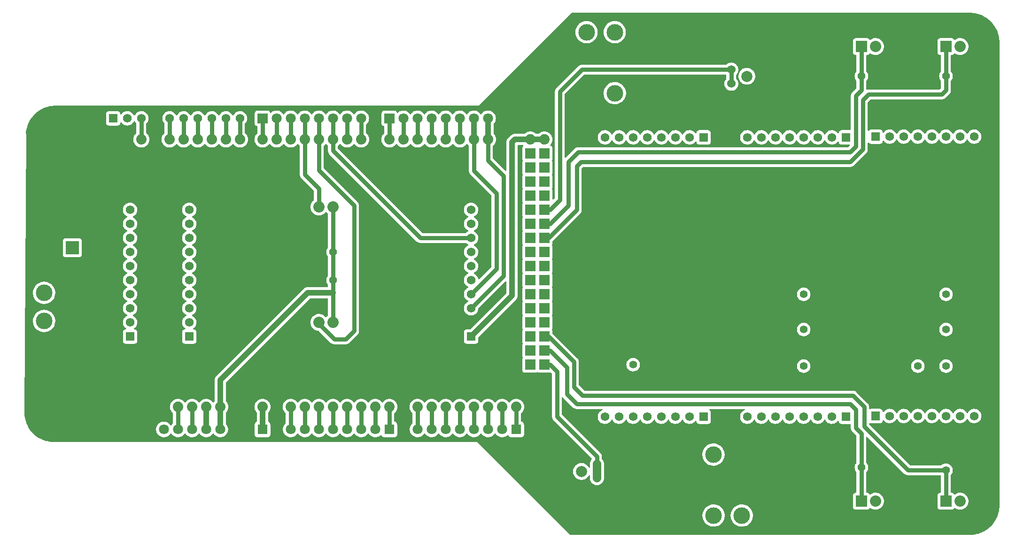
<source format=gtl>
G04 Layer: TopLayer*
G04 EasyEDA v6.4.17, 2021-03-17T11:39:49--3:00*
G04 0ec266cd3479489882c0241a24e145c1,59636247558045d2802cba280e4ac9d9,10*
G04 Gerber Generator version 0.2*
G04 Scale: 100 percent, Rotated: No, Reflected: No *
G04 Dimensions in inches *
G04 leading zeros omitted , absolute positions ,3 integer and 6 decimal *
%FSLAX36Y36*%
%MOIN*%

%ADD10C,0.0300*%
%ADD11C,0.0400*%
%ADD12C,0.0600*%
%ADD13C,0.0787*%
%ADD14C,0.1181*%
%ADD15C,0.0740*%
%ADD16R,0.0740X0.0740*%
%ADD17C,0.0620*%
%ADD18R,0.0620X0.0620*%
%ADD19R,0.0709X0.0709*%
%ADD20C,0.0709*%
%ADD21C,0.0557*%
%ADD23C,0.0800*%
%ADD24R,0.0945X0.0945*%
%ADD25C,0.0945*%

%LPD*%
G36*
X6649800Y-2859920D02*
G01*
X3815840Y-2859800D01*
X3814300Y-2859500D01*
X3813020Y-2858639D01*
X3157240Y-2202880D01*
X3156120Y-2201900D01*
X3153600Y-2200520D01*
X3151500Y-2199940D01*
X3149840Y-2199800D01*
X150200Y-2199900D01*
X137680Y-2199540D01*
X125520Y-2198460D01*
X113440Y-2196680D01*
X101480Y-2194200D01*
X89700Y-2191040D01*
X78100Y-2187200D01*
X66760Y-2182680D01*
X55700Y-2177520D01*
X44960Y-2171720D01*
X34560Y-2165300D01*
X24560Y-2158300D01*
X15000Y-2150720D01*
X5880Y-2142600D01*
X-2760Y-2133960D01*
X-10860Y-2124820D01*
X-18420Y-2115240D01*
X-25419Y-2105240D01*
X-31840Y-2094840D01*
X-37620Y-2084100D01*
X-42779Y-2073020D01*
X-47280Y-2061680D01*
X-51100Y-2050080D01*
X-54260Y-2038300D01*
X-56720Y-2026339D01*
X-58480Y-2014259D01*
X-59540Y-2002080D01*
X-59900Y-1989820D01*
X-44900Y-15320D01*
X-45199Y-12780D01*
X-46000Y-10620D01*
X-47380Y-8580D01*
X-48160Y-7760D01*
X-49040Y-6320D01*
X-49260Y-4640D01*
X-48460Y4400D01*
X-46680Y16460D01*
X-44200Y28420D01*
X-41040Y40220D01*
X-37200Y51800D01*
X-32679Y63140D01*
X-27519Y74220D01*
X-21720Y84960D01*
X-15300Y95340D01*
X-8300Y105340D01*
X-720Y114920D01*
X7400Y124019D01*
X16040Y132660D01*
X25179Y140760D01*
X34760Y148340D01*
X44760Y155340D01*
X55160Y161740D01*
X65900Y167520D01*
X76980Y172680D01*
X88320Y177180D01*
X99920Y181020D01*
X111700Y184160D01*
X123660Y186640D01*
X135740Y188400D01*
X147920Y189460D01*
X160200Y189800D01*
X3159840Y189899D01*
X3161320Y190020D01*
X3164080Y190820D01*
X3166000Y191880D01*
X3167240Y192960D01*
X3823020Y848720D01*
X3824300Y849599D01*
X3825840Y849900D01*
X6649800Y849900D01*
X6662320Y849539D01*
X6674480Y848460D01*
X6686559Y846680D01*
X6698520Y844200D01*
X6710300Y841040D01*
X6721900Y837200D01*
X6733240Y832680D01*
X6744299Y827520D01*
X6755040Y821720D01*
X6765440Y815300D01*
X6775440Y808300D01*
X6785000Y800720D01*
X6794120Y792600D01*
X6802760Y783960D01*
X6810860Y774820D01*
X6818420Y765240D01*
X6825420Y755240D01*
X6831840Y744840D01*
X6837619Y734100D01*
X6842780Y723020D01*
X6847279Y711680D01*
X6851100Y700080D01*
X6854260Y688300D01*
X6856720Y676340D01*
X6858480Y664260D01*
X6859539Y652080D01*
X6859900Y639800D01*
X6859900Y-2649820D01*
X6859539Y-2662340D01*
X6858460Y-2674500D01*
X6856680Y-2686580D01*
X6854200Y-2698540D01*
X6851040Y-2710340D01*
X6847200Y-2721920D01*
X6842680Y-2733260D01*
X6837519Y-2744320D01*
X6831720Y-2755080D01*
X6825300Y-2765460D01*
X6818300Y-2775460D01*
X6810720Y-2785020D01*
X6802600Y-2794140D01*
X6793960Y-2802780D01*
X6784820Y-2810880D01*
X6775240Y-2818460D01*
X6765240Y-2825440D01*
X6754840Y-2831860D01*
X6744100Y-2837640D01*
X6733020Y-2842799D01*
X6721680Y-2847300D01*
X6710080Y-2851139D01*
X6698300Y-2854280D01*
X6686340Y-2856740D01*
X6674260Y-2858500D01*
X6662080Y-2859560D01*
G37*

%LPC*%
G36*
X4832700Y-2801019D02*
G01*
X4840320Y-2800460D01*
X4847860Y-2799180D01*
X4855240Y-2797160D01*
X4862400Y-2794460D01*
X4869260Y-2791060D01*
X4875760Y-2787020D01*
X4881820Y-2782380D01*
X4887420Y-2777180D01*
X4892500Y-2771460D01*
X4897000Y-2765260D01*
X4900880Y-2758680D01*
X4904100Y-2751740D01*
X4906640Y-2744520D01*
X4908460Y-2737100D01*
X4909560Y-2729520D01*
X4909940Y-2721900D01*
X4909560Y-2714260D01*
X4908460Y-2706680D01*
X4906640Y-2699260D01*
X4904100Y-2692040D01*
X4900880Y-2685100D01*
X4897000Y-2678519D01*
X4892500Y-2672320D01*
X4887420Y-2666600D01*
X4881820Y-2661400D01*
X4875760Y-2656760D01*
X4869260Y-2652720D01*
X4862400Y-2649320D01*
X4855240Y-2646620D01*
X4847860Y-2644600D01*
X4840320Y-2643320D01*
X4832700Y-2642760D01*
X4825060Y-2642940D01*
X4817460Y-2643860D01*
X4810000Y-2645520D01*
X4802720Y-2647880D01*
X4795700Y-2650940D01*
X4789020Y-2654660D01*
X4782740Y-2659000D01*
X4776880Y-2663940D01*
X4771540Y-2669400D01*
X4766760Y-2675360D01*
X4762560Y-2681760D01*
X4759000Y-2688540D01*
X4756120Y-2695620D01*
X4753940Y-2702940D01*
X4752460Y-2710460D01*
X4751740Y-2718060D01*
X4751740Y-2725720D01*
X4752460Y-2733320D01*
X4753940Y-2740840D01*
X4756120Y-2748159D01*
X4759000Y-2755240D01*
X4762560Y-2762020D01*
X4766760Y-2768420D01*
X4771540Y-2774380D01*
X4776880Y-2779840D01*
X4782740Y-2784780D01*
X4789020Y-2789120D01*
X4795700Y-2792840D01*
X4802720Y-2795899D01*
X4810000Y-2798260D01*
X4817460Y-2799920D01*
X4825060Y-2800840D01*
G37*
G36*
X5032700Y-2801019D02*
G01*
X5040320Y-2800460D01*
X5047860Y-2799180D01*
X5055240Y-2797160D01*
X5062400Y-2794460D01*
X5069260Y-2791060D01*
X5075760Y-2787020D01*
X5081820Y-2782380D01*
X5087420Y-2777180D01*
X5092500Y-2771460D01*
X5097000Y-2765260D01*
X5100880Y-2758680D01*
X5104100Y-2751740D01*
X5106640Y-2744520D01*
X5108460Y-2737100D01*
X5109560Y-2729520D01*
X5109940Y-2721900D01*
X5109560Y-2714260D01*
X5108460Y-2706680D01*
X5106640Y-2699260D01*
X5104100Y-2692040D01*
X5100880Y-2685100D01*
X5097000Y-2678519D01*
X5092500Y-2672320D01*
X5087420Y-2666600D01*
X5081820Y-2661400D01*
X5075760Y-2656760D01*
X5069260Y-2652720D01*
X5062400Y-2649320D01*
X5055240Y-2646620D01*
X5047860Y-2644600D01*
X5040320Y-2643320D01*
X5032700Y-2642760D01*
X5025060Y-2642940D01*
X5017460Y-2643860D01*
X5010000Y-2645520D01*
X5002720Y-2647880D01*
X4995700Y-2650940D01*
X4989020Y-2654660D01*
X4982740Y-2659000D01*
X4976880Y-2663940D01*
X4971540Y-2669400D01*
X4966760Y-2675360D01*
X4962560Y-2681760D01*
X4959000Y-2688540D01*
X4956120Y-2695620D01*
X4953940Y-2702940D01*
X4952460Y-2710460D01*
X4951740Y-2718060D01*
X4951740Y-2725720D01*
X4952460Y-2733320D01*
X4953940Y-2740840D01*
X4956120Y-2748159D01*
X4959000Y-2755240D01*
X4962560Y-2762020D01*
X4966760Y-2768420D01*
X4971540Y-2774380D01*
X4976880Y-2779840D01*
X4982740Y-2784780D01*
X4989020Y-2789120D01*
X4995700Y-2792840D01*
X5002720Y-2795899D01*
X5010000Y-2798260D01*
X5017460Y-2799920D01*
X5025060Y-2800840D01*
G37*
G36*
X5840180Y-2680100D02*
G01*
X5919820Y-2680100D01*
X5923480Y-2679780D01*
X5926860Y-2678880D01*
X5930040Y-2677400D01*
X5932920Y-2675380D01*
X5935380Y-2672919D01*
X5937400Y-2670040D01*
X5938540Y-2668200D01*
X5939760Y-2667400D01*
X5941160Y-2667060D01*
X5942600Y-2667280D01*
X5949960Y-2672040D01*
X5955860Y-2675040D01*
X5962060Y-2677360D01*
X5968480Y-2678980D01*
X5975040Y-2679880D01*
X5981660Y-2680080D01*
X5988260Y-2679520D01*
X5994760Y-2678260D01*
X6001079Y-2676280D01*
X6007140Y-2673620D01*
X6012859Y-2670299D01*
X6018200Y-2666380D01*
X6023080Y-2661900D01*
X6027420Y-2656920D01*
X6031200Y-2651460D01*
X6034340Y-2645640D01*
X6036840Y-2639520D01*
X6038640Y-2633140D01*
X6039720Y-2626620D01*
X6040100Y-2620000D01*
X6039720Y-2613380D01*
X6038640Y-2606860D01*
X6036840Y-2600480D01*
X6034340Y-2594360D01*
X6031200Y-2588540D01*
X6027420Y-2583080D01*
X6023080Y-2578100D01*
X6018200Y-2573620D01*
X6012859Y-2569700D01*
X6007140Y-2566380D01*
X6001079Y-2563720D01*
X5994760Y-2561740D01*
X5988260Y-2560480D01*
X5981660Y-2559920D01*
X5975040Y-2560120D01*
X5968480Y-2561019D01*
X5962060Y-2562640D01*
X5955860Y-2564960D01*
X5949960Y-2567960D01*
X5942600Y-2572720D01*
X5941160Y-2572940D01*
X5939760Y-2572600D01*
X5938540Y-2571800D01*
X5937400Y-2569960D01*
X5935380Y-2567080D01*
X5932920Y-2564620D01*
X5930040Y-2562600D01*
X5926860Y-2561120D01*
X5923480Y-2560220D01*
X5919820Y-2559900D01*
X5919100Y-2559900D01*
X5917560Y-2559600D01*
X5916280Y-2558720D01*
X5915400Y-2557440D01*
X5915100Y-2555900D01*
X5915100Y-2414080D01*
X5915380Y-2412640D01*
X5916140Y-2411380D01*
X5917360Y-2410060D01*
X5920760Y-2405240D01*
X5923560Y-2400040D01*
X5925680Y-2394540D01*
X5927120Y-2388800D01*
X5927859Y-2382960D01*
X5927859Y-2377040D01*
X5927120Y-2371200D01*
X5925680Y-2365460D01*
X5923560Y-2359960D01*
X5920760Y-2354760D01*
X5917360Y-2349940D01*
X5916140Y-2348620D01*
X5915380Y-2347360D01*
X5915100Y-2345920D01*
X5915100Y-2164400D01*
X5915400Y-2162860D01*
X5916280Y-2161560D01*
X5917560Y-2160700D01*
X5919100Y-2160400D01*
X5920640Y-2160700D01*
X5921920Y-2161560D01*
X6185140Y-2424760D01*
X6187020Y-2426520D01*
X6188960Y-2428100D01*
X6191020Y-2429520D01*
X6193180Y-2430800D01*
X6195420Y-2431920D01*
X6197740Y-2432880D01*
X6200119Y-2433680D01*
X6202540Y-2434300D01*
X6205000Y-2434740D01*
X6207500Y-2435000D01*
X6210080Y-2435100D01*
X6440900Y-2435100D01*
X6442440Y-2435400D01*
X6443720Y-2436280D01*
X6444600Y-2437560D01*
X6444900Y-2439100D01*
X6444900Y-2555900D01*
X6444600Y-2557440D01*
X6443720Y-2558720D01*
X6442440Y-2559600D01*
X6440900Y-2559900D01*
X6440180Y-2559900D01*
X6436520Y-2560220D01*
X6433140Y-2561120D01*
X6429960Y-2562600D01*
X6427080Y-2564620D01*
X6424620Y-2567080D01*
X6422600Y-2569960D01*
X6421120Y-2573140D01*
X6420220Y-2576520D01*
X6419900Y-2580179D01*
X6419900Y-2659820D01*
X6420220Y-2663480D01*
X6421120Y-2666860D01*
X6422600Y-2670040D01*
X6424620Y-2672919D01*
X6427080Y-2675380D01*
X6429960Y-2677400D01*
X6433140Y-2678880D01*
X6436520Y-2679780D01*
X6440180Y-2680100D01*
X6519820Y-2680100D01*
X6523480Y-2679780D01*
X6526860Y-2678880D01*
X6530040Y-2677400D01*
X6532920Y-2675380D01*
X6535380Y-2672919D01*
X6537400Y-2670040D01*
X6538540Y-2668200D01*
X6539760Y-2667400D01*
X6541160Y-2667060D01*
X6542600Y-2667280D01*
X6549960Y-2672040D01*
X6555860Y-2675040D01*
X6562060Y-2677360D01*
X6568480Y-2678980D01*
X6575040Y-2679880D01*
X6581660Y-2680080D01*
X6588260Y-2679520D01*
X6594760Y-2678260D01*
X6601079Y-2676280D01*
X6607140Y-2673620D01*
X6612859Y-2670299D01*
X6618200Y-2666380D01*
X6623080Y-2661900D01*
X6627420Y-2656920D01*
X6631200Y-2651460D01*
X6634340Y-2645640D01*
X6636840Y-2639520D01*
X6638640Y-2633140D01*
X6639720Y-2626620D01*
X6640100Y-2620000D01*
X6639720Y-2613380D01*
X6638640Y-2606860D01*
X6636840Y-2600480D01*
X6634340Y-2594360D01*
X6631200Y-2588540D01*
X6627420Y-2583080D01*
X6623080Y-2578100D01*
X6618200Y-2573620D01*
X6612859Y-2569700D01*
X6607140Y-2566380D01*
X6601079Y-2563720D01*
X6594760Y-2561740D01*
X6588260Y-2560480D01*
X6581660Y-2559920D01*
X6575040Y-2560120D01*
X6568480Y-2561019D01*
X6562060Y-2562640D01*
X6555860Y-2564960D01*
X6549960Y-2567960D01*
X6542600Y-2572720D01*
X6541160Y-2572940D01*
X6539760Y-2572600D01*
X6538540Y-2571800D01*
X6537400Y-2569960D01*
X6535380Y-2567080D01*
X6532920Y-2564620D01*
X6530040Y-2562600D01*
X6526860Y-2561120D01*
X6523480Y-2560220D01*
X6519820Y-2559900D01*
X6519100Y-2559900D01*
X6517560Y-2559600D01*
X6516280Y-2558720D01*
X6515400Y-2557440D01*
X6515100Y-2555900D01*
X6515100Y-2434080D01*
X6515380Y-2432640D01*
X6516140Y-2431380D01*
X6517360Y-2430060D01*
X6520760Y-2425240D01*
X6523560Y-2420040D01*
X6525680Y-2414540D01*
X6527120Y-2408800D01*
X6527859Y-2402960D01*
X6527859Y-2397040D01*
X6527120Y-2391200D01*
X6525680Y-2385460D01*
X6523560Y-2379960D01*
X6520760Y-2374760D01*
X6517360Y-2369940D01*
X6513380Y-2365580D01*
X6508900Y-2361740D01*
X6503980Y-2358480D01*
X6498680Y-2355840D01*
X6493120Y-2353880D01*
X6487360Y-2352620D01*
X6481480Y-2352080D01*
X6475580Y-2352260D01*
X6469740Y-2353160D01*
X6464059Y-2354780D01*
X6458640Y-2357080D01*
X6453520Y-2360040D01*
X6448620Y-2363780D01*
X6447340Y-2364600D01*
X6445839Y-2364900D01*
X6226200Y-2364900D01*
X6224660Y-2364600D01*
X6223360Y-2363720D01*
X5936280Y-2076639D01*
X5935400Y-2075340D01*
X5935100Y-2073800D01*
X5935100Y-2067900D01*
X5935420Y-2066339D01*
X5936319Y-2065020D01*
X5937660Y-2064180D01*
X5939240Y-2063899D01*
X5940800Y-2064280D01*
X5942100Y-2064880D01*
X5945480Y-2065800D01*
X5949140Y-2066120D01*
X6010800Y-2066120D01*
X6014460Y-2065800D01*
X6017840Y-2064880D01*
X6021000Y-2063400D01*
X6023880Y-2061399D01*
X6026360Y-2058920D01*
X6028360Y-2056060D01*
X6029840Y-2052880D01*
X6030740Y-2049500D01*
X6031020Y-2046380D01*
X6031480Y-2044820D01*
X6032540Y-2043560D01*
X6034000Y-2042840D01*
X6035640Y-2042760D01*
X6037160Y-2043340D01*
X6038320Y-2044480D01*
X6039360Y-2046020D01*
X6043300Y-2050600D01*
X6047780Y-2054680D01*
X6052700Y-2058220D01*
X6058000Y-2061140D01*
X6063600Y-2063420D01*
X6069440Y-2065020D01*
X6075420Y-2065900D01*
X6081480Y-2066080D01*
X6087500Y-2065540D01*
X6093440Y-2064300D01*
X6099160Y-2062360D01*
X6104640Y-2059760D01*
X6109760Y-2056519D01*
X6114460Y-2052720D01*
X6118660Y-2048360D01*
X6122340Y-2043560D01*
X6125420Y-2038340D01*
X6126280Y-2036399D01*
X6127120Y-2035160D01*
X6128360Y-2034340D01*
X6129820Y-2034000D01*
X6131300Y-2034240D01*
X6132580Y-2035000D01*
X6133500Y-2036180D01*
X6135980Y-2041000D01*
X6139360Y-2046020D01*
X6143300Y-2050600D01*
X6147780Y-2054680D01*
X6152700Y-2058220D01*
X6158000Y-2061140D01*
X6163600Y-2063420D01*
X6169440Y-2065020D01*
X6175420Y-2065900D01*
X6181480Y-2066080D01*
X6187500Y-2065540D01*
X6193440Y-2064300D01*
X6199160Y-2062360D01*
X6204640Y-2059760D01*
X6209760Y-2056519D01*
X6214460Y-2052720D01*
X6218660Y-2048360D01*
X6222340Y-2043560D01*
X6225420Y-2038340D01*
X6226280Y-2036399D01*
X6227120Y-2035160D01*
X6228360Y-2034340D01*
X6229820Y-2034000D01*
X6231300Y-2034240D01*
X6232580Y-2035000D01*
X6233500Y-2036180D01*
X6235980Y-2041000D01*
X6239360Y-2046020D01*
X6243300Y-2050600D01*
X6247780Y-2054680D01*
X6252700Y-2058220D01*
X6258000Y-2061140D01*
X6263600Y-2063420D01*
X6269440Y-2065020D01*
X6275420Y-2065900D01*
X6281480Y-2066080D01*
X6287500Y-2065540D01*
X6293440Y-2064300D01*
X6299160Y-2062360D01*
X6304640Y-2059760D01*
X6309760Y-2056519D01*
X6314460Y-2052720D01*
X6318660Y-2048360D01*
X6322340Y-2043560D01*
X6325420Y-2038340D01*
X6326280Y-2036399D01*
X6327120Y-2035160D01*
X6328360Y-2034340D01*
X6329820Y-2034000D01*
X6331300Y-2034240D01*
X6332580Y-2035000D01*
X6333500Y-2036180D01*
X6335980Y-2041000D01*
X6339360Y-2046020D01*
X6343300Y-2050600D01*
X6347780Y-2054680D01*
X6352700Y-2058220D01*
X6358000Y-2061140D01*
X6363600Y-2063420D01*
X6369440Y-2065020D01*
X6375420Y-2065900D01*
X6381480Y-2066080D01*
X6387500Y-2065540D01*
X6393440Y-2064300D01*
X6399160Y-2062360D01*
X6404640Y-2059760D01*
X6409760Y-2056519D01*
X6414460Y-2052720D01*
X6418660Y-2048360D01*
X6422340Y-2043560D01*
X6425420Y-2038340D01*
X6426280Y-2036399D01*
X6427120Y-2035160D01*
X6428360Y-2034340D01*
X6429820Y-2034000D01*
X6431300Y-2034240D01*
X6432580Y-2035000D01*
X6433500Y-2036180D01*
X6435980Y-2041000D01*
X6439360Y-2046020D01*
X6443300Y-2050600D01*
X6447780Y-2054680D01*
X6452700Y-2058220D01*
X6458000Y-2061140D01*
X6463600Y-2063420D01*
X6469440Y-2065020D01*
X6475420Y-2065900D01*
X6481480Y-2066080D01*
X6487500Y-2065540D01*
X6493440Y-2064300D01*
X6499160Y-2062360D01*
X6504640Y-2059760D01*
X6509760Y-2056519D01*
X6514460Y-2052720D01*
X6518660Y-2048360D01*
X6522340Y-2043560D01*
X6525420Y-2038340D01*
X6526280Y-2036399D01*
X6527120Y-2035160D01*
X6528360Y-2034340D01*
X6529820Y-2034000D01*
X6531300Y-2034240D01*
X6532580Y-2035000D01*
X6533500Y-2036180D01*
X6535980Y-2041000D01*
X6539360Y-2046020D01*
X6543300Y-2050600D01*
X6547780Y-2054680D01*
X6552700Y-2058220D01*
X6558000Y-2061140D01*
X6563600Y-2063420D01*
X6569440Y-2065020D01*
X6575420Y-2065900D01*
X6581480Y-2066080D01*
X6587500Y-2065540D01*
X6593440Y-2064300D01*
X6599160Y-2062360D01*
X6604640Y-2059760D01*
X6609760Y-2056519D01*
X6614460Y-2052720D01*
X6618660Y-2048360D01*
X6622340Y-2043560D01*
X6625420Y-2038340D01*
X6626280Y-2036399D01*
X6627120Y-2035160D01*
X6628360Y-2034340D01*
X6629820Y-2034000D01*
X6631300Y-2034240D01*
X6632580Y-2035000D01*
X6633500Y-2036180D01*
X6635980Y-2041000D01*
X6639360Y-2046020D01*
X6643300Y-2050600D01*
X6647780Y-2054680D01*
X6652700Y-2058220D01*
X6658000Y-2061140D01*
X6663600Y-2063420D01*
X6669440Y-2065020D01*
X6675420Y-2065900D01*
X6681480Y-2066080D01*
X6687500Y-2065540D01*
X6693440Y-2064300D01*
X6699160Y-2062360D01*
X6704640Y-2059760D01*
X6709760Y-2056519D01*
X6714460Y-2052720D01*
X6718660Y-2048360D01*
X6722340Y-2043560D01*
X6725420Y-2038340D01*
X6727859Y-2032800D01*
X6729620Y-2027020D01*
X6730700Y-2021060D01*
X6731060Y-2015020D01*
X6730700Y-2008980D01*
X6729620Y-2003020D01*
X6727859Y-1997220D01*
X6725420Y-1991680D01*
X6722340Y-1986480D01*
X6718660Y-1981660D01*
X6714460Y-1977320D01*
X6709760Y-1973500D01*
X6704640Y-1970280D01*
X6699160Y-1967660D01*
X6693440Y-1965720D01*
X6687500Y-1964480D01*
X6681480Y-1963940D01*
X6675420Y-1964120D01*
X6669440Y-1965020D01*
X6663600Y-1966620D01*
X6658000Y-1968880D01*
X6652700Y-1971819D01*
X6647780Y-1975340D01*
X6643300Y-1979420D01*
X6639360Y-1984019D01*
X6635980Y-1989040D01*
X6633500Y-1993860D01*
X6632580Y-1995020D01*
X6631300Y-1995780D01*
X6629820Y-1996020D01*
X6628360Y-1995700D01*
X6627120Y-1994860D01*
X6626280Y-1993640D01*
X6625420Y-1991680D01*
X6622340Y-1986480D01*
X6618660Y-1981660D01*
X6614460Y-1977320D01*
X6609760Y-1973500D01*
X6604640Y-1970280D01*
X6599160Y-1967660D01*
X6593440Y-1965720D01*
X6587500Y-1964480D01*
X6581480Y-1963940D01*
X6575420Y-1964120D01*
X6569440Y-1965020D01*
X6563600Y-1966620D01*
X6558000Y-1968880D01*
X6552700Y-1971819D01*
X6547780Y-1975340D01*
X6543300Y-1979420D01*
X6539360Y-1984019D01*
X6535980Y-1989040D01*
X6533500Y-1993860D01*
X6532580Y-1995020D01*
X6531300Y-1995780D01*
X6529820Y-1996020D01*
X6528360Y-1995700D01*
X6527120Y-1994860D01*
X6526280Y-1993640D01*
X6525420Y-1991680D01*
X6522340Y-1986480D01*
X6518660Y-1981660D01*
X6514460Y-1977320D01*
X6509760Y-1973500D01*
X6504640Y-1970280D01*
X6499160Y-1967660D01*
X6493440Y-1965720D01*
X6487500Y-1964480D01*
X6481480Y-1963940D01*
X6475420Y-1964120D01*
X6469440Y-1965020D01*
X6463600Y-1966620D01*
X6458000Y-1968880D01*
X6452700Y-1971819D01*
X6447780Y-1975340D01*
X6443300Y-1979420D01*
X6439360Y-1984019D01*
X6435980Y-1989040D01*
X6433500Y-1993860D01*
X6432580Y-1995020D01*
X6431300Y-1995780D01*
X6429820Y-1996020D01*
X6428360Y-1995700D01*
X6427120Y-1994860D01*
X6426280Y-1993640D01*
X6425420Y-1991680D01*
X6422340Y-1986480D01*
X6418660Y-1981660D01*
X6414460Y-1977320D01*
X6409760Y-1973500D01*
X6404640Y-1970280D01*
X6399160Y-1967660D01*
X6393440Y-1965720D01*
X6387500Y-1964480D01*
X6381480Y-1963940D01*
X6375420Y-1964120D01*
X6369440Y-1965020D01*
X6363600Y-1966620D01*
X6358000Y-1968880D01*
X6352700Y-1971819D01*
X6347780Y-1975340D01*
X6343300Y-1979420D01*
X6339360Y-1984019D01*
X6335980Y-1989040D01*
X6333500Y-1993860D01*
X6332580Y-1995020D01*
X6331300Y-1995780D01*
X6329820Y-1996020D01*
X6328360Y-1995700D01*
X6327120Y-1994860D01*
X6326280Y-1993640D01*
X6325420Y-1991680D01*
X6322340Y-1986480D01*
X6318660Y-1981660D01*
X6314460Y-1977320D01*
X6309760Y-1973500D01*
X6304640Y-1970280D01*
X6299160Y-1967660D01*
X6293440Y-1965720D01*
X6287500Y-1964480D01*
X6281480Y-1963940D01*
X6275420Y-1964120D01*
X6269440Y-1965020D01*
X6263600Y-1966620D01*
X6258000Y-1968880D01*
X6252700Y-1971819D01*
X6247780Y-1975340D01*
X6243300Y-1979420D01*
X6239360Y-1984019D01*
X6235980Y-1989040D01*
X6233500Y-1993860D01*
X6232580Y-1995020D01*
X6231300Y-1995780D01*
X6229820Y-1996020D01*
X6228360Y-1995700D01*
X6227120Y-1994860D01*
X6226280Y-1993640D01*
X6225420Y-1991680D01*
X6222340Y-1986480D01*
X6218660Y-1981660D01*
X6214460Y-1977320D01*
X6209760Y-1973500D01*
X6204640Y-1970280D01*
X6199160Y-1967660D01*
X6193440Y-1965720D01*
X6187500Y-1964480D01*
X6181480Y-1963940D01*
X6175420Y-1964120D01*
X6169440Y-1965020D01*
X6163600Y-1966620D01*
X6158000Y-1968880D01*
X6152700Y-1971819D01*
X6147780Y-1975340D01*
X6143300Y-1979420D01*
X6139360Y-1984019D01*
X6135980Y-1989040D01*
X6133500Y-1993860D01*
X6132580Y-1995020D01*
X6131300Y-1995780D01*
X6129820Y-1996020D01*
X6128360Y-1995700D01*
X6127120Y-1994860D01*
X6126280Y-1993640D01*
X6125420Y-1991680D01*
X6122340Y-1986480D01*
X6118660Y-1981660D01*
X6114460Y-1977320D01*
X6109760Y-1973500D01*
X6104640Y-1970280D01*
X6099160Y-1967660D01*
X6093440Y-1965720D01*
X6087500Y-1964480D01*
X6081480Y-1963940D01*
X6075420Y-1964120D01*
X6069440Y-1965020D01*
X6063600Y-1966620D01*
X6058000Y-1968880D01*
X6052700Y-1971819D01*
X6047780Y-1975340D01*
X6043300Y-1979420D01*
X6039360Y-1984019D01*
X6038320Y-1985540D01*
X6037160Y-1986680D01*
X6035640Y-1987260D01*
X6034000Y-1987180D01*
X6032540Y-1986459D01*
X6031480Y-1985220D01*
X6031020Y-1983660D01*
X6030740Y-1980520D01*
X6029840Y-1977140D01*
X6028360Y-1973980D01*
X6026360Y-1971100D01*
X6023880Y-1968620D01*
X6021000Y-1966620D01*
X6017840Y-1965140D01*
X6014460Y-1964240D01*
X6010800Y-1963920D01*
X5949140Y-1963920D01*
X5945480Y-1964240D01*
X5942100Y-1965140D01*
X5940800Y-1965760D01*
X5939240Y-1966120D01*
X5937660Y-1965860D01*
X5936319Y-1965000D01*
X5935420Y-1963680D01*
X5935100Y-1962120D01*
X5935100Y-1950080D01*
X5935000Y-1947500D01*
X5934740Y-1945000D01*
X5934299Y-1942540D01*
X5933680Y-1940120D01*
X5932880Y-1937740D01*
X5931920Y-1935420D01*
X5930800Y-1933180D01*
X5929520Y-1931020D01*
X5928099Y-1928959D01*
X5926520Y-1927020D01*
X5924760Y-1925140D01*
X5844860Y-1845240D01*
X5842980Y-1843480D01*
X5841040Y-1841900D01*
X5838980Y-1840480D01*
X5836820Y-1839199D01*
X5834580Y-1838080D01*
X5832260Y-1837120D01*
X5829880Y-1836320D01*
X5827460Y-1835700D01*
X5825000Y-1835260D01*
X5822500Y-1835000D01*
X5819920Y-1834900D01*
X3916200Y-1834900D01*
X3914660Y-1834600D01*
X3913360Y-1833720D01*
X3876280Y-1796639D01*
X3875400Y-1795340D01*
X3875100Y-1793800D01*
X3875100Y-1630080D01*
X3875000Y-1627500D01*
X3874740Y-1625000D01*
X3874300Y-1622540D01*
X3873680Y-1620120D01*
X3872880Y-1617740D01*
X3871920Y-1615420D01*
X3870800Y-1613180D01*
X3869520Y-1611020D01*
X3868100Y-1608959D01*
X3866520Y-1607020D01*
X3864760Y-1605140D01*
X3688320Y-1428680D01*
X3687440Y-1427380D01*
X3687140Y-1425840D01*
X3687140Y-1413180D01*
X3686820Y-1409520D01*
X3685920Y-1406140D01*
X3684440Y-1402960D01*
X3683960Y-1402300D01*
X3683320Y-1400800D01*
X3683320Y-1399199D01*
X3683960Y-1397700D01*
X3684440Y-1397040D01*
X3685920Y-1393860D01*
X3686820Y-1390480D01*
X3687140Y-1386819D01*
X3687140Y-1313180D01*
X3686820Y-1309520D01*
X3685920Y-1306140D01*
X3684440Y-1302960D01*
X3683960Y-1302300D01*
X3683320Y-1300800D01*
X3683320Y-1299199D01*
X3683960Y-1297700D01*
X3684440Y-1297040D01*
X3685920Y-1293860D01*
X3686820Y-1290480D01*
X3687140Y-1286819D01*
X3687140Y-1213180D01*
X3686820Y-1209520D01*
X3685920Y-1206140D01*
X3684440Y-1202960D01*
X3683960Y-1202300D01*
X3683320Y-1200800D01*
X3683320Y-1199200D01*
X3683960Y-1197700D01*
X3684440Y-1197040D01*
X3685920Y-1193860D01*
X3686820Y-1190480D01*
X3687140Y-1186820D01*
X3687140Y-1113180D01*
X3686820Y-1109520D01*
X3685920Y-1106140D01*
X3684440Y-1102960D01*
X3683960Y-1102300D01*
X3683320Y-1100800D01*
X3683320Y-1099200D01*
X3683960Y-1097700D01*
X3684440Y-1097040D01*
X3685920Y-1093860D01*
X3686820Y-1090480D01*
X3687140Y-1086820D01*
X3687140Y-1013180D01*
X3686820Y-1009520D01*
X3685920Y-1006140D01*
X3684440Y-1002960D01*
X3683960Y-1002300D01*
X3683320Y-1000800D01*
X3683320Y-999200D01*
X3683960Y-997700D01*
X3684440Y-997039D01*
X3685920Y-993860D01*
X3686820Y-990480D01*
X3687140Y-986820D01*
X3687140Y-913180D01*
X3686820Y-909520D01*
X3685920Y-906140D01*
X3684440Y-902960D01*
X3683960Y-902300D01*
X3683320Y-900800D01*
X3683320Y-899200D01*
X3683960Y-897700D01*
X3684440Y-897039D01*
X3685920Y-893860D01*
X3686820Y-890480D01*
X3687140Y-886820D01*
X3687140Y-813180D01*
X3686820Y-809520D01*
X3685920Y-806140D01*
X3684440Y-802960D01*
X3683960Y-802300D01*
X3683320Y-800800D01*
X3683320Y-799200D01*
X3683960Y-797700D01*
X3684440Y-797039D01*
X3685920Y-793860D01*
X3686820Y-790480D01*
X3687140Y-786820D01*
X3687140Y-774160D01*
X3687440Y-772620D01*
X3688320Y-771320D01*
X3884760Y-574860D01*
X3886520Y-572980D01*
X3888100Y-571040D01*
X3889520Y-568980D01*
X3890800Y-566820D01*
X3891920Y-564580D01*
X3892880Y-562260D01*
X3893680Y-559880D01*
X3894300Y-557460D01*
X3894740Y-555000D01*
X3895000Y-552500D01*
X3895100Y-549920D01*
X3895100Y-256200D01*
X3895400Y-254660D01*
X3896280Y-253359D01*
X3903360Y-246280D01*
X3904660Y-245400D01*
X3906200Y-245100D01*
X5799920Y-245100D01*
X5802500Y-245000D01*
X5805000Y-244740D01*
X5807460Y-244300D01*
X5809880Y-243680D01*
X5812260Y-242880D01*
X5814580Y-241920D01*
X5816820Y-240799D01*
X5818980Y-239520D01*
X5821040Y-238100D01*
X5822980Y-236520D01*
X5824860Y-234760D01*
X5914760Y-144860D01*
X5916520Y-142980D01*
X5918099Y-141040D01*
X5919520Y-138980D01*
X5920800Y-136820D01*
X5921920Y-134580D01*
X5922880Y-132260D01*
X5923680Y-129880D01*
X5924299Y-127460D01*
X5924740Y-125000D01*
X5925000Y-122500D01*
X5925100Y-119920D01*
X5925100Y-74500D01*
X5925460Y-72860D01*
X5926440Y-71520D01*
X5927900Y-70680D01*
X5929560Y-70520D01*
X5931160Y-71060D01*
X5932380Y-72200D01*
X5933579Y-73920D01*
X5936060Y-76400D01*
X5938920Y-78400D01*
X5942100Y-79880D01*
X5945480Y-80800D01*
X5949140Y-81120D01*
X6010800Y-81120D01*
X6014460Y-80800D01*
X6017840Y-79880D01*
X6021000Y-78400D01*
X6023880Y-76400D01*
X6026360Y-73920D01*
X6028360Y-71060D01*
X6029840Y-67880D01*
X6030740Y-64500D01*
X6031020Y-61380D01*
X6031480Y-59820D01*
X6032540Y-58560D01*
X6034000Y-57840D01*
X6035640Y-57760D01*
X6037160Y-58339D01*
X6038320Y-59480D01*
X6039360Y-61020D01*
X6043300Y-65600D01*
X6047780Y-69680D01*
X6052700Y-73220D01*
X6058000Y-76140D01*
X6063600Y-78420D01*
X6069440Y-80020D01*
X6075420Y-80900D01*
X6081480Y-81080D01*
X6087500Y-80540D01*
X6093440Y-79300D01*
X6099160Y-77360D01*
X6104640Y-74760D01*
X6109760Y-71520D01*
X6114460Y-67720D01*
X6118660Y-63360D01*
X6122340Y-58560D01*
X6125420Y-53339D01*
X6126280Y-51400D01*
X6127120Y-50160D01*
X6128360Y-49340D01*
X6129820Y-49000D01*
X6131300Y-49240D01*
X6132580Y-50000D01*
X6133500Y-51180D01*
X6135980Y-56000D01*
X6139360Y-61020D01*
X6143300Y-65600D01*
X6147780Y-69680D01*
X6152700Y-73220D01*
X6158000Y-76140D01*
X6163600Y-78420D01*
X6169440Y-80020D01*
X6175420Y-80900D01*
X6181480Y-81080D01*
X6187500Y-80540D01*
X6193440Y-79300D01*
X6199160Y-77360D01*
X6204640Y-74760D01*
X6209760Y-71520D01*
X6214460Y-67720D01*
X6218660Y-63360D01*
X6222340Y-58560D01*
X6225420Y-53339D01*
X6226280Y-51400D01*
X6227120Y-50160D01*
X6228360Y-49340D01*
X6229820Y-49000D01*
X6231300Y-49240D01*
X6232580Y-50000D01*
X6233500Y-51180D01*
X6235980Y-56000D01*
X6239360Y-61020D01*
X6243300Y-65600D01*
X6247780Y-69680D01*
X6252700Y-73220D01*
X6258000Y-76140D01*
X6263600Y-78420D01*
X6269440Y-80020D01*
X6275420Y-80900D01*
X6281480Y-81080D01*
X6287500Y-80540D01*
X6293440Y-79300D01*
X6299160Y-77360D01*
X6304640Y-74760D01*
X6309760Y-71520D01*
X6314460Y-67720D01*
X6318660Y-63360D01*
X6322340Y-58560D01*
X6325420Y-53339D01*
X6326280Y-51400D01*
X6327120Y-50160D01*
X6328360Y-49340D01*
X6329820Y-49000D01*
X6331300Y-49240D01*
X6332580Y-50000D01*
X6333500Y-51180D01*
X6335980Y-56000D01*
X6339360Y-61020D01*
X6343300Y-65600D01*
X6347780Y-69680D01*
X6352700Y-73220D01*
X6358000Y-76140D01*
X6363600Y-78420D01*
X6369440Y-80020D01*
X6375420Y-80900D01*
X6381480Y-81080D01*
X6387500Y-80540D01*
X6393440Y-79300D01*
X6399160Y-77360D01*
X6404640Y-74760D01*
X6409760Y-71520D01*
X6414460Y-67720D01*
X6418660Y-63360D01*
X6422340Y-58560D01*
X6425420Y-53339D01*
X6426280Y-51400D01*
X6427120Y-50160D01*
X6428360Y-49340D01*
X6429820Y-49000D01*
X6431300Y-49240D01*
X6432580Y-50000D01*
X6433500Y-51180D01*
X6435980Y-56000D01*
X6439360Y-61020D01*
X6443300Y-65600D01*
X6447780Y-69680D01*
X6452700Y-73220D01*
X6458000Y-76140D01*
X6463600Y-78420D01*
X6469440Y-80020D01*
X6475420Y-80900D01*
X6481480Y-81080D01*
X6487500Y-80540D01*
X6493440Y-79300D01*
X6499160Y-77360D01*
X6504640Y-74760D01*
X6509760Y-71520D01*
X6514460Y-67720D01*
X6518660Y-63360D01*
X6522340Y-58560D01*
X6525420Y-53339D01*
X6526280Y-51400D01*
X6527120Y-50160D01*
X6528360Y-49340D01*
X6529820Y-49000D01*
X6531300Y-49240D01*
X6532580Y-50000D01*
X6533500Y-51180D01*
X6535980Y-56000D01*
X6539360Y-61020D01*
X6543300Y-65600D01*
X6547780Y-69680D01*
X6552700Y-73220D01*
X6558000Y-76140D01*
X6563600Y-78420D01*
X6569440Y-80020D01*
X6575420Y-80900D01*
X6581480Y-81080D01*
X6587500Y-80540D01*
X6593440Y-79300D01*
X6599160Y-77360D01*
X6604640Y-74760D01*
X6609760Y-71520D01*
X6614460Y-67720D01*
X6618660Y-63360D01*
X6622340Y-58560D01*
X6625420Y-53339D01*
X6626280Y-51400D01*
X6627120Y-50160D01*
X6628360Y-49340D01*
X6629820Y-49000D01*
X6631300Y-49240D01*
X6632580Y-50000D01*
X6633500Y-51180D01*
X6635980Y-56000D01*
X6639360Y-61020D01*
X6643300Y-65600D01*
X6647780Y-69680D01*
X6652700Y-73220D01*
X6658000Y-76140D01*
X6663600Y-78420D01*
X6669440Y-80020D01*
X6675420Y-80900D01*
X6681480Y-81080D01*
X6687500Y-80540D01*
X6693440Y-79300D01*
X6699160Y-77360D01*
X6704640Y-74760D01*
X6709760Y-71520D01*
X6714460Y-67720D01*
X6718660Y-63360D01*
X6722340Y-58560D01*
X6725420Y-53339D01*
X6727859Y-47800D01*
X6729620Y-42020D01*
X6730700Y-36060D01*
X6731060Y-30019D01*
X6730700Y-23980D01*
X6729620Y-18020D01*
X6727859Y-12220D01*
X6725420Y-6680D01*
X6722340Y-1480D01*
X6718660Y3340D01*
X6714460Y7680D01*
X6709760Y11500D01*
X6704640Y14720D01*
X6699160Y17340D01*
X6693440Y19280D01*
X6687500Y20520D01*
X6681480Y21060D01*
X6675420Y20880D01*
X6669440Y19980D01*
X6663600Y18380D01*
X6658000Y16120D01*
X6652700Y13180D01*
X6647780Y9660D01*
X6643300Y5580D01*
X6639360Y980D01*
X6635980Y-4040D01*
X6633500Y-8860D01*
X6632580Y-10020D01*
X6631300Y-10780D01*
X6629820Y-11020D01*
X6628360Y-10700D01*
X6627120Y-9860D01*
X6626280Y-8640D01*
X6625420Y-6680D01*
X6622340Y-1480D01*
X6618660Y3340D01*
X6614460Y7680D01*
X6609760Y11500D01*
X6604640Y14720D01*
X6599160Y17340D01*
X6593440Y19280D01*
X6587500Y20520D01*
X6581480Y21060D01*
X6575420Y20880D01*
X6569440Y19980D01*
X6563600Y18380D01*
X6558000Y16120D01*
X6552700Y13180D01*
X6547780Y9660D01*
X6543300Y5580D01*
X6539360Y980D01*
X6535980Y-4040D01*
X6533500Y-8860D01*
X6532580Y-10020D01*
X6531300Y-10780D01*
X6529820Y-11020D01*
X6528360Y-10700D01*
X6527120Y-9860D01*
X6526280Y-8640D01*
X6525420Y-6680D01*
X6522340Y-1480D01*
X6518660Y3340D01*
X6514460Y7680D01*
X6509760Y11500D01*
X6504640Y14720D01*
X6499160Y17340D01*
X6493440Y19280D01*
X6487500Y20520D01*
X6481480Y21060D01*
X6475420Y20880D01*
X6469440Y19980D01*
X6463600Y18380D01*
X6458000Y16120D01*
X6452700Y13180D01*
X6447780Y9660D01*
X6443300Y5580D01*
X6439360Y980D01*
X6435980Y-4040D01*
X6433500Y-8860D01*
X6432580Y-10020D01*
X6431300Y-10780D01*
X6429820Y-11020D01*
X6428360Y-10700D01*
X6427120Y-9860D01*
X6426280Y-8640D01*
X6425420Y-6680D01*
X6422340Y-1480D01*
X6418660Y3340D01*
X6414460Y7680D01*
X6409760Y11500D01*
X6404640Y14720D01*
X6399160Y17340D01*
X6393440Y19280D01*
X6387500Y20520D01*
X6381480Y21060D01*
X6375420Y20880D01*
X6369440Y19980D01*
X6363600Y18380D01*
X6358000Y16120D01*
X6352700Y13180D01*
X6347780Y9660D01*
X6343300Y5580D01*
X6339360Y980D01*
X6335980Y-4040D01*
X6333500Y-8860D01*
X6332580Y-10020D01*
X6331300Y-10780D01*
X6329820Y-11020D01*
X6328360Y-10700D01*
X6327120Y-9860D01*
X6326280Y-8640D01*
X6325420Y-6680D01*
X6322340Y-1480D01*
X6318660Y3340D01*
X6314460Y7680D01*
X6309760Y11500D01*
X6304640Y14720D01*
X6299160Y17340D01*
X6293440Y19280D01*
X6287500Y20520D01*
X6281480Y21060D01*
X6275420Y20880D01*
X6269440Y19980D01*
X6263600Y18380D01*
X6258000Y16120D01*
X6252700Y13180D01*
X6247780Y9660D01*
X6243300Y5580D01*
X6239360Y980D01*
X6235980Y-4040D01*
X6233500Y-8860D01*
X6232580Y-10020D01*
X6231300Y-10780D01*
X6229820Y-11020D01*
X6228360Y-10700D01*
X6227120Y-9860D01*
X6226280Y-8640D01*
X6225420Y-6680D01*
X6222340Y-1480D01*
X6218660Y3340D01*
X6214460Y7680D01*
X6209760Y11500D01*
X6204640Y14720D01*
X6199160Y17340D01*
X6193440Y19280D01*
X6187500Y20520D01*
X6181480Y21060D01*
X6175420Y20880D01*
X6169440Y19980D01*
X6163600Y18380D01*
X6158000Y16120D01*
X6152700Y13180D01*
X6147780Y9660D01*
X6143300Y5580D01*
X6139360Y980D01*
X6135980Y-4040D01*
X6133500Y-8860D01*
X6132580Y-10020D01*
X6131300Y-10780D01*
X6129820Y-11020D01*
X6128360Y-10700D01*
X6127120Y-9860D01*
X6126280Y-8640D01*
X6125420Y-6680D01*
X6122340Y-1480D01*
X6118660Y3340D01*
X6114460Y7680D01*
X6109760Y11500D01*
X6104640Y14720D01*
X6099160Y17340D01*
X6093440Y19280D01*
X6087500Y20520D01*
X6081480Y21060D01*
X6075420Y20880D01*
X6069440Y19980D01*
X6063600Y18380D01*
X6058000Y16120D01*
X6052700Y13180D01*
X6047780Y9660D01*
X6043300Y5580D01*
X6039360Y980D01*
X6038320Y-540D01*
X6037160Y-1680D01*
X6035640Y-2260D01*
X6034000Y-2180D01*
X6032540Y-1460D01*
X6031480Y-220D01*
X6031020Y1340D01*
X6030740Y4480D01*
X6029840Y7860D01*
X6028360Y11020D01*
X6026360Y13899D01*
X6023880Y16379D01*
X6021000Y18380D01*
X6017840Y19860D01*
X6014460Y20760D01*
X6010800Y21080D01*
X5949140Y21080D01*
X5945480Y20760D01*
X5942100Y19860D01*
X5938920Y18380D01*
X5936060Y16379D01*
X5933579Y13899D01*
X5932380Y12180D01*
X5931160Y11040D01*
X5929560Y10500D01*
X5927900Y10660D01*
X5926440Y11480D01*
X5925460Y12840D01*
X5925100Y14480D01*
X5925100Y213800D01*
X5925400Y215340D01*
X5926280Y216640D01*
X5943360Y233720D01*
X5944660Y234600D01*
X5946200Y234899D01*
X6449920Y234899D01*
X6452500Y235000D01*
X6455000Y235260D01*
X6457460Y235700D01*
X6459880Y236320D01*
X6462260Y237120D01*
X6464580Y238080D01*
X6466820Y239200D01*
X6468980Y240479D01*
X6471040Y241900D01*
X6472980Y243480D01*
X6474860Y245240D01*
X6504760Y275140D01*
X6506520Y277020D01*
X6508099Y278960D01*
X6509520Y281020D01*
X6510800Y283180D01*
X6511920Y285420D01*
X6512880Y287740D01*
X6513680Y290120D01*
X6514299Y292540D01*
X6514740Y295000D01*
X6515000Y297500D01*
X6515100Y300080D01*
X6515100Y365920D01*
X6515380Y367360D01*
X6516140Y368620D01*
X6517360Y369940D01*
X6520760Y374760D01*
X6523560Y379960D01*
X6525680Y385460D01*
X6527120Y391200D01*
X6527859Y397040D01*
X6527859Y402960D01*
X6527120Y408800D01*
X6525680Y414540D01*
X6523560Y420040D01*
X6520760Y425240D01*
X6517360Y430060D01*
X6516140Y431380D01*
X6515380Y432640D01*
X6515100Y434080D01*
X6515100Y545900D01*
X6515400Y547440D01*
X6516280Y548720D01*
X6517560Y549600D01*
X6519100Y549900D01*
X6519820Y549900D01*
X6523480Y550220D01*
X6526860Y551120D01*
X6530040Y552600D01*
X6532920Y554620D01*
X6535380Y557080D01*
X6537400Y559960D01*
X6538540Y561800D01*
X6539760Y562600D01*
X6541160Y562940D01*
X6542600Y562720D01*
X6549960Y557960D01*
X6555860Y554960D01*
X6562060Y552640D01*
X6568480Y551020D01*
X6575040Y550120D01*
X6581660Y549920D01*
X6588260Y550480D01*
X6594760Y551740D01*
X6601079Y553720D01*
X6607140Y556380D01*
X6612859Y559700D01*
X6618200Y563620D01*
X6623080Y568100D01*
X6627420Y573080D01*
X6631200Y578540D01*
X6634340Y584360D01*
X6636840Y590480D01*
X6638640Y596860D01*
X6639720Y603380D01*
X6640100Y610000D01*
X6639720Y616620D01*
X6638640Y623140D01*
X6636840Y629520D01*
X6634340Y635640D01*
X6631200Y641460D01*
X6627420Y646919D01*
X6623080Y651900D01*
X6618200Y656380D01*
X6612859Y660300D01*
X6607140Y663620D01*
X6601079Y666280D01*
X6594760Y668259D01*
X6588260Y669520D01*
X6581660Y670080D01*
X6575040Y669880D01*
X6568480Y668980D01*
X6562060Y667360D01*
X6555860Y665040D01*
X6549960Y662039D01*
X6542600Y657280D01*
X6541160Y657060D01*
X6539760Y657400D01*
X6538540Y658199D01*
X6537400Y660040D01*
X6535380Y662920D01*
X6532920Y665380D01*
X6530040Y667400D01*
X6526860Y668880D01*
X6523480Y669780D01*
X6519820Y670100D01*
X6440180Y670100D01*
X6436520Y669780D01*
X6433140Y668880D01*
X6429960Y667400D01*
X6427080Y665380D01*
X6424620Y662920D01*
X6422600Y660040D01*
X6421120Y656860D01*
X6420220Y653480D01*
X6419900Y649820D01*
X6419900Y570180D01*
X6420220Y566520D01*
X6421120Y563140D01*
X6422600Y559960D01*
X6424620Y557080D01*
X6427080Y554620D01*
X6429960Y552600D01*
X6433140Y551120D01*
X6436520Y550220D01*
X6440180Y549900D01*
X6440900Y549900D01*
X6442440Y549600D01*
X6443720Y548720D01*
X6444600Y547440D01*
X6444900Y545900D01*
X6444900Y434120D01*
X6444680Y432780D01*
X6444020Y431620D01*
X6440860Y427700D01*
X6437760Y422680D01*
X6435300Y417320D01*
X6433500Y411700D01*
X6432420Y405900D01*
X6432060Y400000D01*
X6432420Y394099D01*
X6433500Y388300D01*
X6435300Y382680D01*
X6437760Y377320D01*
X6440860Y372299D01*
X6444020Y368380D01*
X6444680Y367220D01*
X6444900Y365880D01*
X6444900Y316200D01*
X6444600Y314660D01*
X6443720Y313360D01*
X6436640Y306280D01*
X6435340Y305400D01*
X6433800Y305100D01*
X5930080Y305100D01*
X5927500Y305000D01*
X5925000Y304740D01*
X5922540Y304300D01*
X5920080Y303660D01*
X5918640Y303580D01*
X5917260Y304000D01*
X5916120Y304880D01*
X5915359Y306120D01*
X5915100Y307540D01*
X5915100Y365920D01*
X5915380Y367360D01*
X5916140Y368620D01*
X5917360Y369940D01*
X5920760Y374760D01*
X5923560Y379960D01*
X5925680Y385460D01*
X5927120Y391200D01*
X5927859Y397040D01*
X5927859Y402960D01*
X5927120Y408800D01*
X5925680Y414540D01*
X5923560Y420040D01*
X5920760Y425240D01*
X5917360Y430060D01*
X5916140Y431380D01*
X5915380Y432640D01*
X5915100Y434080D01*
X5915100Y545900D01*
X5915400Y547440D01*
X5916280Y548720D01*
X5917560Y549600D01*
X5919100Y549900D01*
X5919820Y549900D01*
X5923480Y550220D01*
X5926860Y551120D01*
X5930040Y552600D01*
X5932920Y554620D01*
X5935380Y557080D01*
X5937400Y559960D01*
X5938540Y561800D01*
X5939760Y562600D01*
X5941160Y562940D01*
X5942600Y562720D01*
X5949960Y557960D01*
X5955860Y554960D01*
X5962060Y552640D01*
X5968480Y551020D01*
X5975040Y550120D01*
X5981660Y549920D01*
X5988260Y550480D01*
X5994760Y551740D01*
X6001079Y553720D01*
X6007140Y556380D01*
X6012859Y559700D01*
X6018200Y563620D01*
X6023080Y568100D01*
X6027420Y573080D01*
X6031200Y578540D01*
X6034340Y584360D01*
X6036840Y590480D01*
X6038640Y596860D01*
X6039720Y603380D01*
X6040100Y610000D01*
X6039720Y616620D01*
X6038640Y623140D01*
X6036840Y629520D01*
X6034340Y635640D01*
X6031200Y641460D01*
X6027420Y646919D01*
X6023080Y651900D01*
X6018200Y656380D01*
X6012859Y660300D01*
X6007140Y663620D01*
X6001079Y666280D01*
X5994760Y668259D01*
X5988260Y669520D01*
X5981660Y670080D01*
X5975040Y669880D01*
X5968480Y668980D01*
X5962060Y667360D01*
X5955860Y665040D01*
X5949960Y662039D01*
X5942600Y657280D01*
X5941160Y657060D01*
X5939760Y657400D01*
X5938540Y658199D01*
X5937400Y660040D01*
X5935380Y662920D01*
X5932920Y665380D01*
X5930040Y667400D01*
X5926860Y668880D01*
X5923480Y669780D01*
X5919820Y670100D01*
X5840180Y670100D01*
X5836520Y669780D01*
X5833140Y668880D01*
X5829960Y667400D01*
X5827080Y665380D01*
X5824620Y662920D01*
X5822600Y660040D01*
X5821120Y656860D01*
X5820220Y653480D01*
X5819900Y649820D01*
X5819900Y570180D01*
X5820220Y566520D01*
X5821120Y563140D01*
X5822600Y559960D01*
X5824620Y557080D01*
X5827080Y554620D01*
X5829960Y552600D01*
X5833140Y551120D01*
X5836520Y550220D01*
X5840180Y549900D01*
X5840900Y549900D01*
X5842440Y549600D01*
X5843720Y548720D01*
X5844600Y547440D01*
X5844900Y545900D01*
X5844900Y434120D01*
X5844680Y432780D01*
X5844020Y431620D01*
X5840860Y427700D01*
X5837760Y422680D01*
X5835300Y417320D01*
X5833500Y411700D01*
X5832420Y405900D01*
X5832060Y400000D01*
X5832420Y394099D01*
X5833500Y388300D01*
X5835300Y382680D01*
X5837760Y377320D01*
X5840860Y372299D01*
X5844020Y368380D01*
X5844680Y367220D01*
X5844900Y365880D01*
X5844900Y316200D01*
X5844600Y314660D01*
X5843720Y313360D01*
X5815240Y284860D01*
X5813480Y282980D01*
X5811900Y281040D01*
X5810480Y278980D01*
X5809200Y276820D01*
X5808080Y274580D01*
X5807120Y272260D01*
X5806319Y269880D01*
X5805700Y267460D01*
X5805260Y265000D01*
X5805000Y262500D01*
X5804900Y259920D01*
X5804900Y20080D01*
X5804600Y18560D01*
X5803720Y17260D01*
X5802440Y16379D01*
X5800900Y16080D01*
X5739140Y16080D01*
X5735480Y15760D01*
X5732100Y14860D01*
X5728920Y13380D01*
X5726060Y11379D01*
X5723579Y8900D01*
X5721580Y6020D01*
X5720100Y2859D01*
X5719180Y-520D01*
X5718920Y-3660D01*
X5718440Y-5220D01*
X5717380Y-6460D01*
X5715920Y-7180D01*
X5714299Y-7260D01*
X5712780Y-6680D01*
X5711600Y-5540D01*
X5710580Y-4020D01*
X5706620Y580D01*
X5702160Y4660D01*
X5697240Y8179D01*
X5691940Y11120D01*
X5686319Y13380D01*
X5680480Y14980D01*
X5674500Y15880D01*
X5668460Y16060D01*
X5662420Y15520D01*
X5656500Y14280D01*
X5650760Y12340D01*
X5645300Y9720D01*
X5640180Y6500D01*
X5635480Y2680D01*
X5631260Y-1660D01*
X5627580Y-6480D01*
X5624500Y-11680D01*
X5623660Y-13640D01*
X5622800Y-14860D01*
X5621559Y-15700D01*
X5620100Y-16020D01*
X5618640Y-15780D01*
X5617340Y-15020D01*
X5616440Y-13859D01*
X5613960Y-9040D01*
X5610580Y-4020D01*
X5606620Y580D01*
X5602160Y4660D01*
X5597240Y8179D01*
X5591940Y11120D01*
X5586319Y13380D01*
X5580480Y14980D01*
X5574500Y15880D01*
X5568460Y16060D01*
X5562420Y15520D01*
X5556500Y14280D01*
X5550760Y12340D01*
X5545300Y9720D01*
X5540180Y6500D01*
X5535480Y2680D01*
X5531260Y-1660D01*
X5527580Y-6480D01*
X5524500Y-11680D01*
X5523660Y-13640D01*
X5522800Y-14860D01*
X5521559Y-15700D01*
X5520100Y-16020D01*
X5518640Y-15780D01*
X5517340Y-15020D01*
X5516440Y-13859D01*
X5513960Y-9040D01*
X5510580Y-4020D01*
X5506620Y580D01*
X5502160Y4660D01*
X5497240Y8179D01*
X5491940Y11120D01*
X5486319Y13380D01*
X5480480Y14980D01*
X5474500Y15880D01*
X5468460Y16060D01*
X5462420Y15520D01*
X5456500Y14280D01*
X5450760Y12340D01*
X5445300Y9720D01*
X5440180Y6500D01*
X5435480Y2680D01*
X5431260Y-1660D01*
X5427580Y-6480D01*
X5424500Y-11680D01*
X5423660Y-13640D01*
X5422800Y-14860D01*
X5421559Y-15700D01*
X5420100Y-16020D01*
X5418640Y-15780D01*
X5417340Y-15020D01*
X5416440Y-13859D01*
X5413960Y-9040D01*
X5410580Y-4020D01*
X5406620Y580D01*
X5402160Y4660D01*
X5397240Y8179D01*
X5391940Y11120D01*
X5386319Y13380D01*
X5380480Y14980D01*
X5374500Y15880D01*
X5368460Y16060D01*
X5362420Y15520D01*
X5356500Y14280D01*
X5350760Y12340D01*
X5345300Y9720D01*
X5340180Y6500D01*
X5335480Y2680D01*
X5331260Y-1660D01*
X5327580Y-6480D01*
X5324500Y-11680D01*
X5323660Y-13640D01*
X5322800Y-14860D01*
X5321559Y-15700D01*
X5320100Y-16020D01*
X5318640Y-15780D01*
X5317340Y-15020D01*
X5316440Y-13859D01*
X5313960Y-9040D01*
X5310580Y-4020D01*
X5306620Y580D01*
X5302160Y4660D01*
X5297240Y8179D01*
X5291940Y11120D01*
X5286319Y13380D01*
X5280480Y14980D01*
X5274500Y15880D01*
X5268460Y16060D01*
X5262420Y15520D01*
X5256500Y14280D01*
X5250760Y12340D01*
X5245300Y9720D01*
X5240180Y6500D01*
X5235480Y2680D01*
X5231260Y-1660D01*
X5227580Y-6480D01*
X5224500Y-11680D01*
X5223660Y-13640D01*
X5222800Y-14860D01*
X5221559Y-15700D01*
X5220100Y-16020D01*
X5218640Y-15780D01*
X5217340Y-15020D01*
X5216440Y-13859D01*
X5213960Y-9040D01*
X5210580Y-4020D01*
X5206620Y580D01*
X5202160Y4660D01*
X5197240Y8179D01*
X5191940Y11120D01*
X5186319Y13380D01*
X5180480Y14980D01*
X5174500Y15880D01*
X5168460Y16060D01*
X5162420Y15520D01*
X5156500Y14280D01*
X5150760Y12340D01*
X5145300Y9720D01*
X5140180Y6500D01*
X5135480Y2680D01*
X5131260Y-1660D01*
X5127580Y-6480D01*
X5124500Y-11680D01*
X5123660Y-13640D01*
X5122800Y-14860D01*
X5121559Y-15700D01*
X5120100Y-16020D01*
X5118640Y-15780D01*
X5117340Y-15020D01*
X5116440Y-13859D01*
X5113960Y-9040D01*
X5110580Y-4020D01*
X5106620Y580D01*
X5102160Y4660D01*
X5097240Y8179D01*
X5091940Y11120D01*
X5086320Y13380D01*
X5080480Y14980D01*
X5074500Y15880D01*
X5068460Y16060D01*
X5062420Y15520D01*
X5056500Y14280D01*
X5050760Y12340D01*
X5045300Y9720D01*
X5040180Y6500D01*
X5035480Y2680D01*
X5031260Y-1660D01*
X5027580Y-6480D01*
X5024500Y-11680D01*
X5022060Y-17220D01*
X5020300Y-23020D01*
X5019240Y-28980D01*
X5018880Y-35020D01*
X5019240Y-41060D01*
X5020300Y-47020D01*
X5022060Y-52800D01*
X5024500Y-58339D01*
X5027580Y-63560D01*
X5031260Y-68360D01*
X5035480Y-72720D01*
X5040180Y-76520D01*
X5045300Y-79760D01*
X5050760Y-82360D01*
X5056500Y-84300D01*
X5062420Y-85540D01*
X5068460Y-86080D01*
X5074500Y-85900D01*
X5080480Y-85020D01*
X5086320Y-83420D01*
X5091940Y-81140D01*
X5097240Y-78220D01*
X5102160Y-74680D01*
X5106620Y-70600D01*
X5110580Y-66020D01*
X5113960Y-61000D01*
X5116440Y-56180D01*
X5117340Y-55000D01*
X5118640Y-54240D01*
X5120100Y-54000D01*
X5121559Y-54340D01*
X5122800Y-55160D01*
X5123660Y-56400D01*
X5124500Y-58339D01*
X5127580Y-63560D01*
X5131260Y-68360D01*
X5135480Y-72720D01*
X5140180Y-76520D01*
X5145300Y-79760D01*
X5150760Y-82360D01*
X5156500Y-84300D01*
X5162420Y-85540D01*
X5168460Y-86080D01*
X5174500Y-85900D01*
X5180480Y-85020D01*
X5186319Y-83420D01*
X5191940Y-81140D01*
X5197240Y-78220D01*
X5202160Y-74680D01*
X5206620Y-70600D01*
X5210580Y-66020D01*
X5213960Y-61000D01*
X5216440Y-56180D01*
X5217340Y-55000D01*
X5218640Y-54240D01*
X5220100Y-54000D01*
X5221559Y-54340D01*
X5222800Y-55160D01*
X5223660Y-56400D01*
X5224500Y-58339D01*
X5227580Y-63560D01*
X5231260Y-68360D01*
X5235480Y-72720D01*
X5240180Y-76520D01*
X5245300Y-79760D01*
X5250760Y-82360D01*
X5256500Y-84300D01*
X5262420Y-85540D01*
X5268460Y-86080D01*
X5274500Y-85900D01*
X5280480Y-85020D01*
X5286319Y-83420D01*
X5291940Y-81140D01*
X5297240Y-78220D01*
X5302160Y-74680D01*
X5306620Y-70600D01*
X5310580Y-66020D01*
X5313960Y-61000D01*
X5316440Y-56180D01*
X5317340Y-55000D01*
X5318640Y-54240D01*
X5320100Y-54000D01*
X5321559Y-54340D01*
X5322800Y-55160D01*
X5323660Y-56400D01*
X5324500Y-58339D01*
X5327580Y-63560D01*
X5331260Y-68360D01*
X5335480Y-72720D01*
X5340180Y-76520D01*
X5345300Y-79760D01*
X5350760Y-82360D01*
X5356500Y-84300D01*
X5362420Y-85540D01*
X5368460Y-86080D01*
X5374500Y-85900D01*
X5380480Y-85020D01*
X5386319Y-83420D01*
X5391940Y-81140D01*
X5397240Y-78220D01*
X5402160Y-74680D01*
X5406620Y-70600D01*
X5410580Y-66020D01*
X5413960Y-61000D01*
X5416440Y-56180D01*
X5417340Y-55000D01*
X5418640Y-54240D01*
X5420100Y-54000D01*
X5421559Y-54340D01*
X5422800Y-55160D01*
X5423660Y-56400D01*
X5424500Y-58339D01*
X5427580Y-63560D01*
X5431260Y-68360D01*
X5435480Y-72720D01*
X5440180Y-76520D01*
X5445300Y-79760D01*
X5450760Y-82360D01*
X5456500Y-84300D01*
X5462420Y-85540D01*
X5468460Y-86080D01*
X5474500Y-85900D01*
X5480480Y-85020D01*
X5486319Y-83420D01*
X5491940Y-81140D01*
X5497240Y-78220D01*
X5502160Y-74680D01*
X5506620Y-70600D01*
X5510580Y-66020D01*
X5513960Y-61000D01*
X5516440Y-56180D01*
X5517340Y-55000D01*
X5518640Y-54240D01*
X5520100Y-54000D01*
X5521559Y-54340D01*
X5522800Y-55160D01*
X5523660Y-56400D01*
X5524500Y-58339D01*
X5527580Y-63560D01*
X5531260Y-68360D01*
X5535480Y-72720D01*
X5540180Y-76520D01*
X5545300Y-79760D01*
X5550760Y-82360D01*
X5556500Y-84300D01*
X5562420Y-85540D01*
X5568460Y-86080D01*
X5574500Y-85900D01*
X5580480Y-85020D01*
X5586319Y-83420D01*
X5591940Y-81140D01*
X5597240Y-78220D01*
X5602160Y-74680D01*
X5606620Y-70600D01*
X5610580Y-66020D01*
X5613960Y-61000D01*
X5616440Y-56180D01*
X5617340Y-55000D01*
X5618640Y-54240D01*
X5620100Y-54000D01*
X5621559Y-54340D01*
X5622800Y-55160D01*
X5623660Y-56400D01*
X5624500Y-58339D01*
X5627580Y-63560D01*
X5631260Y-68360D01*
X5635480Y-72720D01*
X5640180Y-76520D01*
X5645300Y-79760D01*
X5650760Y-82360D01*
X5656500Y-84300D01*
X5662420Y-85540D01*
X5668460Y-86080D01*
X5674500Y-85900D01*
X5680480Y-85020D01*
X5686319Y-83420D01*
X5691940Y-81140D01*
X5697240Y-78220D01*
X5702160Y-74680D01*
X5706620Y-70600D01*
X5710580Y-66020D01*
X5711600Y-64480D01*
X5712780Y-63339D01*
X5714299Y-62760D01*
X5715920Y-62840D01*
X5717380Y-63560D01*
X5718440Y-64820D01*
X5718920Y-66380D01*
X5719180Y-69500D01*
X5720100Y-72880D01*
X5721580Y-76060D01*
X5723579Y-78920D01*
X5726060Y-81400D01*
X5728920Y-83400D01*
X5732100Y-84880D01*
X5735480Y-85800D01*
X5739140Y-86120D01*
X5794580Y-86120D01*
X5796120Y-86420D01*
X5797420Y-87280D01*
X5798280Y-88580D01*
X5798579Y-90120D01*
X5798280Y-91640D01*
X5797420Y-92940D01*
X5786640Y-103720D01*
X5785340Y-104600D01*
X5783800Y-104900D01*
X3870080Y-104900D01*
X3867500Y-105000D01*
X3865000Y-105260D01*
X3862540Y-105700D01*
X3860120Y-106320D01*
X3857740Y-107120D01*
X3855419Y-108080D01*
X3853180Y-109200D01*
X3851019Y-110480D01*
X3848960Y-111900D01*
X3847020Y-113480D01*
X3845140Y-115239D01*
X3781920Y-178440D01*
X3780640Y-179300D01*
X3779100Y-179600D01*
X3777559Y-179300D01*
X3776280Y-178440D01*
X3775400Y-177140D01*
X3775100Y-175600D01*
X3775100Y273800D01*
X3775400Y275320D01*
X3776280Y276620D01*
X3909160Y409420D01*
X3910460Y410300D01*
X3911980Y410600D01*
X4917680Y410600D01*
X4919200Y410300D01*
X4920500Y409420D01*
X4921360Y408140D01*
X4921680Y406599D01*
X4921680Y383020D01*
X4921360Y381480D01*
X4920500Y380180D01*
X4919280Y378960D01*
X4915540Y374200D01*
X4912420Y369020D01*
X4909940Y363519D01*
X4908140Y357740D01*
X4907040Y351780D01*
X4906680Y345740D01*
X4907040Y339700D01*
X4908140Y333760D01*
X4909940Y327980D01*
X4912420Y322460D01*
X4915540Y317300D01*
X4919280Y312540D01*
X4923560Y308260D01*
X4928320Y304520D01*
X4933500Y301400D01*
X4939000Y298920D01*
X4944780Y297120D01*
X4950740Y296020D01*
X4956780Y295660D01*
X4962820Y296020D01*
X4968760Y297120D01*
X4974540Y298920D01*
X4980060Y301400D01*
X4985220Y304520D01*
X4989980Y308260D01*
X4994260Y312540D01*
X4998000Y317300D01*
X5001120Y322460D01*
X5003600Y327980D01*
X5005400Y333760D01*
X5006500Y339700D01*
X5006860Y345740D01*
X5006500Y351780D01*
X5005400Y357740D01*
X5003600Y363519D01*
X5001120Y369020D01*
X4998000Y374200D01*
X4994260Y378960D01*
X4993040Y380200D01*
X4992180Y381480D01*
X4991880Y383020D01*
X4991880Y408480D01*
X4992180Y410000D01*
X4993040Y411300D01*
X4994260Y412540D01*
X4998000Y417299D01*
X5001120Y422460D01*
X5003600Y427980D01*
X5005400Y433760D01*
X5006500Y439700D01*
X5006860Y445740D01*
X5006500Y451780D01*
X5005400Y457740D01*
X5003600Y463519D01*
X5001120Y469020D01*
X4998000Y474200D01*
X4994260Y478960D01*
X4989980Y483240D01*
X4985220Y486980D01*
X4980060Y490100D01*
X4974540Y492580D01*
X4968760Y494380D01*
X4962820Y495480D01*
X4956780Y495840D01*
X4950740Y495480D01*
X4944780Y494380D01*
X4939000Y492580D01*
X4933500Y490100D01*
X4928320Y486980D01*
X4923560Y483240D01*
X4922280Y481980D01*
X4920980Y481100D01*
X4919460Y480800D01*
X3895880Y480800D01*
X3893300Y480700D01*
X3890800Y480439D01*
X3888360Y480000D01*
X3885920Y479380D01*
X3883540Y478579D01*
X3881220Y477620D01*
X3879000Y476500D01*
X3876820Y475220D01*
X3874780Y473800D01*
X3872820Y472220D01*
X3870940Y470480D01*
X3715240Y314880D01*
X3713480Y312980D01*
X3711920Y311040D01*
X3710480Y308980D01*
X3709200Y306840D01*
X3708080Y304580D01*
X3707120Y302280D01*
X3706320Y299880D01*
X3705700Y297480D01*
X3705260Y295000D01*
X3705000Y292520D01*
X3704900Y289920D01*
X3704900Y-463800D01*
X3704600Y-465340D01*
X3703720Y-466640D01*
X3693960Y-476400D01*
X3692679Y-477260D01*
X3691139Y-477560D01*
X3689600Y-477260D01*
X3688320Y-476400D01*
X3687440Y-475100D01*
X3687140Y-473560D01*
X3687140Y-413180D01*
X3686820Y-409520D01*
X3685920Y-406140D01*
X3684440Y-402960D01*
X3683960Y-402299D01*
X3683320Y-400800D01*
X3683320Y-399200D01*
X3683960Y-397700D01*
X3684440Y-397040D01*
X3685920Y-393860D01*
X3686820Y-390480D01*
X3687140Y-386820D01*
X3687140Y-313180D01*
X3686820Y-309520D01*
X3685920Y-306140D01*
X3684440Y-302960D01*
X3683960Y-302300D01*
X3683320Y-300800D01*
X3683320Y-299200D01*
X3683960Y-297700D01*
X3684440Y-297040D01*
X3685920Y-293860D01*
X3686820Y-290480D01*
X3687140Y-286820D01*
X3687140Y-213180D01*
X3686820Y-209520D01*
X3685920Y-206140D01*
X3684440Y-202960D01*
X3683960Y-202300D01*
X3683320Y-200799D01*
X3683320Y-199200D01*
X3683960Y-197700D01*
X3684440Y-197040D01*
X3685920Y-193860D01*
X3686820Y-190479D01*
X3687140Y-186820D01*
X3687140Y-113180D01*
X3686820Y-109520D01*
X3685920Y-106140D01*
X3684440Y-102960D01*
X3682420Y-100079D01*
X3679960Y-97620D01*
X3677080Y-95600D01*
X3674000Y-94179D01*
X3672780Y-93280D01*
X3671980Y-92000D01*
X3671700Y-90520D01*
X3672000Y-89019D01*
X3673180Y-87380D01*
X3677160Y-82220D01*
X3680539Y-76640D01*
X3683240Y-70720D01*
X3685260Y-64520D01*
X3686560Y-58120D01*
X3687120Y-51640D01*
X3686920Y-45119D01*
X3686000Y-38660D01*
X3684340Y-32360D01*
X3681980Y-26280D01*
X3678940Y-20520D01*
X3675260Y-15140D01*
X3670980Y-10200D01*
X3666180Y-5800D01*
X3660899Y-1960D01*
X3655240Y1240D01*
X3649220Y3780D01*
X3642980Y5600D01*
X3636540Y6720D01*
X3630040Y7100D01*
X3623540Y6720D01*
X3617100Y5600D01*
X3610860Y3780D01*
X3604840Y1240D01*
X3599180Y-1960D01*
X3593900Y-5800D01*
X3590580Y-8840D01*
X3589320Y-9620D01*
X3587880Y-9900D01*
X3572200Y-9900D01*
X3570760Y-9620D01*
X3569500Y-8840D01*
X3566180Y-5800D01*
X3560899Y-1960D01*
X3555240Y1240D01*
X3549220Y3780D01*
X3542980Y5600D01*
X3536540Y6720D01*
X3530040Y7100D01*
X3523540Y6720D01*
X3517100Y5600D01*
X3510860Y3780D01*
X3504840Y1240D01*
X3499180Y-1960D01*
X3493900Y-5800D01*
X3490580Y-8840D01*
X3489320Y-9620D01*
X3487880Y-9900D01*
X3420140Y-9900D01*
X3414760Y-10260D01*
X3409620Y-11279D01*
X3404660Y-12960D01*
X3399960Y-15280D01*
X3395600Y-18200D01*
X3391560Y-21740D01*
X3371740Y-41560D01*
X3368200Y-45599D01*
X3365280Y-49960D01*
X3362960Y-54660D01*
X3361280Y-59620D01*
X3360260Y-64760D01*
X3359900Y-70140D01*
X3359900Y-94960D01*
X3360059Y-97820D01*
X3359900Y-100140D01*
X3359900Y-271300D01*
X3359600Y-272840D01*
X3358720Y-274140D01*
X3357440Y-275000D01*
X3355899Y-275300D01*
X3354360Y-275000D01*
X3353080Y-274140D01*
X3266280Y-187340D01*
X3265400Y-186040D01*
X3265100Y-184500D01*
X3265100Y-96860D01*
X3265480Y-95140D01*
X3266560Y-93760D01*
X3268639Y-92060D01*
X3273180Y-87380D01*
X3277160Y-82220D01*
X3280539Y-76640D01*
X3283240Y-70720D01*
X3285260Y-64520D01*
X3286560Y-58120D01*
X3287120Y-51640D01*
X3286920Y-45119D01*
X3286000Y-38660D01*
X3284340Y-32360D01*
X3281980Y-26280D01*
X3278940Y-20520D01*
X3275260Y-15140D01*
X3271080Y-10320D01*
X3270360Y-9100D01*
X3270100Y-7700D01*
X3270100Y60140D01*
X3270380Y61600D01*
X3271160Y62859D01*
X3272980Y64860D01*
X3276720Y69980D01*
X3279820Y75500D01*
X3282300Y81340D01*
X3284080Y87420D01*
X3285160Y93680D01*
X3285520Y100000D01*
X3285160Y106320D01*
X3284080Y112579D01*
X3282300Y118660D01*
X3279820Y124500D01*
X3276720Y130020D01*
X3272980Y135140D01*
X3268700Y139820D01*
X3263900Y143980D01*
X3258680Y147540D01*
X3253060Y150500D01*
X3247160Y152800D01*
X3241019Y154420D01*
X3234760Y155320D01*
X3228420Y155500D01*
X3222100Y154960D01*
X3215880Y153700D01*
X3209860Y151740D01*
X3204080Y149100D01*
X3198660Y145840D01*
X3193639Y141960D01*
X3189100Y137540D01*
X3185080Y132640D01*
X3183420Y130060D01*
X3182360Y128940D01*
X3180940Y128320D01*
X3179400Y128280D01*
X3177960Y128820D01*
X3176820Y129880D01*
X3172980Y135140D01*
X3168700Y139820D01*
X3163900Y143980D01*
X3158680Y147540D01*
X3153060Y150500D01*
X3147160Y152800D01*
X3141019Y154420D01*
X3134760Y155320D01*
X3128420Y155500D01*
X3122100Y154960D01*
X3115880Y153700D01*
X3109860Y151740D01*
X3104080Y149100D01*
X3098660Y145840D01*
X3093639Y141960D01*
X3089100Y137540D01*
X3085080Y132640D01*
X3083420Y130060D01*
X3082360Y128940D01*
X3080940Y128320D01*
X3079400Y128280D01*
X3077960Y128820D01*
X3076820Y129880D01*
X3072980Y135140D01*
X3068700Y139820D01*
X3063900Y143980D01*
X3058680Y147540D01*
X3053060Y150500D01*
X3047160Y152800D01*
X3041019Y154420D01*
X3034760Y155320D01*
X3028420Y155500D01*
X3022100Y154960D01*
X3015880Y153700D01*
X3009860Y151740D01*
X3004080Y149100D01*
X2998660Y145840D01*
X2993639Y141960D01*
X2989100Y137540D01*
X2985080Y132640D01*
X2983420Y130060D01*
X2982360Y128940D01*
X2980940Y128320D01*
X2979400Y128280D01*
X2977960Y128820D01*
X2976820Y129880D01*
X2972980Y135140D01*
X2968700Y139820D01*
X2963900Y143980D01*
X2958680Y147540D01*
X2953060Y150500D01*
X2947160Y152800D01*
X2941019Y154420D01*
X2934760Y155320D01*
X2928420Y155500D01*
X2922100Y154960D01*
X2915880Y153700D01*
X2909860Y151740D01*
X2904080Y149100D01*
X2898660Y145840D01*
X2893639Y141960D01*
X2889100Y137540D01*
X2885080Y132640D01*
X2883420Y130060D01*
X2882360Y128940D01*
X2880940Y128320D01*
X2879400Y128280D01*
X2877960Y128820D01*
X2876820Y129880D01*
X2872980Y135140D01*
X2868700Y139820D01*
X2863900Y143980D01*
X2858680Y147540D01*
X2853060Y150500D01*
X2847160Y152800D01*
X2841019Y154420D01*
X2834760Y155320D01*
X2828420Y155500D01*
X2822100Y154960D01*
X2815880Y153700D01*
X2809860Y151740D01*
X2804080Y149100D01*
X2798660Y145840D01*
X2793639Y141960D01*
X2789100Y137540D01*
X2785080Y132640D01*
X2783420Y130060D01*
X2782360Y128940D01*
X2780940Y128320D01*
X2779400Y128280D01*
X2777960Y128820D01*
X2776820Y129880D01*
X2772980Y135140D01*
X2768700Y139820D01*
X2763900Y143980D01*
X2758680Y147540D01*
X2753060Y150500D01*
X2747160Y152800D01*
X2741019Y154420D01*
X2734760Y155320D01*
X2728420Y155500D01*
X2722100Y154960D01*
X2715880Y153700D01*
X2709860Y151740D01*
X2704080Y149100D01*
X2698660Y145840D01*
X2693639Y141960D01*
X2689100Y137540D01*
X2685080Y132640D01*
X2683420Y130060D01*
X2682360Y128940D01*
X2680940Y128320D01*
X2679400Y128280D01*
X2677960Y128820D01*
X2676820Y129880D01*
X2672980Y135140D01*
X2668700Y139820D01*
X2663900Y143980D01*
X2658680Y147540D01*
X2653060Y150500D01*
X2647160Y152800D01*
X2641019Y154420D01*
X2634760Y155320D01*
X2628420Y155500D01*
X2622100Y154960D01*
X2615880Y153700D01*
X2609860Y151740D01*
X2604080Y149100D01*
X2598660Y145840D01*
X2593639Y141960D01*
X2591200Y139580D01*
X2589800Y138700D01*
X2588159Y138460D01*
X2586560Y138900D01*
X2585299Y139940D01*
X2584540Y141420D01*
X2584300Y142300D01*
X2582820Y145480D01*
X2580820Y148340D01*
X2578340Y150820D01*
X2575480Y152820D01*
X2572300Y154300D01*
X2568920Y155220D01*
X2565260Y155540D01*
X2494740Y155540D01*
X2491080Y155220D01*
X2487700Y154300D01*
X2484520Y152820D01*
X2481660Y150820D01*
X2479180Y148340D01*
X2477180Y145480D01*
X2475700Y142300D01*
X2474780Y138920D01*
X2474460Y135260D01*
X2474460Y64740D01*
X2474780Y61080D01*
X2475700Y57699D01*
X2477180Y54520D01*
X2479180Y51660D01*
X2481660Y49180D01*
X2484520Y47180D01*
X2487700Y45700D01*
X2492660Y44380D01*
X2493840Y43500D01*
X2494620Y42240D01*
X2494900Y40780D01*
X2494900Y-3120D01*
X2494560Y-4740D01*
X2493600Y-6080D01*
X2489100Y-10200D01*
X2484820Y-15140D01*
X2481140Y-20520D01*
X2478100Y-26280D01*
X2475740Y-32360D01*
X2474080Y-38660D01*
X2473160Y-45119D01*
X2472960Y-51640D01*
X2473520Y-58120D01*
X2474820Y-64520D01*
X2476840Y-70720D01*
X2479540Y-76640D01*
X2482920Y-82220D01*
X2486900Y-87380D01*
X2491440Y-92060D01*
X2496480Y-96180D01*
X2501960Y-99720D01*
X2507820Y-102600D01*
X2513960Y-104780D01*
X2520300Y-106260D01*
X2526780Y-107000D01*
X2533300Y-107000D01*
X2539780Y-106260D01*
X2546120Y-104780D01*
X2552260Y-102600D01*
X2558120Y-99720D01*
X2563600Y-96180D01*
X2568639Y-92060D01*
X2573180Y-87380D01*
X2576880Y-82620D01*
X2577960Y-81640D01*
X2579320Y-81120D01*
X2580760Y-81120D01*
X2582120Y-81640D01*
X2583200Y-82620D01*
X2586900Y-87380D01*
X2591440Y-92060D01*
X2596480Y-96180D01*
X2601960Y-99720D01*
X2607820Y-102600D01*
X2613960Y-104780D01*
X2620299Y-106260D01*
X2626780Y-107000D01*
X2633300Y-107000D01*
X2639780Y-106260D01*
X2646120Y-104780D01*
X2652260Y-102600D01*
X2658120Y-99720D01*
X2663600Y-96180D01*
X2668639Y-92060D01*
X2673180Y-87380D01*
X2676880Y-82620D01*
X2677960Y-81640D01*
X2679320Y-81120D01*
X2680760Y-81120D01*
X2682120Y-81640D01*
X2683200Y-82620D01*
X2686900Y-87380D01*
X2691440Y-92060D01*
X2696480Y-96180D01*
X2701960Y-99720D01*
X2707820Y-102600D01*
X2713960Y-104780D01*
X2720299Y-106260D01*
X2726780Y-107000D01*
X2733300Y-107000D01*
X2739780Y-106260D01*
X2746120Y-104780D01*
X2752260Y-102600D01*
X2758120Y-99720D01*
X2763600Y-96180D01*
X2768639Y-92060D01*
X2773180Y-87380D01*
X2776880Y-82620D01*
X2777960Y-81640D01*
X2779320Y-81120D01*
X2780760Y-81120D01*
X2782120Y-81640D01*
X2783200Y-82620D01*
X2786900Y-87380D01*
X2791440Y-92060D01*
X2796480Y-96180D01*
X2801960Y-99720D01*
X2807820Y-102600D01*
X2813960Y-104780D01*
X2820299Y-106260D01*
X2826780Y-107000D01*
X2833300Y-107000D01*
X2839780Y-106260D01*
X2846120Y-104780D01*
X2852260Y-102600D01*
X2858120Y-99720D01*
X2863600Y-96180D01*
X2868639Y-92060D01*
X2873180Y-87380D01*
X2876880Y-82620D01*
X2877960Y-81640D01*
X2879320Y-81120D01*
X2880760Y-81120D01*
X2882120Y-81640D01*
X2883200Y-82620D01*
X2886900Y-87380D01*
X2891440Y-92060D01*
X2896480Y-96180D01*
X2901960Y-99720D01*
X2907820Y-102600D01*
X2913960Y-104780D01*
X2920299Y-106260D01*
X2926780Y-107000D01*
X2933300Y-107000D01*
X2939780Y-106260D01*
X2946120Y-104780D01*
X2952260Y-102600D01*
X2958120Y-99720D01*
X2963600Y-96180D01*
X2968639Y-92060D01*
X2973180Y-87380D01*
X2976880Y-82620D01*
X2977960Y-81640D01*
X2979320Y-81120D01*
X2980760Y-81120D01*
X2982120Y-81640D01*
X2983200Y-82620D01*
X2986900Y-87380D01*
X2991440Y-92060D01*
X2996480Y-96180D01*
X3001960Y-99720D01*
X3007820Y-102600D01*
X3013960Y-104780D01*
X3020299Y-106260D01*
X3026780Y-107000D01*
X3033300Y-107000D01*
X3039780Y-106260D01*
X3046120Y-104780D01*
X3052260Y-102600D01*
X3058120Y-99720D01*
X3063600Y-96180D01*
X3068639Y-92060D01*
X3073180Y-87380D01*
X3076880Y-82620D01*
X3077960Y-81640D01*
X3079320Y-81120D01*
X3080760Y-81120D01*
X3082120Y-81640D01*
X3083200Y-82620D01*
X3086900Y-87380D01*
X3091440Y-92060D01*
X3093440Y-93699D01*
X3094520Y-95079D01*
X3094900Y-96800D01*
X3094900Y-272420D01*
X3095000Y-275000D01*
X3095260Y-277500D01*
X3095700Y-279960D01*
X3096320Y-282380D01*
X3097120Y-284760D01*
X3098080Y-287080D01*
X3099200Y-289320D01*
X3100480Y-291480D01*
X3101900Y-293540D01*
X3103480Y-295480D01*
X3105240Y-297360D01*
X3253720Y-445860D01*
X3254600Y-447160D01*
X3254900Y-448700D01*
X3254900Y-953800D01*
X3254600Y-955340D01*
X3253720Y-956640D01*
X3167040Y-1043319D01*
X3165600Y-1044240D01*
X3163920Y-1044479D01*
X3162280Y-1044000D01*
X3161000Y-1042880D01*
X3160299Y-1041320D01*
X3159280Y-1036540D01*
X3157340Y-1030800D01*
X3154740Y-1025340D01*
X3151520Y-1020220D01*
X3147700Y-1015520D01*
X3143360Y-1011300D01*
X3138540Y-1007620D01*
X3133340Y-1004539D01*
X3131380Y-1003680D01*
X3130140Y-1002840D01*
X3129320Y-1001600D01*
X3129000Y-1000140D01*
X3129220Y-998660D01*
X3129980Y-997380D01*
X3131160Y-996460D01*
X3135980Y-994000D01*
X3141000Y-990620D01*
X3145580Y-986660D01*
X3149680Y-982200D01*
X3153200Y-977280D01*
X3156120Y-971979D01*
X3158399Y-966360D01*
X3160000Y-960520D01*
X3160899Y-954539D01*
X3161080Y-948480D01*
X3160539Y-942460D01*
X3159280Y-936540D01*
X3157340Y-930800D01*
X3154740Y-925340D01*
X3151520Y-920220D01*
X3147700Y-915520D01*
X3143360Y-911300D01*
X3138540Y-907620D01*
X3133340Y-904539D01*
X3131380Y-903680D01*
X3130140Y-902840D01*
X3129320Y-901600D01*
X3129000Y-900140D01*
X3129220Y-898660D01*
X3129980Y-897380D01*
X3131160Y-896460D01*
X3135980Y-894000D01*
X3141000Y-890620D01*
X3145580Y-886660D01*
X3149680Y-882200D01*
X3153200Y-877280D01*
X3156120Y-871979D01*
X3158399Y-866360D01*
X3160000Y-860520D01*
X3160899Y-854539D01*
X3161080Y-848480D01*
X3160539Y-842460D01*
X3159280Y-836540D01*
X3157340Y-830800D01*
X3154740Y-825340D01*
X3151520Y-820220D01*
X3147700Y-815520D01*
X3143360Y-811300D01*
X3138540Y-807620D01*
X3133340Y-804539D01*
X3131380Y-803680D01*
X3130140Y-802840D01*
X3129320Y-801600D01*
X3129000Y-800140D01*
X3129220Y-798660D01*
X3129980Y-797380D01*
X3131160Y-796460D01*
X3135980Y-794000D01*
X3141000Y-790620D01*
X3145580Y-786660D01*
X3149680Y-782200D01*
X3153200Y-777280D01*
X3156120Y-771979D01*
X3158399Y-766360D01*
X3160000Y-760520D01*
X3160899Y-754539D01*
X3161080Y-748480D01*
X3160539Y-742460D01*
X3159280Y-736540D01*
X3157340Y-730800D01*
X3154740Y-725340D01*
X3151520Y-720220D01*
X3147700Y-715520D01*
X3143360Y-711300D01*
X3138540Y-707620D01*
X3133340Y-704539D01*
X3131380Y-703680D01*
X3130140Y-702840D01*
X3129320Y-701600D01*
X3129000Y-700140D01*
X3129220Y-698660D01*
X3129980Y-697380D01*
X3131160Y-696460D01*
X3135980Y-694000D01*
X3141000Y-690620D01*
X3145580Y-686660D01*
X3149680Y-682200D01*
X3153200Y-677280D01*
X3156120Y-671979D01*
X3158399Y-666360D01*
X3160000Y-660520D01*
X3160899Y-654539D01*
X3161080Y-648480D01*
X3160539Y-642460D01*
X3159280Y-636540D01*
X3157340Y-630800D01*
X3154740Y-625340D01*
X3151520Y-620220D01*
X3147700Y-615520D01*
X3143360Y-611300D01*
X3138540Y-607620D01*
X3133340Y-604540D01*
X3131380Y-603680D01*
X3130140Y-602840D01*
X3129320Y-601600D01*
X3129000Y-600140D01*
X3129220Y-598660D01*
X3129980Y-597380D01*
X3131160Y-596460D01*
X3135980Y-594000D01*
X3141000Y-590620D01*
X3145580Y-586660D01*
X3149680Y-582200D01*
X3153200Y-577280D01*
X3156120Y-571980D01*
X3158399Y-566360D01*
X3160000Y-560520D01*
X3160899Y-554540D01*
X3161080Y-548480D01*
X3160539Y-542460D01*
X3159280Y-536540D01*
X3157340Y-530800D01*
X3154740Y-525340D01*
X3151520Y-520220D01*
X3147700Y-515520D01*
X3143360Y-511300D01*
X3138540Y-507620D01*
X3133340Y-504540D01*
X3127799Y-502100D01*
X3122000Y-500340D01*
X3116040Y-499260D01*
X3110000Y-498900D01*
X3103960Y-499260D01*
X3098000Y-500340D01*
X3092200Y-502100D01*
X3086660Y-504540D01*
X3081460Y-507620D01*
X3076640Y-511300D01*
X3072300Y-515520D01*
X3068480Y-520220D01*
X3065260Y-525340D01*
X3062660Y-530800D01*
X3060720Y-536540D01*
X3059460Y-542460D01*
X3058920Y-548480D01*
X3059100Y-554540D01*
X3060000Y-560520D01*
X3061600Y-566360D01*
X3063880Y-571980D01*
X3066800Y-577280D01*
X3070320Y-582200D01*
X3074420Y-586660D01*
X3079000Y-590620D01*
X3084020Y-594000D01*
X3088840Y-596460D01*
X3090020Y-597380D01*
X3090779Y-598660D01*
X3091000Y-600140D01*
X3090680Y-601600D01*
X3089860Y-602840D01*
X3088620Y-603680D01*
X3086660Y-604540D01*
X3081460Y-607620D01*
X3076640Y-611300D01*
X3072300Y-615520D01*
X3068480Y-620220D01*
X3065260Y-625340D01*
X3062660Y-630800D01*
X3060720Y-636540D01*
X3059460Y-642460D01*
X3058920Y-648480D01*
X3059100Y-654539D01*
X3060000Y-660520D01*
X3061600Y-666360D01*
X3063880Y-671979D01*
X3066800Y-677280D01*
X3070320Y-682200D01*
X3074420Y-686660D01*
X3079000Y-690620D01*
X3084020Y-694000D01*
X3088840Y-696460D01*
X3090020Y-697380D01*
X3090779Y-698660D01*
X3091000Y-700140D01*
X3090680Y-701600D01*
X3089860Y-702840D01*
X3088620Y-703680D01*
X3086660Y-704539D01*
X3081460Y-707620D01*
X3076640Y-711300D01*
X3074100Y-713780D01*
X3072820Y-714599D01*
X3071320Y-714900D01*
X2766200Y-714900D01*
X2764660Y-714599D01*
X2763360Y-713720D01*
X2166280Y-116640D01*
X2165400Y-115340D01*
X2165100Y-113800D01*
X2165100Y-96860D01*
X2165480Y-95140D01*
X2166560Y-93760D01*
X2168640Y-92060D01*
X2173180Y-87380D01*
X2176880Y-82620D01*
X2177960Y-81640D01*
X2179320Y-81120D01*
X2180760Y-81120D01*
X2182120Y-81640D01*
X2183200Y-82620D01*
X2186900Y-87380D01*
X2191440Y-92060D01*
X2196480Y-96180D01*
X2201960Y-99720D01*
X2207820Y-102600D01*
X2213960Y-104780D01*
X2220300Y-106260D01*
X2226780Y-107000D01*
X2233300Y-107000D01*
X2239780Y-106260D01*
X2246120Y-104780D01*
X2252260Y-102600D01*
X2258120Y-99720D01*
X2263600Y-96180D01*
X2268640Y-92060D01*
X2273180Y-87380D01*
X2276880Y-82620D01*
X2277960Y-81640D01*
X2279320Y-81120D01*
X2280760Y-81120D01*
X2282120Y-81640D01*
X2283200Y-82620D01*
X2286900Y-87380D01*
X2291440Y-92060D01*
X2296480Y-96180D01*
X2301960Y-99720D01*
X2307820Y-102600D01*
X2313960Y-104780D01*
X2320300Y-106260D01*
X2326780Y-107000D01*
X2333300Y-107000D01*
X2339780Y-106260D01*
X2346120Y-104780D01*
X2352260Y-102600D01*
X2358120Y-99720D01*
X2363600Y-96180D01*
X2368640Y-92060D01*
X2373180Y-87380D01*
X2377160Y-82220D01*
X2380540Y-76640D01*
X2383240Y-70720D01*
X2385260Y-64520D01*
X2386560Y-58120D01*
X2387120Y-51640D01*
X2386920Y-45119D01*
X2386000Y-38660D01*
X2384340Y-32360D01*
X2381980Y-26280D01*
X2378940Y-20520D01*
X2375260Y-15140D01*
X2370980Y-10200D01*
X2366400Y-6000D01*
X2365440Y-4660D01*
X2365100Y-3060D01*
X2365100Y55240D01*
X2365460Y56900D01*
X2366480Y58259D01*
X2368700Y60180D01*
X2372980Y64860D01*
X2376720Y69980D01*
X2379820Y75500D01*
X2382300Y81340D01*
X2384080Y87420D01*
X2385160Y93680D01*
X2385520Y100000D01*
X2385160Y106320D01*
X2384080Y112579D01*
X2382300Y118660D01*
X2379820Y124500D01*
X2376720Y130020D01*
X2372980Y135140D01*
X2368700Y139820D01*
X2363900Y143980D01*
X2358680Y147540D01*
X2353060Y150500D01*
X2347160Y152800D01*
X2341020Y154420D01*
X2334760Y155320D01*
X2328420Y155500D01*
X2322100Y154960D01*
X2315880Y153700D01*
X2309860Y151740D01*
X2304080Y149100D01*
X2298660Y145840D01*
X2293640Y141960D01*
X2289100Y137540D01*
X2285080Y132640D01*
X2283420Y130060D01*
X2282360Y128940D01*
X2280940Y128320D01*
X2279400Y128280D01*
X2277960Y128820D01*
X2276820Y129880D01*
X2272980Y135140D01*
X2268700Y139820D01*
X2263900Y143980D01*
X2258680Y147540D01*
X2253060Y150500D01*
X2247160Y152800D01*
X2241020Y154420D01*
X2234760Y155320D01*
X2228420Y155500D01*
X2222100Y154960D01*
X2215880Y153700D01*
X2209860Y151740D01*
X2204080Y149100D01*
X2198660Y145840D01*
X2193640Y141960D01*
X2189100Y137540D01*
X2185080Y132640D01*
X2183420Y130060D01*
X2182360Y128940D01*
X2180940Y128320D01*
X2179400Y128280D01*
X2177960Y128820D01*
X2176820Y129880D01*
X2172980Y135140D01*
X2168700Y139820D01*
X2163900Y143980D01*
X2158680Y147540D01*
X2153060Y150500D01*
X2147160Y152800D01*
X2141020Y154420D01*
X2134760Y155320D01*
X2128420Y155500D01*
X2122100Y154960D01*
X2115880Y153700D01*
X2109860Y151740D01*
X2104080Y149100D01*
X2098660Y145840D01*
X2093640Y141960D01*
X2089100Y137540D01*
X2085080Y132640D01*
X2083420Y130060D01*
X2082360Y128940D01*
X2080940Y128320D01*
X2079400Y128280D01*
X2077960Y128820D01*
X2076819Y129880D01*
X2072980Y135140D01*
X2068700Y139820D01*
X2063899Y143980D01*
X2058680Y147540D01*
X2053060Y150500D01*
X2047160Y152800D01*
X2041020Y154420D01*
X2034760Y155320D01*
X2028420Y155500D01*
X2022100Y154960D01*
X2015880Y153700D01*
X2009860Y151740D01*
X2004079Y149100D01*
X1998660Y145840D01*
X1993640Y141960D01*
X1989100Y137540D01*
X1985080Y132640D01*
X1983420Y130060D01*
X1982360Y128940D01*
X1980940Y128320D01*
X1979400Y128280D01*
X1977960Y128820D01*
X1976819Y129880D01*
X1972980Y135140D01*
X1968700Y139820D01*
X1963899Y143980D01*
X1958680Y147540D01*
X1953060Y150500D01*
X1947160Y152800D01*
X1941020Y154420D01*
X1934760Y155320D01*
X1928420Y155500D01*
X1922100Y154960D01*
X1915880Y153700D01*
X1909860Y151740D01*
X1904079Y149100D01*
X1898660Y145840D01*
X1893640Y141960D01*
X1889100Y137540D01*
X1885080Y132640D01*
X1883420Y130060D01*
X1882360Y128940D01*
X1880940Y128320D01*
X1879400Y128280D01*
X1877960Y128820D01*
X1876819Y129880D01*
X1872980Y135140D01*
X1868700Y139820D01*
X1863899Y143980D01*
X1858680Y147540D01*
X1853060Y150500D01*
X1847160Y152800D01*
X1841020Y154420D01*
X1834760Y155320D01*
X1828420Y155500D01*
X1822100Y154960D01*
X1815880Y153700D01*
X1809860Y151740D01*
X1804079Y149100D01*
X1798660Y145840D01*
X1793640Y141960D01*
X1789100Y137540D01*
X1785080Y132640D01*
X1783420Y130060D01*
X1782360Y128940D01*
X1780940Y128320D01*
X1779400Y128280D01*
X1777960Y128820D01*
X1776819Y129880D01*
X1772980Y135140D01*
X1768700Y139820D01*
X1763899Y143980D01*
X1758680Y147540D01*
X1753060Y150500D01*
X1747160Y152800D01*
X1741020Y154420D01*
X1734760Y155320D01*
X1728420Y155500D01*
X1722100Y154960D01*
X1715880Y153700D01*
X1709860Y151740D01*
X1704079Y149100D01*
X1698660Y145840D01*
X1693640Y141960D01*
X1691200Y139580D01*
X1689800Y138700D01*
X1688160Y138460D01*
X1686560Y138900D01*
X1685300Y139940D01*
X1684540Y141420D01*
X1684300Y142300D01*
X1682820Y145480D01*
X1680820Y148340D01*
X1678340Y150820D01*
X1675480Y152820D01*
X1672300Y154300D01*
X1668920Y155220D01*
X1665260Y155540D01*
X1594740Y155540D01*
X1591080Y155220D01*
X1587700Y154300D01*
X1584520Y152820D01*
X1581660Y150820D01*
X1579180Y148340D01*
X1577180Y145480D01*
X1575700Y142300D01*
X1574780Y138920D01*
X1574460Y135260D01*
X1574460Y64740D01*
X1574780Y61080D01*
X1575700Y57699D01*
X1577180Y54520D01*
X1579180Y51660D01*
X1581660Y49180D01*
X1584520Y47180D01*
X1587700Y45700D01*
X1592660Y44380D01*
X1593839Y43500D01*
X1594620Y42240D01*
X1594900Y40780D01*
X1594900Y-3120D01*
X1594560Y-4740D01*
X1593600Y-6080D01*
X1589100Y-10200D01*
X1584820Y-15140D01*
X1581140Y-20520D01*
X1578100Y-26280D01*
X1575740Y-32360D01*
X1574079Y-38660D01*
X1573160Y-45119D01*
X1572960Y-51640D01*
X1573520Y-58120D01*
X1574820Y-64520D01*
X1576840Y-70720D01*
X1579540Y-76640D01*
X1582920Y-82220D01*
X1586900Y-87380D01*
X1591440Y-92060D01*
X1596480Y-96180D01*
X1601960Y-99720D01*
X1607820Y-102600D01*
X1613959Y-104780D01*
X1620300Y-106260D01*
X1626780Y-107000D01*
X1633300Y-107000D01*
X1639780Y-106260D01*
X1646120Y-104780D01*
X1652260Y-102600D01*
X1658120Y-99720D01*
X1663600Y-96180D01*
X1668640Y-92060D01*
X1673180Y-87380D01*
X1676879Y-82620D01*
X1677960Y-81640D01*
X1679319Y-81120D01*
X1680760Y-81120D01*
X1682120Y-81640D01*
X1683200Y-82620D01*
X1686900Y-87380D01*
X1691440Y-92060D01*
X1696480Y-96180D01*
X1701960Y-99720D01*
X1707820Y-102600D01*
X1713959Y-104780D01*
X1720300Y-106260D01*
X1726780Y-107000D01*
X1733300Y-107000D01*
X1739780Y-106260D01*
X1746120Y-104780D01*
X1752260Y-102600D01*
X1758120Y-99720D01*
X1763600Y-96180D01*
X1768640Y-92060D01*
X1773180Y-87380D01*
X1776879Y-82620D01*
X1777960Y-81640D01*
X1779319Y-81120D01*
X1780760Y-81120D01*
X1782120Y-81640D01*
X1783200Y-82620D01*
X1786900Y-87380D01*
X1791440Y-92060D01*
X1796480Y-96180D01*
X1801960Y-99720D01*
X1807820Y-102600D01*
X1813959Y-104780D01*
X1820300Y-106260D01*
X1826780Y-107000D01*
X1833300Y-107000D01*
X1839780Y-106260D01*
X1846120Y-104780D01*
X1852260Y-102600D01*
X1858120Y-99720D01*
X1863600Y-96180D01*
X1868640Y-92060D01*
X1873180Y-87380D01*
X1876879Y-82620D01*
X1877960Y-81640D01*
X1879319Y-81120D01*
X1880760Y-81120D01*
X1882120Y-81640D01*
X1883200Y-82620D01*
X1886900Y-87380D01*
X1891440Y-92060D01*
X1893440Y-93699D01*
X1894520Y-95079D01*
X1894900Y-96800D01*
X1894900Y-299920D01*
X1895000Y-302500D01*
X1895260Y-305000D01*
X1895700Y-307460D01*
X1896320Y-309880D01*
X1897120Y-312260D01*
X1898080Y-314580D01*
X1899199Y-316820D01*
X1900480Y-318980D01*
X1901900Y-321040D01*
X1903480Y-322980D01*
X1905240Y-324860D01*
X1993720Y-413360D01*
X1994600Y-414660D01*
X1994900Y-416200D01*
X1994900Y-479280D01*
X1994520Y-481000D01*
X1993440Y-482380D01*
X1989300Y-485780D01*
X1984680Y-490540D01*
X1980620Y-495760D01*
X1977140Y-501400D01*
X1974319Y-507380D01*
X1972180Y-513640D01*
X1970720Y-520100D01*
X1970000Y-526680D01*
X1970000Y-533320D01*
X1970720Y-539900D01*
X1972180Y-546360D01*
X1974319Y-552620D01*
X1977140Y-558600D01*
X1980620Y-564240D01*
X1984680Y-569460D01*
X1989300Y-574220D01*
X1994420Y-578420D01*
X1999960Y-582040D01*
X2005860Y-585040D01*
X2012060Y-587360D01*
X2018480Y-588980D01*
X2025040Y-589880D01*
X2031660Y-590080D01*
X2038260Y-589520D01*
X2044760Y-588260D01*
X2051080Y-586280D01*
X2057140Y-583620D01*
X2062860Y-580300D01*
X2068200Y-576380D01*
X2073080Y-571900D01*
X2077020Y-567380D01*
X2078420Y-566340D01*
X2080140Y-566000D01*
X2081840Y-566440D01*
X2083180Y-567540D01*
X2084680Y-569460D01*
X2089300Y-574220D01*
X2093440Y-577620D01*
X2094520Y-579000D01*
X2094900Y-580720D01*
X2094900Y-815920D01*
X2094620Y-817360D01*
X2093860Y-818620D01*
X2092640Y-819940D01*
X2089240Y-824760D01*
X2086440Y-829960D01*
X2084319Y-835460D01*
X2082880Y-841200D01*
X2082140Y-847039D01*
X2082140Y-852960D01*
X2082880Y-858800D01*
X2084319Y-864539D01*
X2086440Y-870040D01*
X2089240Y-875240D01*
X2092640Y-880060D01*
X2093860Y-881380D01*
X2094620Y-882640D01*
X2094900Y-884080D01*
X2094900Y-1015920D01*
X2094620Y-1017360D01*
X2093860Y-1018620D01*
X2092640Y-1019940D01*
X2089240Y-1024760D01*
X2086440Y-1029960D01*
X2084319Y-1035460D01*
X2082880Y-1041200D01*
X2082140Y-1047039D01*
X2082140Y-1052960D01*
X2082880Y-1058800D01*
X2084319Y-1064540D01*
X2086440Y-1070040D01*
X2089240Y-1075240D01*
X2092640Y-1080060D01*
X2093860Y-1081380D01*
X2094620Y-1082640D01*
X2094900Y-1084080D01*
X2094900Y-1094900D01*
X2094600Y-1096440D01*
X2093720Y-1097720D01*
X2092440Y-1098600D01*
X2090900Y-1098900D01*
X1951140Y-1098900D01*
X1945760Y-1099260D01*
X1940620Y-1100280D01*
X1935660Y-1101960D01*
X1930960Y-1104280D01*
X1926600Y-1107200D01*
X1922560Y-1110740D01*
X1301740Y-1731560D01*
X1298200Y-1735600D01*
X1295280Y-1739960D01*
X1292960Y-1744660D01*
X1291279Y-1749620D01*
X1290260Y-1754760D01*
X1289900Y-1760140D01*
X1289900Y-1907800D01*
X1289640Y-1909180D01*
X1288920Y-1910400D01*
X1284820Y-1915140D01*
X1283340Y-1917300D01*
X1282240Y-1918400D01*
X1280820Y-1918980D01*
X1279260Y-1918980D01*
X1277840Y-1918400D01*
X1276740Y-1917300D01*
X1275260Y-1915140D01*
X1270980Y-1910200D01*
X1266180Y-1905800D01*
X1260900Y-1901960D01*
X1255240Y-1898760D01*
X1249220Y-1896220D01*
X1242980Y-1894400D01*
X1236540Y-1893280D01*
X1230040Y-1892900D01*
X1223540Y-1893280D01*
X1217100Y-1894400D01*
X1210860Y-1896220D01*
X1204840Y-1898760D01*
X1199180Y-1901960D01*
X1193900Y-1905800D01*
X1189100Y-1910200D01*
X1184820Y-1915140D01*
X1183340Y-1917300D01*
X1182240Y-1918400D01*
X1180820Y-1918980D01*
X1179260Y-1918980D01*
X1177840Y-1918400D01*
X1176740Y-1917300D01*
X1175260Y-1915140D01*
X1170980Y-1910200D01*
X1166180Y-1905800D01*
X1160900Y-1901960D01*
X1155240Y-1898760D01*
X1149220Y-1896220D01*
X1142980Y-1894400D01*
X1136540Y-1893280D01*
X1130040Y-1892900D01*
X1123540Y-1893280D01*
X1117100Y-1894400D01*
X1110860Y-1896220D01*
X1104840Y-1898760D01*
X1099180Y-1901960D01*
X1093900Y-1905800D01*
X1089100Y-1910200D01*
X1084820Y-1915140D01*
X1083340Y-1917300D01*
X1082240Y-1918400D01*
X1080820Y-1918980D01*
X1079260Y-1918980D01*
X1077840Y-1918400D01*
X1076740Y-1917300D01*
X1075260Y-1915140D01*
X1070980Y-1910200D01*
X1066180Y-1905800D01*
X1060900Y-1901960D01*
X1055240Y-1898760D01*
X1049220Y-1896220D01*
X1042980Y-1894400D01*
X1036540Y-1893280D01*
X1030040Y-1892900D01*
X1023540Y-1893280D01*
X1017099Y-1894400D01*
X1010860Y-1896220D01*
X1004840Y-1898760D01*
X999180Y-1901960D01*
X993900Y-1905800D01*
X989100Y-1910200D01*
X984820Y-1915140D01*
X981140Y-1920520D01*
X978100Y-1926279D01*
X975740Y-1932360D01*
X974080Y-1938660D01*
X973160Y-1945120D01*
X972960Y-1951639D01*
X973520Y-1958120D01*
X974820Y-1964520D01*
X976840Y-1970720D01*
X979539Y-1976639D01*
X982920Y-1982220D01*
X986900Y-1987380D01*
X991440Y-1992060D01*
X993439Y-1993700D01*
X994520Y-1995080D01*
X994900Y-1996800D01*
X994900Y-2065240D01*
X994539Y-2066900D01*
X993520Y-2068260D01*
X991300Y-2070180D01*
X987020Y-2074860D01*
X983180Y-2080120D01*
X982039Y-2081180D01*
X980600Y-2081720D01*
X979060Y-2081680D01*
X977640Y-2081060D01*
X976580Y-2079940D01*
X974920Y-2077360D01*
X970900Y-2072460D01*
X966360Y-2068040D01*
X961340Y-2064160D01*
X955920Y-2060900D01*
X950140Y-2058260D01*
X944120Y-2056300D01*
X937900Y-2055040D01*
X931580Y-2054500D01*
X925240Y-2054680D01*
X918980Y-2055580D01*
X912840Y-2057200D01*
X906940Y-2059500D01*
X901320Y-2062460D01*
X896100Y-2066020D01*
X891300Y-2070180D01*
X887020Y-2074860D01*
X883280Y-2079980D01*
X880180Y-2085500D01*
X877700Y-2091339D01*
X875920Y-2097420D01*
X874840Y-2103680D01*
X874479Y-2110000D01*
X874840Y-2116320D01*
X875920Y-2122580D01*
X877700Y-2128660D01*
X880180Y-2134500D01*
X883280Y-2140020D01*
X887020Y-2145140D01*
X891300Y-2149820D01*
X896100Y-2153980D01*
X901320Y-2157560D01*
X906940Y-2160500D01*
X912840Y-2162800D01*
X918980Y-2164420D01*
X925240Y-2165320D01*
X931580Y-2165500D01*
X937900Y-2164960D01*
X944120Y-2163700D01*
X950140Y-2161740D01*
X955920Y-2159100D01*
X961340Y-2155840D01*
X966360Y-2151960D01*
X970900Y-2147540D01*
X974920Y-2142640D01*
X976580Y-2140060D01*
X977640Y-2138940D01*
X979060Y-2138320D01*
X980600Y-2138280D01*
X982039Y-2138820D01*
X983180Y-2139880D01*
X987020Y-2145140D01*
X991300Y-2149820D01*
X996100Y-2153980D01*
X1001320Y-2157560D01*
X1006940Y-2160500D01*
X1012840Y-2162800D01*
X1018980Y-2164420D01*
X1025240Y-2165320D01*
X1031580Y-2165500D01*
X1037900Y-2164960D01*
X1044120Y-2163700D01*
X1050140Y-2161740D01*
X1055920Y-2159100D01*
X1061340Y-2155840D01*
X1066360Y-2151960D01*
X1070900Y-2147540D01*
X1074920Y-2142640D01*
X1076580Y-2140060D01*
X1077640Y-2138940D01*
X1079060Y-2138320D01*
X1080600Y-2138280D01*
X1082040Y-2138820D01*
X1083180Y-2139880D01*
X1087020Y-2145140D01*
X1091300Y-2149820D01*
X1096100Y-2153980D01*
X1101320Y-2157560D01*
X1106940Y-2160500D01*
X1112840Y-2162800D01*
X1118980Y-2164420D01*
X1125240Y-2165320D01*
X1131580Y-2165500D01*
X1137900Y-2164960D01*
X1144120Y-2163700D01*
X1150140Y-2161740D01*
X1155920Y-2159100D01*
X1161340Y-2155840D01*
X1166360Y-2151960D01*
X1170900Y-2147540D01*
X1174920Y-2142640D01*
X1176580Y-2140060D01*
X1177640Y-2138940D01*
X1179060Y-2138320D01*
X1180600Y-2138280D01*
X1182040Y-2138820D01*
X1183180Y-2139880D01*
X1187020Y-2145140D01*
X1191300Y-2149820D01*
X1196100Y-2153980D01*
X1201320Y-2157560D01*
X1206940Y-2160500D01*
X1212840Y-2162800D01*
X1218980Y-2164420D01*
X1225240Y-2165320D01*
X1231580Y-2165500D01*
X1237900Y-2164960D01*
X1244120Y-2163700D01*
X1250140Y-2161740D01*
X1255920Y-2159100D01*
X1261340Y-2155840D01*
X1266360Y-2151960D01*
X1270900Y-2147540D01*
X1274920Y-2142640D01*
X1276580Y-2140060D01*
X1277640Y-2138940D01*
X1279060Y-2138320D01*
X1280600Y-2138280D01*
X1282040Y-2138820D01*
X1283180Y-2139880D01*
X1287020Y-2145140D01*
X1291300Y-2149820D01*
X1296100Y-2153980D01*
X1301320Y-2157560D01*
X1306940Y-2160500D01*
X1312840Y-2162800D01*
X1318980Y-2164420D01*
X1325240Y-2165320D01*
X1331579Y-2165500D01*
X1337900Y-2164960D01*
X1344120Y-2163700D01*
X1350140Y-2161740D01*
X1355920Y-2159100D01*
X1361339Y-2155840D01*
X1366360Y-2151960D01*
X1370900Y-2147540D01*
X1374920Y-2142640D01*
X1378340Y-2137300D01*
X1381140Y-2131620D01*
X1383280Y-2125640D01*
X1384720Y-2119460D01*
X1385440Y-2113160D01*
X1385440Y-2106840D01*
X1384720Y-2100540D01*
X1383280Y-2094360D01*
X1381140Y-2088380D01*
X1378340Y-2082700D01*
X1374920Y-2077360D01*
X1371000Y-2072580D01*
X1370340Y-2071380D01*
X1370100Y-2070040D01*
X1370100Y-1992180D01*
X1370400Y-1990680D01*
X1371240Y-1989400D01*
X1373180Y-1987380D01*
X1377160Y-1982220D01*
X1380540Y-1976639D01*
X1383240Y-1970720D01*
X1385260Y-1964520D01*
X1386560Y-1958120D01*
X1387120Y-1951639D01*
X1386920Y-1945120D01*
X1386000Y-1938660D01*
X1384340Y-1932360D01*
X1381980Y-1926279D01*
X1378940Y-1920520D01*
X1375260Y-1915140D01*
X1371080Y-1910320D01*
X1370360Y-1909100D01*
X1370100Y-1907700D01*
X1370100Y-1778260D01*
X1370400Y-1776740D01*
X1371279Y-1775440D01*
X1966440Y-1180280D01*
X1967740Y-1179400D01*
X1969259Y-1179100D01*
X2090900Y-1179100D01*
X2092440Y-1179400D01*
X2093720Y-1180280D01*
X2094600Y-1181560D01*
X2094900Y-1183100D01*
X2094900Y-1299280D01*
X2094520Y-1301000D01*
X2093440Y-1302380D01*
X2089300Y-1305780D01*
X2084680Y-1310540D01*
X2083180Y-1312460D01*
X2081840Y-1313560D01*
X2080140Y-1314000D01*
X2078420Y-1313660D01*
X2077020Y-1312620D01*
X2073080Y-1308100D01*
X2068200Y-1303620D01*
X2062860Y-1299700D01*
X2057140Y-1296380D01*
X2051080Y-1293720D01*
X2044760Y-1291740D01*
X2038260Y-1290480D01*
X2031660Y-1289920D01*
X2025040Y-1290120D01*
X2018480Y-1291020D01*
X2012060Y-1292640D01*
X2005860Y-1294960D01*
X1999960Y-1297960D01*
X1994420Y-1301579D01*
X1989300Y-1305780D01*
X1984680Y-1310540D01*
X1980620Y-1315760D01*
X1977140Y-1321399D01*
X1974319Y-1327380D01*
X1972180Y-1333640D01*
X1970720Y-1340100D01*
X1970000Y-1346680D01*
X1970000Y-1353320D01*
X1970720Y-1359900D01*
X1972180Y-1366360D01*
X1974319Y-1372620D01*
X1977140Y-1378600D01*
X1980620Y-1384240D01*
X1984680Y-1389460D01*
X1989300Y-1394220D01*
X1994420Y-1398420D01*
X1999960Y-1402040D01*
X2005860Y-1405040D01*
X2012060Y-1407360D01*
X2018480Y-1408980D01*
X2025040Y-1409880D01*
X2028800Y-1410000D01*
X2030280Y-1410320D01*
X2031519Y-1411160D01*
X2115140Y-1494760D01*
X2117020Y-1496519D01*
X2118960Y-1498100D01*
X2121020Y-1499520D01*
X2123180Y-1500800D01*
X2125420Y-1501920D01*
X2127740Y-1502880D01*
X2130120Y-1503680D01*
X2132540Y-1504300D01*
X2135000Y-1504740D01*
X2137500Y-1505000D01*
X2140080Y-1505100D01*
X2219920Y-1505100D01*
X2222500Y-1505000D01*
X2225000Y-1504740D01*
X2227460Y-1504300D01*
X2229880Y-1503680D01*
X2232260Y-1502880D01*
X2234580Y-1501920D01*
X2236820Y-1500800D01*
X2238980Y-1499520D01*
X2241040Y-1498100D01*
X2242980Y-1496519D01*
X2244860Y-1494760D01*
X2304760Y-1434860D01*
X2306520Y-1432980D01*
X2308100Y-1431040D01*
X2309520Y-1428980D01*
X2310800Y-1426819D01*
X2311920Y-1424580D01*
X2312880Y-1422260D01*
X2313680Y-1419880D01*
X2314300Y-1417460D01*
X2314740Y-1415000D01*
X2315000Y-1412500D01*
X2315100Y-1409920D01*
X2315100Y-520080D01*
X2315000Y-517500D01*
X2314740Y-515000D01*
X2314300Y-512540D01*
X2313680Y-510120D01*
X2312880Y-507740D01*
X2311920Y-505420D01*
X2310800Y-503180D01*
X2309520Y-501019D01*
X2308100Y-498960D01*
X2306520Y-497020D01*
X2304760Y-495140D01*
X2066279Y-256640D01*
X2065400Y-255340D01*
X2065100Y-253800D01*
X2065100Y-96860D01*
X2065480Y-95140D01*
X2066560Y-93760D01*
X2068640Y-92060D01*
X2073180Y-87380D01*
X2076879Y-82620D01*
X2077960Y-81640D01*
X2079319Y-81120D01*
X2080760Y-81120D01*
X2082120Y-81640D01*
X2083200Y-82620D01*
X2086900Y-87380D01*
X2091440Y-92060D01*
X2093440Y-93699D01*
X2094520Y-95079D01*
X2094900Y-96800D01*
X2094900Y-129920D01*
X2095000Y-132500D01*
X2095260Y-135000D01*
X2095700Y-137460D01*
X2096320Y-139880D01*
X2097120Y-142260D01*
X2098080Y-144580D01*
X2099200Y-146820D01*
X2100480Y-148980D01*
X2101900Y-151040D01*
X2103480Y-152980D01*
X2105240Y-154860D01*
X2725140Y-774760D01*
X2727020Y-776520D01*
X2728960Y-778100D01*
X2731019Y-779520D01*
X2733180Y-780800D01*
X2735419Y-781919D01*
X2737740Y-782880D01*
X2740120Y-783680D01*
X2742540Y-784300D01*
X2745000Y-784740D01*
X2747500Y-785000D01*
X2750080Y-785100D01*
X3071220Y-785100D01*
X3072840Y-785440D01*
X3074420Y-786660D01*
X3079000Y-790620D01*
X3084020Y-794000D01*
X3088840Y-796460D01*
X3090020Y-797380D01*
X3090779Y-798660D01*
X3091000Y-800140D01*
X3090680Y-801600D01*
X3089860Y-802840D01*
X3088620Y-803680D01*
X3086660Y-804539D01*
X3081460Y-807620D01*
X3076640Y-811300D01*
X3072300Y-815520D01*
X3068480Y-820220D01*
X3065260Y-825340D01*
X3062660Y-830800D01*
X3060720Y-836540D01*
X3059460Y-842460D01*
X3058920Y-848480D01*
X3059100Y-854539D01*
X3060000Y-860520D01*
X3061600Y-866360D01*
X3063880Y-871979D01*
X3066800Y-877280D01*
X3070320Y-882200D01*
X3074420Y-886660D01*
X3079000Y-890620D01*
X3084020Y-894000D01*
X3088840Y-896460D01*
X3090020Y-897380D01*
X3090779Y-898660D01*
X3091000Y-900140D01*
X3090680Y-901600D01*
X3089860Y-902840D01*
X3088620Y-903680D01*
X3086660Y-904539D01*
X3081460Y-907620D01*
X3076640Y-911300D01*
X3072300Y-915520D01*
X3068480Y-920220D01*
X3065260Y-925340D01*
X3062660Y-930800D01*
X3060720Y-936540D01*
X3059460Y-942460D01*
X3058920Y-948480D01*
X3059100Y-954539D01*
X3060000Y-960520D01*
X3061600Y-966360D01*
X3063880Y-971979D01*
X3066800Y-977280D01*
X3070320Y-982200D01*
X3074420Y-986660D01*
X3079000Y-990620D01*
X3084020Y-994000D01*
X3088840Y-996460D01*
X3090020Y-997380D01*
X3090779Y-998660D01*
X3091000Y-1000140D01*
X3090680Y-1001600D01*
X3089860Y-1002840D01*
X3088620Y-1003680D01*
X3086660Y-1004539D01*
X3081460Y-1007620D01*
X3076640Y-1011300D01*
X3072300Y-1015520D01*
X3068480Y-1020220D01*
X3065260Y-1025340D01*
X3062660Y-1030800D01*
X3060720Y-1036540D01*
X3059460Y-1042460D01*
X3058920Y-1048480D01*
X3059100Y-1054540D01*
X3060000Y-1060520D01*
X3061600Y-1066360D01*
X3063880Y-1071980D01*
X3066800Y-1077280D01*
X3070320Y-1082200D01*
X3074420Y-1086660D01*
X3079000Y-1090620D01*
X3084020Y-1094000D01*
X3088840Y-1096460D01*
X3090020Y-1097380D01*
X3090779Y-1098660D01*
X3091000Y-1100140D01*
X3090680Y-1101600D01*
X3089860Y-1102840D01*
X3088620Y-1103680D01*
X3086660Y-1104540D01*
X3081460Y-1107620D01*
X3076640Y-1111300D01*
X3072300Y-1115520D01*
X3068480Y-1120220D01*
X3065260Y-1125340D01*
X3062660Y-1130800D01*
X3060720Y-1136540D01*
X3059460Y-1142460D01*
X3058920Y-1148480D01*
X3059100Y-1154540D01*
X3060000Y-1160520D01*
X3061600Y-1166360D01*
X3063880Y-1171980D01*
X3066800Y-1177280D01*
X3070320Y-1182200D01*
X3074420Y-1186660D01*
X3079000Y-1190620D01*
X3084020Y-1194000D01*
X3088840Y-1196460D01*
X3090020Y-1197380D01*
X3090779Y-1198660D01*
X3091000Y-1200140D01*
X3090680Y-1201600D01*
X3089860Y-1202840D01*
X3088620Y-1203680D01*
X3086660Y-1204540D01*
X3081460Y-1207620D01*
X3076640Y-1211300D01*
X3072300Y-1215520D01*
X3068480Y-1220220D01*
X3065260Y-1225340D01*
X3062660Y-1230800D01*
X3060720Y-1236540D01*
X3059460Y-1242460D01*
X3058920Y-1248480D01*
X3059100Y-1254540D01*
X3060000Y-1260520D01*
X3061600Y-1266360D01*
X3063880Y-1271980D01*
X3066800Y-1277280D01*
X3070320Y-1282200D01*
X3074420Y-1286660D01*
X3079000Y-1290620D01*
X3084020Y-1294000D01*
X3089400Y-1296759D01*
X3095080Y-1298860D01*
X3100960Y-1300280D01*
X3106980Y-1301000D01*
X3113020Y-1301000D01*
X3119040Y-1300280D01*
X3124920Y-1298860D01*
X3130600Y-1296759D01*
X3135980Y-1294000D01*
X3141000Y-1290620D01*
X3145580Y-1286660D01*
X3149680Y-1282200D01*
X3153200Y-1277280D01*
X3156120Y-1271980D01*
X3158399Y-1266360D01*
X3160000Y-1260520D01*
X3160899Y-1254540D01*
X3161019Y-1250160D01*
X3161340Y-1248700D01*
X3162200Y-1247440D01*
X3353080Y-1056560D01*
X3354360Y-1055700D01*
X3355899Y-1055400D01*
X3357440Y-1055700D01*
X3358720Y-1056560D01*
X3359600Y-1057860D01*
X3359900Y-1059400D01*
X3359900Y-1141740D01*
X3359600Y-1143260D01*
X3358720Y-1144560D01*
X3105560Y-1397720D01*
X3104260Y-1398600D01*
X3102740Y-1398899D01*
X3079180Y-1398899D01*
X3075520Y-1399220D01*
X3072140Y-1400120D01*
X3068960Y-1401600D01*
X3066080Y-1403620D01*
X3063620Y-1406080D01*
X3061600Y-1408959D01*
X3060120Y-1412140D01*
X3059220Y-1415520D01*
X3058900Y-1419180D01*
X3058900Y-1480820D01*
X3059220Y-1484480D01*
X3060120Y-1487860D01*
X3061600Y-1491040D01*
X3063620Y-1493920D01*
X3066080Y-1496380D01*
X3068960Y-1498400D01*
X3072140Y-1499880D01*
X3075520Y-1500780D01*
X3079180Y-1501100D01*
X3140820Y-1501100D01*
X3144480Y-1500780D01*
X3147860Y-1499880D01*
X3151040Y-1498400D01*
X3153920Y-1496380D01*
X3156380Y-1493920D01*
X3158399Y-1491040D01*
X3159880Y-1487860D01*
X3160779Y-1484480D01*
X3161100Y-1480820D01*
X3161100Y-1457260D01*
X3161400Y-1455740D01*
X3162280Y-1454440D01*
X3428260Y-1188440D01*
X3431800Y-1184400D01*
X3434720Y-1180040D01*
X3437040Y-1175340D01*
X3438720Y-1170380D01*
X3439740Y-1165240D01*
X3440100Y-1159860D01*
X3440100Y-100140D01*
X3439940Y-97360D01*
X3440100Y-93920D01*
X3440460Y-92440D01*
X3441340Y-91199D01*
X3442620Y-90380D01*
X3444100Y-90100D01*
X3478180Y-90100D01*
X3479820Y-90460D01*
X3481160Y-91440D01*
X3481980Y-92899D01*
X3482140Y-94560D01*
X3481600Y-96160D01*
X3477660Y-100079D01*
X3475640Y-102960D01*
X3474160Y-106140D01*
X3473260Y-109520D01*
X3472940Y-113180D01*
X3472940Y-186820D01*
X3473260Y-190479D01*
X3474160Y-193860D01*
X3475640Y-197040D01*
X3476120Y-197700D01*
X3476760Y-199200D01*
X3476760Y-200799D01*
X3476120Y-202300D01*
X3475640Y-202960D01*
X3474160Y-206140D01*
X3473260Y-209520D01*
X3472940Y-213180D01*
X3472940Y-286820D01*
X3473260Y-290480D01*
X3474160Y-293860D01*
X3475640Y-297040D01*
X3476120Y-297700D01*
X3476760Y-299200D01*
X3476760Y-300800D01*
X3476120Y-302300D01*
X3475640Y-302960D01*
X3474160Y-306140D01*
X3473260Y-309520D01*
X3472940Y-313180D01*
X3472940Y-386820D01*
X3473260Y-390480D01*
X3474160Y-393860D01*
X3475640Y-397040D01*
X3476120Y-397700D01*
X3476760Y-399200D01*
X3476760Y-400800D01*
X3476120Y-402299D01*
X3475640Y-402960D01*
X3474160Y-406140D01*
X3473260Y-409520D01*
X3472940Y-413180D01*
X3472940Y-486820D01*
X3473260Y-490480D01*
X3474160Y-493860D01*
X3475640Y-497040D01*
X3476120Y-497700D01*
X3476760Y-499200D01*
X3476760Y-500800D01*
X3476120Y-502299D01*
X3475640Y-502960D01*
X3474160Y-506140D01*
X3473260Y-509520D01*
X3472940Y-513180D01*
X3472940Y-586820D01*
X3473260Y-590480D01*
X3474160Y-593860D01*
X3475640Y-597040D01*
X3476120Y-597700D01*
X3476760Y-599200D01*
X3476760Y-600800D01*
X3476120Y-602300D01*
X3475640Y-602960D01*
X3474160Y-606140D01*
X3473260Y-609520D01*
X3472940Y-613180D01*
X3472940Y-686820D01*
X3473260Y-690480D01*
X3474160Y-693860D01*
X3475640Y-697039D01*
X3476120Y-697700D01*
X3476760Y-699200D01*
X3476760Y-700800D01*
X3476120Y-702300D01*
X3475640Y-702960D01*
X3474160Y-706140D01*
X3473260Y-709520D01*
X3472940Y-713180D01*
X3472940Y-786820D01*
X3473260Y-790480D01*
X3474160Y-793860D01*
X3475640Y-797039D01*
X3476120Y-797700D01*
X3476760Y-799200D01*
X3476760Y-800800D01*
X3476120Y-802300D01*
X3475640Y-802960D01*
X3474160Y-806140D01*
X3473260Y-809520D01*
X3472940Y-813180D01*
X3472940Y-886820D01*
X3473260Y-890480D01*
X3474160Y-893860D01*
X3475640Y-897039D01*
X3476120Y-897700D01*
X3476760Y-899200D01*
X3476760Y-900800D01*
X3476120Y-902300D01*
X3475640Y-902960D01*
X3474160Y-906140D01*
X3473260Y-909520D01*
X3472940Y-913180D01*
X3472940Y-986820D01*
X3473260Y-990480D01*
X3474160Y-993860D01*
X3475640Y-997039D01*
X3476120Y-997700D01*
X3476760Y-999200D01*
X3476760Y-1000800D01*
X3476120Y-1002300D01*
X3475640Y-1002960D01*
X3474160Y-1006140D01*
X3473260Y-1009520D01*
X3472940Y-1013180D01*
X3472940Y-1086820D01*
X3473260Y-1090480D01*
X3474160Y-1093860D01*
X3475640Y-1097040D01*
X3476120Y-1097700D01*
X3476760Y-1099200D01*
X3476760Y-1100800D01*
X3476120Y-1102300D01*
X3475640Y-1102960D01*
X3474160Y-1106140D01*
X3473260Y-1109520D01*
X3472940Y-1113180D01*
X3472940Y-1186820D01*
X3473260Y-1190480D01*
X3474160Y-1193860D01*
X3475640Y-1197040D01*
X3476120Y-1197700D01*
X3476760Y-1199200D01*
X3476760Y-1200800D01*
X3476120Y-1202300D01*
X3475640Y-1202960D01*
X3474160Y-1206140D01*
X3473260Y-1209520D01*
X3472940Y-1213180D01*
X3472940Y-1286819D01*
X3473260Y-1290480D01*
X3474160Y-1293860D01*
X3475640Y-1297040D01*
X3476120Y-1297700D01*
X3476760Y-1299199D01*
X3476760Y-1300800D01*
X3476120Y-1302300D01*
X3475640Y-1302960D01*
X3474160Y-1306140D01*
X3473260Y-1309520D01*
X3472940Y-1313180D01*
X3472940Y-1386819D01*
X3473260Y-1390480D01*
X3474160Y-1393860D01*
X3475640Y-1397040D01*
X3476120Y-1397700D01*
X3476760Y-1399199D01*
X3476760Y-1400800D01*
X3476120Y-1402300D01*
X3475640Y-1402960D01*
X3474160Y-1406140D01*
X3473260Y-1409520D01*
X3472940Y-1413180D01*
X3472940Y-1486819D01*
X3473260Y-1490480D01*
X3474160Y-1493860D01*
X3475640Y-1497040D01*
X3476120Y-1497700D01*
X3476760Y-1499199D01*
X3476760Y-1500800D01*
X3476120Y-1502300D01*
X3475640Y-1502960D01*
X3474160Y-1506140D01*
X3473260Y-1509520D01*
X3472940Y-1513180D01*
X3472940Y-1586819D01*
X3473260Y-1590480D01*
X3474160Y-1593860D01*
X3475640Y-1597040D01*
X3476120Y-1597700D01*
X3476760Y-1599199D01*
X3476760Y-1600800D01*
X3476120Y-1602300D01*
X3475640Y-1602960D01*
X3474160Y-1606140D01*
X3473260Y-1609520D01*
X3472940Y-1613180D01*
X3472940Y-1686819D01*
X3473260Y-1690480D01*
X3474160Y-1693860D01*
X3475640Y-1697040D01*
X3477660Y-1699920D01*
X3480120Y-1702380D01*
X3483000Y-1704400D01*
X3486180Y-1705880D01*
X3489560Y-1706780D01*
X3493220Y-1707100D01*
X3566860Y-1707100D01*
X3570520Y-1706780D01*
X3573900Y-1705880D01*
X3577080Y-1704400D01*
X3577740Y-1703920D01*
X3579240Y-1703280D01*
X3580840Y-1703280D01*
X3582340Y-1703920D01*
X3583000Y-1704400D01*
X3586180Y-1705880D01*
X3589560Y-1706780D01*
X3593220Y-1707100D01*
X3666860Y-1707100D01*
X3670520Y-1706780D01*
X3673519Y-1705980D01*
X3674900Y-1705860D01*
X3676240Y-1706220D01*
X3677380Y-1707020D01*
X3683720Y-1713360D01*
X3684600Y-1714660D01*
X3684900Y-1716200D01*
X3684900Y-2019920D01*
X3685000Y-2022500D01*
X3685260Y-2025000D01*
X3685700Y-2027460D01*
X3686320Y-2029880D01*
X3687120Y-2032260D01*
X3688080Y-2034580D01*
X3689200Y-2036819D01*
X3690480Y-2038980D01*
X3691900Y-2041040D01*
X3693480Y-2042980D01*
X3695240Y-2044860D01*
X3966480Y-2316120D01*
X3967360Y-2317420D01*
X3967660Y-2318960D01*
X3967360Y-2320480D01*
X3966480Y-2321780D01*
X3965740Y-2322540D01*
X3962000Y-2327300D01*
X3958880Y-2332460D01*
X3956400Y-2337980D01*
X3954600Y-2343760D01*
X3953500Y-2349720D01*
X3953120Y-2355860D01*
X3953120Y-2379460D01*
X3952740Y-2381160D01*
X3951680Y-2382540D01*
X3950120Y-2383340D01*
X3948380Y-2383400D01*
X3946780Y-2382700D01*
X3945620Y-2381400D01*
X3943340Y-2377260D01*
X3939480Y-2371820D01*
X3935040Y-2366860D01*
X3930059Y-2362400D01*
X3924620Y-2358540D01*
X3918800Y-2355320D01*
X3912640Y-2352780D01*
X3906220Y-2350920D01*
X3899640Y-2349800D01*
X3893000Y-2349440D01*
X3886340Y-2349800D01*
X3879760Y-2350920D01*
X3873360Y-2352780D01*
X3867200Y-2355320D01*
X3861360Y-2358540D01*
X3855920Y-2362400D01*
X3850940Y-2366860D01*
X3846500Y-2371820D01*
X3842640Y-2377260D01*
X3839420Y-2383100D01*
X3836860Y-2389260D01*
X3835020Y-2395660D01*
X3833900Y-2402240D01*
X3833519Y-2408900D01*
X3833900Y-2415560D01*
X3835020Y-2422120D01*
X3836860Y-2428540D01*
X3839420Y-2434700D01*
X3842640Y-2440540D01*
X3846500Y-2445980D01*
X3850940Y-2450940D01*
X3855920Y-2455380D01*
X3861360Y-2459240D01*
X3867200Y-2462480D01*
X3873360Y-2465020D01*
X3879760Y-2466880D01*
X3886340Y-2467980D01*
X3893000Y-2468360D01*
X3899640Y-2467980D01*
X3906220Y-2466880D01*
X3912640Y-2465020D01*
X3918800Y-2462480D01*
X3924620Y-2459240D01*
X3930059Y-2455380D01*
X3935040Y-2450940D01*
X3939480Y-2445980D01*
X3943340Y-2440540D01*
X3945620Y-2436400D01*
X3946780Y-2435100D01*
X3948380Y-2434400D01*
X3950120Y-2434460D01*
X3951680Y-2435260D01*
X3952740Y-2436620D01*
X3953120Y-2438340D01*
X3953140Y-2455600D01*
X3953500Y-2461780D01*
X3954600Y-2467740D01*
X3956400Y-2473520D01*
X3958880Y-2479020D01*
X3962000Y-2484200D01*
X3965740Y-2488960D01*
X3970020Y-2493240D01*
X3974780Y-2496980D01*
X3979960Y-2500100D01*
X3985460Y-2502580D01*
X3991240Y-2504380D01*
X3997200Y-2505480D01*
X4003240Y-2505840D01*
X4009260Y-2505480D01*
X4015220Y-2504380D01*
X4021000Y-2502580D01*
X4026500Y-2500100D01*
X4031680Y-2496980D01*
X4036440Y-2493240D01*
X4040720Y-2488960D01*
X4044460Y-2484200D01*
X4047580Y-2479020D01*
X4050059Y-2473520D01*
X4051860Y-2467740D01*
X4052960Y-2461780D01*
X4053340Y-2455620D01*
X4053340Y-2355880D01*
X4052960Y-2349720D01*
X4051860Y-2343760D01*
X4050059Y-2337980D01*
X4047580Y-2332480D01*
X4044460Y-2327300D01*
X4040720Y-2322540D01*
X4039500Y-2321300D01*
X4038639Y-2320020D01*
X4038340Y-2318480D01*
X4038340Y-2303300D01*
X4038240Y-2300720D01*
X4037980Y-2298240D01*
X4037520Y-2295760D01*
X4036900Y-2293340D01*
X4036120Y-2290960D01*
X4035160Y-2288660D01*
X4034040Y-2286400D01*
X4032760Y-2284260D01*
X4031320Y-2282200D01*
X4029760Y-2280240D01*
X4028000Y-2278360D01*
X3756280Y-2006639D01*
X3755400Y-2005340D01*
X3755100Y-2003800D01*
X3755100Y-1883920D01*
X3755440Y-1882340D01*
X3756380Y-1881000D01*
X3757760Y-1880160D01*
X3759380Y-1879940D01*
X3760960Y-1880380D01*
X3762220Y-1881420D01*
X3763480Y-1882980D01*
X3765240Y-1884860D01*
X3835140Y-1954760D01*
X3837020Y-1956519D01*
X3838960Y-1958100D01*
X3841019Y-1959520D01*
X3843180Y-1960800D01*
X3845419Y-1961920D01*
X3847740Y-1962880D01*
X3850120Y-1963680D01*
X3852540Y-1964300D01*
X3855000Y-1964740D01*
X3857500Y-1965000D01*
X3860080Y-1965100D01*
X4038960Y-1965100D01*
X4040460Y-1965400D01*
X4041740Y-1966240D01*
X4042620Y-1967480D01*
X4042940Y-1968980D01*
X4042700Y-1970500D01*
X4041900Y-1971800D01*
X4040680Y-1972720D01*
X4035299Y-1975280D01*
X4030179Y-1978500D01*
X4025480Y-1982320D01*
X4021259Y-1986660D01*
X4017580Y-1991480D01*
X4014500Y-1996680D01*
X4012060Y-2002220D01*
X4010299Y-2008020D01*
X4009240Y-2013980D01*
X4008880Y-2020020D01*
X4009240Y-2026060D01*
X4010299Y-2032020D01*
X4012060Y-2037800D01*
X4014500Y-2043340D01*
X4017580Y-2048560D01*
X4021259Y-2053360D01*
X4025480Y-2057720D01*
X4030179Y-2061519D01*
X4035299Y-2064760D01*
X4040760Y-2067360D01*
X4046500Y-2069300D01*
X4052420Y-2070540D01*
X4058460Y-2071080D01*
X4064500Y-2070900D01*
X4070480Y-2070020D01*
X4076320Y-2068420D01*
X4081940Y-2066140D01*
X4087240Y-2063220D01*
X4092160Y-2059680D01*
X4096620Y-2055600D01*
X4100580Y-2051020D01*
X4103960Y-2046000D01*
X4106440Y-2041180D01*
X4107340Y-2040000D01*
X4108639Y-2039240D01*
X4110100Y-2039000D01*
X4111560Y-2039340D01*
X4112799Y-2040160D01*
X4113660Y-2041399D01*
X4114500Y-2043340D01*
X4117580Y-2048560D01*
X4121259Y-2053360D01*
X4125480Y-2057720D01*
X4130179Y-2061519D01*
X4135299Y-2064760D01*
X4140760Y-2067360D01*
X4146500Y-2069300D01*
X4152420Y-2070540D01*
X4158460Y-2071080D01*
X4164500Y-2070900D01*
X4170480Y-2070020D01*
X4176320Y-2068420D01*
X4181940Y-2066140D01*
X4187240Y-2063220D01*
X4192160Y-2059680D01*
X4196620Y-2055600D01*
X4200580Y-2051020D01*
X4203960Y-2046000D01*
X4206440Y-2041180D01*
X4207340Y-2040000D01*
X4208640Y-2039240D01*
X4210100Y-2039000D01*
X4211560Y-2039340D01*
X4212800Y-2040160D01*
X4213660Y-2041399D01*
X4214500Y-2043340D01*
X4217580Y-2048560D01*
X4221260Y-2053360D01*
X4225480Y-2057720D01*
X4230180Y-2061519D01*
X4235300Y-2064760D01*
X4240760Y-2067360D01*
X4246500Y-2069300D01*
X4252420Y-2070540D01*
X4258460Y-2071080D01*
X4264500Y-2070900D01*
X4270480Y-2070020D01*
X4276320Y-2068420D01*
X4281940Y-2066140D01*
X4287240Y-2063220D01*
X4292160Y-2059680D01*
X4296620Y-2055600D01*
X4300580Y-2051020D01*
X4303960Y-2046000D01*
X4306440Y-2041180D01*
X4307340Y-2040000D01*
X4308640Y-2039240D01*
X4310100Y-2039000D01*
X4311560Y-2039340D01*
X4312800Y-2040160D01*
X4313660Y-2041399D01*
X4314500Y-2043340D01*
X4317580Y-2048560D01*
X4321260Y-2053360D01*
X4325480Y-2057720D01*
X4330180Y-2061519D01*
X4335300Y-2064760D01*
X4340760Y-2067360D01*
X4346500Y-2069300D01*
X4352420Y-2070540D01*
X4358460Y-2071080D01*
X4364500Y-2070900D01*
X4370480Y-2070020D01*
X4376320Y-2068420D01*
X4381940Y-2066140D01*
X4387240Y-2063220D01*
X4392160Y-2059680D01*
X4396620Y-2055600D01*
X4400580Y-2051020D01*
X4403960Y-2046000D01*
X4406440Y-2041180D01*
X4407340Y-2040000D01*
X4408640Y-2039240D01*
X4410100Y-2039000D01*
X4411560Y-2039340D01*
X4412800Y-2040160D01*
X4413660Y-2041399D01*
X4414500Y-2043340D01*
X4417580Y-2048560D01*
X4421260Y-2053360D01*
X4425480Y-2057720D01*
X4430180Y-2061519D01*
X4435300Y-2064760D01*
X4440760Y-2067360D01*
X4446500Y-2069300D01*
X4452420Y-2070540D01*
X4458460Y-2071080D01*
X4464500Y-2070900D01*
X4470480Y-2070020D01*
X4476320Y-2068420D01*
X4481940Y-2066140D01*
X4487240Y-2063220D01*
X4492160Y-2059680D01*
X4496620Y-2055600D01*
X4500580Y-2051020D01*
X4503960Y-2046000D01*
X4506440Y-2041180D01*
X4507340Y-2040000D01*
X4508640Y-2039240D01*
X4510100Y-2039000D01*
X4511560Y-2039340D01*
X4512800Y-2040160D01*
X4513660Y-2041399D01*
X4514500Y-2043340D01*
X4517580Y-2048560D01*
X4521260Y-2053360D01*
X4525480Y-2057720D01*
X4530180Y-2061519D01*
X4535300Y-2064760D01*
X4540760Y-2067360D01*
X4546500Y-2069300D01*
X4552420Y-2070540D01*
X4558460Y-2071080D01*
X4564500Y-2070900D01*
X4570480Y-2070020D01*
X4576320Y-2068420D01*
X4581940Y-2066140D01*
X4587240Y-2063220D01*
X4592160Y-2059680D01*
X4596620Y-2055600D01*
X4600580Y-2051020D01*
X4603960Y-2046000D01*
X4606440Y-2041180D01*
X4607340Y-2040000D01*
X4608640Y-2039240D01*
X4610100Y-2039000D01*
X4611560Y-2039340D01*
X4612800Y-2040160D01*
X4613660Y-2041399D01*
X4614500Y-2043340D01*
X4617580Y-2048560D01*
X4621260Y-2053360D01*
X4625480Y-2057720D01*
X4630180Y-2061519D01*
X4635300Y-2064760D01*
X4640760Y-2067360D01*
X4646500Y-2069300D01*
X4652420Y-2070540D01*
X4658460Y-2071080D01*
X4664500Y-2070900D01*
X4670480Y-2070020D01*
X4676320Y-2068420D01*
X4681940Y-2066140D01*
X4687240Y-2063220D01*
X4692160Y-2059680D01*
X4696620Y-2055600D01*
X4700580Y-2051020D01*
X4701600Y-2049480D01*
X4702780Y-2048340D01*
X4704300Y-2047760D01*
X4705920Y-2047840D01*
X4707380Y-2048560D01*
X4708440Y-2049820D01*
X4708920Y-2051380D01*
X4709180Y-2054500D01*
X4710100Y-2057880D01*
X4711580Y-2061060D01*
X4713580Y-2063920D01*
X4716060Y-2066399D01*
X4718920Y-2068400D01*
X4722100Y-2069880D01*
X4725480Y-2070800D01*
X4729140Y-2071120D01*
X4790800Y-2071120D01*
X4794460Y-2070800D01*
X4797840Y-2069880D01*
X4801000Y-2068400D01*
X4803880Y-2066399D01*
X4806360Y-2063920D01*
X4808360Y-2061060D01*
X4809840Y-2057880D01*
X4810740Y-2054500D01*
X4811060Y-2050840D01*
X4811060Y-1989180D01*
X4810740Y-1985520D01*
X4809840Y-1982140D01*
X4808360Y-1978980D01*
X4806360Y-1976100D01*
X4803880Y-1973620D01*
X4802080Y-1972380D01*
X4800940Y-1971160D01*
X4800400Y-1969560D01*
X4800560Y-1967900D01*
X4801400Y-1966440D01*
X4802740Y-1965460D01*
X4804380Y-1965100D01*
X5048960Y-1965100D01*
X5050460Y-1965400D01*
X5051740Y-1966240D01*
X5052620Y-1967480D01*
X5052940Y-1968980D01*
X5052700Y-1970500D01*
X5051900Y-1971800D01*
X5050680Y-1972720D01*
X5045300Y-1975280D01*
X5040180Y-1978500D01*
X5035480Y-1982320D01*
X5031260Y-1986660D01*
X5027580Y-1991480D01*
X5024500Y-1996680D01*
X5022060Y-2002220D01*
X5020300Y-2008020D01*
X5019240Y-2013980D01*
X5018880Y-2020020D01*
X5019240Y-2026060D01*
X5020300Y-2032020D01*
X5022060Y-2037800D01*
X5024500Y-2043340D01*
X5027580Y-2048560D01*
X5031260Y-2053360D01*
X5035480Y-2057720D01*
X5040180Y-2061519D01*
X5045300Y-2064760D01*
X5050760Y-2067360D01*
X5056500Y-2069300D01*
X5062420Y-2070540D01*
X5068460Y-2071080D01*
X5074500Y-2070900D01*
X5080480Y-2070020D01*
X5086320Y-2068420D01*
X5091940Y-2066140D01*
X5097240Y-2063220D01*
X5102160Y-2059680D01*
X5106620Y-2055600D01*
X5110580Y-2051020D01*
X5113960Y-2046000D01*
X5116440Y-2041180D01*
X5117340Y-2040000D01*
X5118640Y-2039240D01*
X5120100Y-2039000D01*
X5121559Y-2039340D01*
X5122800Y-2040160D01*
X5123660Y-2041399D01*
X5124500Y-2043340D01*
X5127580Y-2048560D01*
X5131260Y-2053360D01*
X5135480Y-2057720D01*
X5140180Y-2061519D01*
X5145300Y-2064760D01*
X5150760Y-2067360D01*
X5156500Y-2069300D01*
X5162420Y-2070540D01*
X5168460Y-2071080D01*
X5174500Y-2070900D01*
X5180480Y-2070020D01*
X5186319Y-2068420D01*
X5191940Y-2066140D01*
X5197240Y-2063220D01*
X5202160Y-2059680D01*
X5206620Y-2055600D01*
X5210580Y-2051020D01*
X5213960Y-2046000D01*
X5216440Y-2041180D01*
X5217340Y-2040000D01*
X5218640Y-2039240D01*
X5220100Y-2039000D01*
X5221559Y-2039340D01*
X5222800Y-2040160D01*
X5223660Y-2041399D01*
X5224500Y-2043340D01*
X5227580Y-2048560D01*
X5231260Y-2053360D01*
X5235480Y-2057720D01*
X5240180Y-2061519D01*
X5245300Y-2064760D01*
X5250760Y-2067360D01*
X5256500Y-2069300D01*
X5262420Y-2070540D01*
X5268460Y-2071080D01*
X5274500Y-2070900D01*
X5280480Y-2070020D01*
X5286319Y-2068420D01*
X5291940Y-2066140D01*
X5297240Y-2063220D01*
X5302160Y-2059680D01*
X5306620Y-2055600D01*
X5310580Y-2051020D01*
X5313960Y-2046000D01*
X5316440Y-2041180D01*
X5317340Y-2040000D01*
X5318640Y-2039240D01*
X5320100Y-2039000D01*
X5321559Y-2039340D01*
X5322800Y-2040160D01*
X5323660Y-2041399D01*
X5324500Y-2043340D01*
X5327580Y-2048560D01*
X5331260Y-2053360D01*
X5335480Y-2057720D01*
X5340180Y-2061519D01*
X5345300Y-2064760D01*
X5350760Y-2067360D01*
X5356500Y-2069300D01*
X5362420Y-2070540D01*
X5368460Y-2071080D01*
X5374500Y-2070900D01*
X5380480Y-2070020D01*
X5386319Y-2068420D01*
X5391940Y-2066140D01*
X5397240Y-2063220D01*
X5402160Y-2059680D01*
X5406620Y-2055600D01*
X5410580Y-2051020D01*
X5413960Y-2046000D01*
X5416440Y-2041180D01*
X5417340Y-2040000D01*
X5418640Y-2039240D01*
X5420100Y-2039000D01*
X5421559Y-2039340D01*
X5422800Y-2040160D01*
X5423660Y-2041399D01*
X5424500Y-2043340D01*
X5427580Y-2048560D01*
X5431260Y-2053360D01*
X5435480Y-2057720D01*
X5440180Y-2061519D01*
X5445300Y-2064760D01*
X5450760Y-2067360D01*
X5456500Y-2069300D01*
X5462420Y-2070540D01*
X5468460Y-2071080D01*
X5474500Y-2070900D01*
X5480480Y-2070020D01*
X5486319Y-2068420D01*
X5491940Y-2066140D01*
X5497240Y-2063220D01*
X5502160Y-2059680D01*
X5506620Y-2055600D01*
X5510580Y-2051020D01*
X5513960Y-2046000D01*
X5516440Y-2041180D01*
X5517340Y-2040000D01*
X5518640Y-2039240D01*
X5520100Y-2039000D01*
X5521559Y-2039340D01*
X5522800Y-2040160D01*
X5523660Y-2041399D01*
X5524500Y-2043340D01*
X5527580Y-2048560D01*
X5531260Y-2053360D01*
X5535480Y-2057720D01*
X5540180Y-2061519D01*
X5545300Y-2064760D01*
X5550760Y-2067360D01*
X5556500Y-2069300D01*
X5562420Y-2070540D01*
X5568460Y-2071080D01*
X5574500Y-2070900D01*
X5580480Y-2070020D01*
X5586319Y-2068420D01*
X5591940Y-2066140D01*
X5597240Y-2063220D01*
X5602160Y-2059680D01*
X5606620Y-2055600D01*
X5610580Y-2051020D01*
X5613960Y-2046000D01*
X5616440Y-2041180D01*
X5617340Y-2040000D01*
X5618640Y-2039240D01*
X5620100Y-2039000D01*
X5621559Y-2039340D01*
X5622800Y-2040160D01*
X5623660Y-2041399D01*
X5624500Y-2043340D01*
X5627580Y-2048560D01*
X5631260Y-2053360D01*
X5635480Y-2057720D01*
X5640180Y-2061519D01*
X5645300Y-2064760D01*
X5650760Y-2067360D01*
X5656500Y-2069300D01*
X5662420Y-2070540D01*
X5668460Y-2071080D01*
X5674500Y-2070900D01*
X5680480Y-2070020D01*
X5686319Y-2068420D01*
X5691940Y-2066140D01*
X5697240Y-2063220D01*
X5702160Y-2059680D01*
X5706620Y-2055600D01*
X5710580Y-2051020D01*
X5711600Y-2049480D01*
X5712780Y-2048340D01*
X5714299Y-2047760D01*
X5715920Y-2047840D01*
X5717380Y-2048560D01*
X5718440Y-2049820D01*
X5718920Y-2051380D01*
X5719180Y-2054500D01*
X5720100Y-2057880D01*
X5721580Y-2061060D01*
X5723579Y-2063920D01*
X5726060Y-2066399D01*
X5728920Y-2068400D01*
X5732100Y-2069880D01*
X5735480Y-2070800D01*
X5739140Y-2071120D01*
X5800900Y-2071120D01*
X5802440Y-2071420D01*
X5803720Y-2072280D01*
X5804600Y-2073580D01*
X5804900Y-2075120D01*
X5804900Y-2099920D01*
X5805000Y-2102500D01*
X5805260Y-2105000D01*
X5805700Y-2107460D01*
X5806319Y-2109880D01*
X5807120Y-2112260D01*
X5808080Y-2114580D01*
X5809200Y-2116820D01*
X5810480Y-2118980D01*
X5811900Y-2121040D01*
X5813480Y-2122980D01*
X5815240Y-2124860D01*
X5843720Y-2153360D01*
X5844600Y-2154660D01*
X5844900Y-2156200D01*
X5844900Y-2345880D01*
X5844680Y-2347220D01*
X5844020Y-2348380D01*
X5840860Y-2352300D01*
X5837760Y-2357320D01*
X5835300Y-2362680D01*
X5833500Y-2368300D01*
X5832420Y-2374100D01*
X5832060Y-2380000D01*
X5832420Y-2385900D01*
X5833500Y-2391700D01*
X5835300Y-2397320D01*
X5837760Y-2402680D01*
X5840860Y-2407700D01*
X5844020Y-2411620D01*
X5844680Y-2412780D01*
X5844900Y-2414120D01*
X5844900Y-2555900D01*
X5844600Y-2557440D01*
X5843720Y-2558720D01*
X5842440Y-2559600D01*
X5840900Y-2559900D01*
X5840180Y-2559900D01*
X5836520Y-2560220D01*
X5833140Y-2561120D01*
X5829960Y-2562600D01*
X5827080Y-2564620D01*
X5824620Y-2567080D01*
X5822600Y-2569960D01*
X5821120Y-2573140D01*
X5820220Y-2576520D01*
X5819900Y-2580179D01*
X5819900Y-2659820D01*
X5820220Y-2663480D01*
X5821120Y-2666860D01*
X5822600Y-2670040D01*
X5824620Y-2672919D01*
X5827080Y-2675380D01*
X5829960Y-2677400D01*
X5833140Y-2678880D01*
X5836520Y-2679780D01*
G37*
G36*
X4828080Y-2367940D02*
G01*
X4835740Y-2367760D01*
X4843320Y-2366840D01*
X4850800Y-2365180D01*
X4858060Y-2362820D01*
X4865080Y-2359780D01*
X4871760Y-2356060D01*
X4878060Y-2351720D01*
X4883900Y-2346780D01*
X4889240Y-2341300D01*
X4894040Y-2335340D01*
X4898220Y-2328940D01*
X4901780Y-2322180D01*
X4904660Y-2315080D01*
X4906860Y-2307760D01*
X4908320Y-2300260D01*
X4909060Y-2292640D01*
X4909060Y-2285000D01*
X4908320Y-2277380D01*
X4906860Y-2269880D01*
X4904660Y-2262540D01*
X4901780Y-2255460D01*
X4898220Y-2248700D01*
X4894040Y-2242300D01*
X4889240Y-2236340D01*
X4883900Y-2230860D01*
X4878060Y-2225920D01*
X4871760Y-2221580D01*
X4865080Y-2217860D01*
X4858060Y-2214820D01*
X4850800Y-2212440D01*
X4843320Y-2210800D01*
X4835740Y-2209880D01*
X4828080Y-2209700D01*
X4820460Y-2210240D01*
X4812920Y-2211540D01*
X4805540Y-2213540D01*
X4798400Y-2216260D01*
X4791540Y-2219640D01*
X4785040Y-2223680D01*
X4778960Y-2228320D01*
X4773360Y-2233540D01*
X4768280Y-2239260D01*
X4763800Y-2245440D01*
X4759920Y-2252040D01*
X4756700Y-2258980D01*
X4754160Y-2266180D01*
X4752320Y-2273620D01*
X4751220Y-2281180D01*
X4750860Y-2288820D01*
X4751220Y-2296460D01*
X4752320Y-2304020D01*
X4754160Y-2311460D01*
X4756700Y-2318660D01*
X4759920Y-2325600D01*
X4763800Y-2332200D01*
X4768280Y-2338380D01*
X4773360Y-2344100D01*
X4778960Y-2349320D01*
X4785040Y-2353960D01*
X4791540Y-2358000D01*
X4798400Y-2361380D01*
X4805540Y-2364100D01*
X4812920Y-2366100D01*
X4820460Y-2367400D01*
G37*
G36*
X1594740Y-2165540D02*
G01*
X1665260Y-2165540D01*
X1668920Y-2165220D01*
X1672300Y-2164300D01*
X1675480Y-2162820D01*
X1678340Y-2160820D01*
X1680820Y-2158340D01*
X1682820Y-2155480D01*
X1684300Y-2152300D01*
X1685220Y-2148920D01*
X1685540Y-2145260D01*
X1685540Y-2074740D01*
X1685220Y-2071080D01*
X1684300Y-2067700D01*
X1682820Y-2064520D01*
X1680820Y-2061660D01*
X1678340Y-2059180D01*
X1675480Y-2057180D01*
X1672400Y-2055740D01*
X1671200Y-2054860D01*
X1670380Y-2053600D01*
X1670100Y-2052120D01*
X1670100Y-1992180D01*
X1670400Y-1990680D01*
X1671240Y-1989400D01*
X1673180Y-1987380D01*
X1677160Y-1982220D01*
X1680540Y-1976639D01*
X1683240Y-1970720D01*
X1685260Y-1964520D01*
X1686560Y-1958120D01*
X1687120Y-1951639D01*
X1686920Y-1945120D01*
X1686000Y-1938660D01*
X1684340Y-1932360D01*
X1681980Y-1926279D01*
X1678940Y-1920520D01*
X1675260Y-1915140D01*
X1670980Y-1910200D01*
X1666180Y-1905800D01*
X1660900Y-1901960D01*
X1655240Y-1898760D01*
X1649220Y-1896220D01*
X1642980Y-1894400D01*
X1636540Y-1893280D01*
X1630040Y-1892900D01*
X1623540Y-1893280D01*
X1617100Y-1894400D01*
X1610860Y-1896220D01*
X1604840Y-1898760D01*
X1599180Y-1901960D01*
X1593899Y-1905800D01*
X1589100Y-1910200D01*
X1584820Y-1915140D01*
X1581140Y-1920520D01*
X1578100Y-1926279D01*
X1575740Y-1932360D01*
X1574079Y-1938660D01*
X1573160Y-1945120D01*
X1572960Y-1951639D01*
X1573520Y-1958120D01*
X1574820Y-1964520D01*
X1576840Y-1970720D01*
X1579540Y-1976639D01*
X1582920Y-1982220D01*
X1586900Y-1987380D01*
X1588760Y-1989319D01*
X1589600Y-1990600D01*
X1589900Y-1992100D01*
X1589900Y-2052120D01*
X1589620Y-2053600D01*
X1588800Y-2054860D01*
X1587600Y-2055740D01*
X1584520Y-2057180D01*
X1581660Y-2059180D01*
X1579180Y-2061660D01*
X1577180Y-2064520D01*
X1575700Y-2067700D01*
X1574780Y-2071080D01*
X1574460Y-2074740D01*
X1574460Y-2145260D01*
X1574780Y-2148920D01*
X1575700Y-2152300D01*
X1577180Y-2155480D01*
X1579180Y-2158340D01*
X1581660Y-2160820D01*
X1584520Y-2162820D01*
X1587700Y-2164300D01*
X1591080Y-2165220D01*
G37*
G36*
X3394740Y-2165540D02*
G01*
X3465260Y-2165540D01*
X3468920Y-2165220D01*
X3472300Y-2164300D01*
X3475480Y-2162820D01*
X3478340Y-2160820D01*
X3480820Y-2158340D01*
X3482820Y-2155480D01*
X3484300Y-2152300D01*
X3485220Y-2148920D01*
X3485539Y-2145260D01*
X3485539Y-2074740D01*
X3485220Y-2071080D01*
X3484300Y-2067700D01*
X3482820Y-2064520D01*
X3480820Y-2061660D01*
X3478340Y-2059180D01*
X3475480Y-2057180D01*
X3472300Y-2055700D01*
X3467340Y-2054379D01*
X3466160Y-2053500D01*
X3465380Y-2052240D01*
X3465100Y-2050780D01*
X3465100Y-1996860D01*
X3465480Y-1995140D01*
X3466560Y-1993760D01*
X3468639Y-1992060D01*
X3473180Y-1987380D01*
X3477160Y-1982220D01*
X3480539Y-1976639D01*
X3483240Y-1970720D01*
X3485260Y-1964520D01*
X3486560Y-1958120D01*
X3487120Y-1951639D01*
X3486920Y-1945120D01*
X3486000Y-1938660D01*
X3484340Y-1932360D01*
X3481980Y-1926279D01*
X3478940Y-1920520D01*
X3475260Y-1915140D01*
X3470980Y-1910200D01*
X3466180Y-1905800D01*
X3460899Y-1901960D01*
X3455240Y-1898760D01*
X3449220Y-1896220D01*
X3442980Y-1894400D01*
X3436540Y-1893280D01*
X3430040Y-1892900D01*
X3423540Y-1893280D01*
X3417100Y-1894400D01*
X3410860Y-1896220D01*
X3404840Y-1898760D01*
X3399180Y-1901960D01*
X3393900Y-1905800D01*
X3389100Y-1910200D01*
X3384820Y-1915140D01*
X3383340Y-1917300D01*
X3382240Y-1918400D01*
X3380820Y-1918980D01*
X3379260Y-1918980D01*
X3377840Y-1918400D01*
X3376740Y-1917300D01*
X3375260Y-1915140D01*
X3370980Y-1910200D01*
X3366180Y-1905800D01*
X3360899Y-1901960D01*
X3355240Y-1898760D01*
X3349220Y-1896220D01*
X3342980Y-1894400D01*
X3336540Y-1893280D01*
X3330040Y-1892900D01*
X3323540Y-1893280D01*
X3317100Y-1894400D01*
X3310860Y-1896220D01*
X3304840Y-1898760D01*
X3299180Y-1901960D01*
X3293900Y-1905800D01*
X3289100Y-1910200D01*
X3284820Y-1915140D01*
X3283340Y-1917300D01*
X3282240Y-1918400D01*
X3280820Y-1918980D01*
X3279260Y-1918980D01*
X3277840Y-1918400D01*
X3276740Y-1917300D01*
X3275260Y-1915140D01*
X3270980Y-1910200D01*
X3266180Y-1905800D01*
X3260899Y-1901960D01*
X3255240Y-1898760D01*
X3249220Y-1896220D01*
X3242980Y-1894400D01*
X3236540Y-1893280D01*
X3230040Y-1892900D01*
X3223540Y-1893280D01*
X3217100Y-1894400D01*
X3210860Y-1896220D01*
X3204840Y-1898760D01*
X3199180Y-1901960D01*
X3193900Y-1905800D01*
X3189100Y-1910200D01*
X3184820Y-1915140D01*
X3183340Y-1917300D01*
X3182240Y-1918400D01*
X3180820Y-1918980D01*
X3179260Y-1918980D01*
X3177840Y-1918400D01*
X3176740Y-1917300D01*
X3175260Y-1915140D01*
X3170980Y-1910200D01*
X3166180Y-1905800D01*
X3160899Y-1901960D01*
X3155240Y-1898760D01*
X3149220Y-1896220D01*
X3142980Y-1894400D01*
X3136540Y-1893280D01*
X3130040Y-1892900D01*
X3123540Y-1893280D01*
X3117100Y-1894400D01*
X3110860Y-1896220D01*
X3104840Y-1898760D01*
X3099180Y-1901960D01*
X3093900Y-1905800D01*
X3089100Y-1910200D01*
X3084820Y-1915140D01*
X3083340Y-1917300D01*
X3082240Y-1918400D01*
X3080820Y-1918980D01*
X3079260Y-1918980D01*
X3077840Y-1918400D01*
X3076740Y-1917300D01*
X3075260Y-1915140D01*
X3070980Y-1910200D01*
X3066180Y-1905800D01*
X3060899Y-1901960D01*
X3055240Y-1898760D01*
X3049220Y-1896220D01*
X3042980Y-1894400D01*
X3036540Y-1893280D01*
X3030040Y-1892900D01*
X3023540Y-1893280D01*
X3017100Y-1894400D01*
X3010860Y-1896220D01*
X3004840Y-1898760D01*
X2999180Y-1901960D01*
X2993900Y-1905800D01*
X2989100Y-1910200D01*
X2984820Y-1915140D01*
X2983340Y-1917300D01*
X2982240Y-1918400D01*
X2980820Y-1918980D01*
X2979260Y-1918980D01*
X2977840Y-1918400D01*
X2976740Y-1917300D01*
X2975260Y-1915140D01*
X2970980Y-1910200D01*
X2966180Y-1905800D01*
X2960899Y-1901960D01*
X2955240Y-1898760D01*
X2949220Y-1896220D01*
X2942980Y-1894400D01*
X2936540Y-1893280D01*
X2930040Y-1892900D01*
X2923540Y-1893280D01*
X2917100Y-1894400D01*
X2910860Y-1896220D01*
X2904840Y-1898760D01*
X2899180Y-1901960D01*
X2893900Y-1905800D01*
X2889100Y-1910200D01*
X2884820Y-1915140D01*
X2883340Y-1917300D01*
X2882240Y-1918400D01*
X2880820Y-1918980D01*
X2879260Y-1918980D01*
X2877840Y-1918400D01*
X2876740Y-1917300D01*
X2875260Y-1915140D01*
X2870980Y-1910200D01*
X2866180Y-1905800D01*
X2860899Y-1901960D01*
X2855240Y-1898760D01*
X2849220Y-1896220D01*
X2842980Y-1894400D01*
X2836540Y-1893280D01*
X2830040Y-1892900D01*
X2823540Y-1893280D01*
X2817100Y-1894400D01*
X2810860Y-1896220D01*
X2804840Y-1898760D01*
X2799180Y-1901960D01*
X2793900Y-1905800D01*
X2789100Y-1910200D01*
X2784820Y-1915140D01*
X2783340Y-1917300D01*
X2782240Y-1918400D01*
X2780820Y-1918980D01*
X2779260Y-1918980D01*
X2777840Y-1918400D01*
X2776740Y-1917300D01*
X2775260Y-1915140D01*
X2770980Y-1910200D01*
X2766180Y-1905800D01*
X2760899Y-1901960D01*
X2755240Y-1898760D01*
X2749220Y-1896220D01*
X2742980Y-1894400D01*
X2736540Y-1893280D01*
X2730040Y-1892900D01*
X2723540Y-1893280D01*
X2717100Y-1894400D01*
X2710860Y-1896220D01*
X2704840Y-1898760D01*
X2699180Y-1901960D01*
X2693900Y-1905800D01*
X2689100Y-1910200D01*
X2684820Y-1915140D01*
X2681139Y-1920520D01*
X2678100Y-1926279D01*
X2675740Y-1932360D01*
X2674080Y-1938660D01*
X2673159Y-1945120D01*
X2672960Y-1951639D01*
X2673519Y-1958120D01*
X2674820Y-1964520D01*
X2676840Y-1970720D01*
X2679540Y-1976639D01*
X2682919Y-1982220D01*
X2686900Y-1987380D01*
X2691440Y-1992060D01*
X2693440Y-1993700D01*
X2694520Y-1995080D01*
X2694900Y-1996800D01*
X2694900Y-2065240D01*
X2694540Y-2066900D01*
X2693519Y-2068260D01*
X2691300Y-2070180D01*
X2687020Y-2074860D01*
X2683279Y-2079980D01*
X2680179Y-2085500D01*
X2677700Y-2091339D01*
X2675920Y-2097420D01*
X2674840Y-2103680D01*
X2674480Y-2110000D01*
X2674840Y-2116320D01*
X2675920Y-2122580D01*
X2677700Y-2128660D01*
X2680179Y-2134500D01*
X2683279Y-2140020D01*
X2687020Y-2145140D01*
X2691300Y-2149820D01*
X2696100Y-2153980D01*
X2701320Y-2157560D01*
X2706940Y-2160500D01*
X2712840Y-2162800D01*
X2718980Y-2164420D01*
X2725240Y-2165320D01*
X2731580Y-2165500D01*
X2737900Y-2164960D01*
X2744120Y-2163700D01*
X2750140Y-2161740D01*
X2755920Y-2159100D01*
X2761340Y-2155840D01*
X2766360Y-2151960D01*
X2770899Y-2147540D01*
X2774920Y-2142640D01*
X2776580Y-2140060D01*
X2777640Y-2138940D01*
X2779060Y-2138320D01*
X2780600Y-2138280D01*
X2782040Y-2138820D01*
X2783180Y-2139880D01*
X2787020Y-2145140D01*
X2791300Y-2149820D01*
X2796100Y-2153980D01*
X2801320Y-2157560D01*
X2806940Y-2160500D01*
X2812840Y-2162800D01*
X2818980Y-2164420D01*
X2825240Y-2165320D01*
X2831580Y-2165500D01*
X2837900Y-2164960D01*
X2844120Y-2163700D01*
X2850140Y-2161740D01*
X2855920Y-2159100D01*
X2861340Y-2155840D01*
X2866360Y-2151960D01*
X2870899Y-2147540D01*
X2874920Y-2142640D01*
X2876580Y-2140060D01*
X2877640Y-2138940D01*
X2879060Y-2138320D01*
X2880600Y-2138280D01*
X2882040Y-2138820D01*
X2883180Y-2139880D01*
X2887020Y-2145140D01*
X2891300Y-2149820D01*
X2896100Y-2153980D01*
X2901320Y-2157560D01*
X2906940Y-2160500D01*
X2912840Y-2162800D01*
X2918980Y-2164420D01*
X2925240Y-2165320D01*
X2931580Y-2165500D01*
X2937900Y-2164960D01*
X2944120Y-2163700D01*
X2950140Y-2161740D01*
X2955920Y-2159100D01*
X2961340Y-2155840D01*
X2966360Y-2151960D01*
X2970899Y-2147540D01*
X2974920Y-2142640D01*
X2976580Y-2140060D01*
X2977640Y-2138940D01*
X2979060Y-2138320D01*
X2980600Y-2138280D01*
X2982040Y-2138820D01*
X2983180Y-2139880D01*
X2987020Y-2145140D01*
X2991300Y-2149820D01*
X2996100Y-2153980D01*
X3001320Y-2157560D01*
X3006940Y-2160500D01*
X3012840Y-2162800D01*
X3018980Y-2164420D01*
X3025240Y-2165320D01*
X3031580Y-2165500D01*
X3037900Y-2164960D01*
X3044120Y-2163700D01*
X3050140Y-2161740D01*
X3055920Y-2159100D01*
X3061340Y-2155840D01*
X3066360Y-2151960D01*
X3070899Y-2147540D01*
X3074920Y-2142640D01*
X3076580Y-2140060D01*
X3077640Y-2138940D01*
X3079060Y-2138320D01*
X3080600Y-2138280D01*
X3082040Y-2138820D01*
X3083180Y-2139880D01*
X3087020Y-2145140D01*
X3091300Y-2149820D01*
X3096100Y-2153980D01*
X3101320Y-2157560D01*
X3106940Y-2160500D01*
X3112840Y-2162800D01*
X3118980Y-2164420D01*
X3125240Y-2165320D01*
X3131580Y-2165500D01*
X3137900Y-2164960D01*
X3144120Y-2163700D01*
X3150140Y-2161740D01*
X3155920Y-2159100D01*
X3161340Y-2155840D01*
X3166360Y-2151960D01*
X3170899Y-2147540D01*
X3174920Y-2142640D01*
X3176580Y-2140060D01*
X3177640Y-2138940D01*
X3179060Y-2138320D01*
X3180600Y-2138280D01*
X3182040Y-2138820D01*
X3183180Y-2139880D01*
X3187020Y-2145140D01*
X3191300Y-2149820D01*
X3196100Y-2153980D01*
X3201320Y-2157560D01*
X3206940Y-2160500D01*
X3212840Y-2162800D01*
X3218980Y-2164420D01*
X3225240Y-2165320D01*
X3231580Y-2165500D01*
X3237900Y-2164960D01*
X3244120Y-2163700D01*
X3250140Y-2161740D01*
X3255920Y-2159100D01*
X3261340Y-2155840D01*
X3266360Y-2151960D01*
X3270899Y-2147540D01*
X3274920Y-2142640D01*
X3276580Y-2140060D01*
X3277640Y-2138940D01*
X3279060Y-2138320D01*
X3280600Y-2138280D01*
X3282040Y-2138820D01*
X3283180Y-2139880D01*
X3287020Y-2145140D01*
X3291300Y-2149820D01*
X3296100Y-2153980D01*
X3301320Y-2157560D01*
X3306940Y-2160500D01*
X3312840Y-2162800D01*
X3318980Y-2164420D01*
X3325240Y-2165320D01*
X3331580Y-2165500D01*
X3337900Y-2164960D01*
X3344120Y-2163700D01*
X3350140Y-2161740D01*
X3355920Y-2159100D01*
X3361340Y-2155840D01*
X3366360Y-2151960D01*
X3368800Y-2149580D01*
X3370200Y-2148700D01*
X3371840Y-2148460D01*
X3373440Y-2148900D01*
X3374700Y-2149940D01*
X3375460Y-2151420D01*
X3375700Y-2152300D01*
X3377180Y-2155480D01*
X3379180Y-2158340D01*
X3381660Y-2160820D01*
X3384520Y-2162820D01*
X3387700Y-2164300D01*
X3391080Y-2165220D01*
G37*
G36*
X2494740Y-2165540D02*
G01*
X2565260Y-2165540D01*
X2568920Y-2165220D01*
X2572300Y-2164300D01*
X2575480Y-2162820D01*
X2578340Y-2160820D01*
X2580820Y-2158340D01*
X2582820Y-2155480D01*
X2584300Y-2152300D01*
X2585220Y-2148920D01*
X2585539Y-2145260D01*
X2585539Y-2074740D01*
X2585220Y-2071080D01*
X2584300Y-2067700D01*
X2582820Y-2064520D01*
X2580820Y-2061660D01*
X2578340Y-2059180D01*
X2575480Y-2057180D01*
X2572300Y-2055700D01*
X2567340Y-2054379D01*
X2566160Y-2053500D01*
X2565380Y-2052240D01*
X2565100Y-2050780D01*
X2565100Y-1996860D01*
X2565480Y-1995140D01*
X2566560Y-1993760D01*
X2568639Y-1992060D01*
X2573180Y-1987380D01*
X2577160Y-1982220D01*
X2580539Y-1976639D01*
X2583240Y-1970720D01*
X2585260Y-1964520D01*
X2586560Y-1958120D01*
X2587120Y-1951639D01*
X2586920Y-1945120D01*
X2586000Y-1938660D01*
X2584340Y-1932360D01*
X2581980Y-1926279D01*
X2578940Y-1920520D01*
X2575260Y-1915140D01*
X2570980Y-1910200D01*
X2566180Y-1905800D01*
X2560899Y-1901960D01*
X2555240Y-1898760D01*
X2549220Y-1896220D01*
X2542980Y-1894400D01*
X2536540Y-1893280D01*
X2530040Y-1892900D01*
X2523540Y-1893280D01*
X2517100Y-1894400D01*
X2510860Y-1896220D01*
X2504840Y-1898760D01*
X2499180Y-1901960D01*
X2493900Y-1905800D01*
X2489100Y-1910200D01*
X2484820Y-1915140D01*
X2483340Y-1917300D01*
X2482240Y-1918400D01*
X2480820Y-1918980D01*
X2479260Y-1918980D01*
X2477840Y-1918400D01*
X2476740Y-1917300D01*
X2475260Y-1915140D01*
X2470980Y-1910200D01*
X2466180Y-1905800D01*
X2460900Y-1901960D01*
X2455240Y-1898760D01*
X2449220Y-1896220D01*
X2442980Y-1894400D01*
X2436540Y-1893280D01*
X2430040Y-1892900D01*
X2423540Y-1893280D01*
X2417100Y-1894400D01*
X2410860Y-1896220D01*
X2404840Y-1898760D01*
X2399180Y-1901960D01*
X2393900Y-1905800D01*
X2389100Y-1910200D01*
X2384820Y-1915140D01*
X2383340Y-1917300D01*
X2382240Y-1918400D01*
X2380820Y-1918980D01*
X2379260Y-1918980D01*
X2377840Y-1918400D01*
X2376740Y-1917300D01*
X2375260Y-1915140D01*
X2370980Y-1910200D01*
X2366180Y-1905800D01*
X2360900Y-1901960D01*
X2355240Y-1898760D01*
X2349220Y-1896220D01*
X2342980Y-1894400D01*
X2336540Y-1893280D01*
X2330040Y-1892900D01*
X2323540Y-1893280D01*
X2317100Y-1894400D01*
X2310860Y-1896220D01*
X2304840Y-1898760D01*
X2299180Y-1901960D01*
X2293900Y-1905800D01*
X2289100Y-1910200D01*
X2284820Y-1915140D01*
X2283340Y-1917300D01*
X2282240Y-1918400D01*
X2280820Y-1918980D01*
X2279260Y-1918980D01*
X2277840Y-1918400D01*
X2276740Y-1917300D01*
X2275260Y-1915140D01*
X2270980Y-1910200D01*
X2266180Y-1905800D01*
X2260900Y-1901960D01*
X2255240Y-1898760D01*
X2249220Y-1896220D01*
X2242980Y-1894400D01*
X2236540Y-1893280D01*
X2230040Y-1892900D01*
X2223540Y-1893280D01*
X2217100Y-1894400D01*
X2210860Y-1896220D01*
X2204840Y-1898760D01*
X2199180Y-1901960D01*
X2193900Y-1905800D01*
X2189100Y-1910200D01*
X2184820Y-1915140D01*
X2183340Y-1917300D01*
X2182240Y-1918400D01*
X2180820Y-1918980D01*
X2179260Y-1918980D01*
X2177840Y-1918400D01*
X2176740Y-1917300D01*
X2175260Y-1915140D01*
X2170980Y-1910200D01*
X2166180Y-1905800D01*
X2160900Y-1901960D01*
X2155240Y-1898760D01*
X2149220Y-1896220D01*
X2142980Y-1894400D01*
X2136540Y-1893280D01*
X2130040Y-1892900D01*
X2123540Y-1893280D01*
X2117100Y-1894400D01*
X2110860Y-1896220D01*
X2104840Y-1898760D01*
X2099180Y-1901960D01*
X2093899Y-1905800D01*
X2089100Y-1910200D01*
X2084820Y-1915140D01*
X2083340Y-1917300D01*
X2082240Y-1918400D01*
X2080820Y-1918980D01*
X2079259Y-1918980D01*
X2077840Y-1918400D01*
X2076740Y-1917300D01*
X2075260Y-1915140D01*
X2070980Y-1910200D01*
X2066180Y-1905800D01*
X2060900Y-1901960D01*
X2055240Y-1898760D01*
X2049220Y-1896220D01*
X2042980Y-1894400D01*
X2036540Y-1893280D01*
X2030040Y-1892900D01*
X2023540Y-1893280D01*
X2017100Y-1894400D01*
X2010860Y-1896220D01*
X2004840Y-1898760D01*
X1999180Y-1901960D01*
X1993899Y-1905800D01*
X1989100Y-1910200D01*
X1984820Y-1915140D01*
X1983340Y-1917300D01*
X1982240Y-1918400D01*
X1980820Y-1918980D01*
X1979259Y-1918980D01*
X1977840Y-1918400D01*
X1976740Y-1917300D01*
X1975260Y-1915140D01*
X1970980Y-1910200D01*
X1966180Y-1905800D01*
X1960900Y-1901960D01*
X1955240Y-1898760D01*
X1949220Y-1896220D01*
X1942980Y-1894400D01*
X1936540Y-1893280D01*
X1930040Y-1892900D01*
X1923540Y-1893280D01*
X1917100Y-1894400D01*
X1910860Y-1896220D01*
X1904840Y-1898760D01*
X1899180Y-1901960D01*
X1893899Y-1905800D01*
X1889100Y-1910200D01*
X1884820Y-1915140D01*
X1883340Y-1917300D01*
X1882240Y-1918400D01*
X1880820Y-1918980D01*
X1879259Y-1918980D01*
X1877840Y-1918400D01*
X1876740Y-1917300D01*
X1875260Y-1915140D01*
X1870980Y-1910200D01*
X1866180Y-1905800D01*
X1860900Y-1901960D01*
X1855240Y-1898760D01*
X1849220Y-1896220D01*
X1842980Y-1894400D01*
X1836540Y-1893280D01*
X1830040Y-1892900D01*
X1823540Y-1893280D01*
X1817100Y-1894400D01*
X1810860Y-1896220D01*
X1804840Y-1898760D01*
X1799180Y-1901960D01*
X1793899Y-1905800D01*
X1789100Y-1910200D01*
X1784820Y-1915140D01*
X1781140Y-1920520D01*
X1778100Y-1926279D01*
X1775740Y-1932360D01*
X1774079Y-1938660D01*
X1773160Y-1945120D01*
X1772960Y-1951639D01*
X1773520Y-1958120D01*
X1774820Y-1964520D01*
X1776840Y-1970720D01*
X1779540Y-1976639D01*
X1782920Y-1982220D01*
X1786900Y-1987380D01*
X1791440Y-1992060D01*
X1793440Y-1993700D01*
X1794520Y-1995080D01*
X1794900Y-1996800D01*
X1794900Y-2065240D01*
X1794540Y-2066900D01*
X1793520Y-2068260D01*
X1791300Y-2070180D01*
X1787020Y-2074860D01*
X1783280Y-2079980D01*
X1780180Y-2085500D01*
X1777700Y-2091339D01*
X1775920Y-2097420D01*
X1774840Y-2103680D01*
X1774480Y-2110000D01*
X1774840Y-2116320D01*
X1775920Y-2122580D01*
X1777700Y-2128660D01*
X1780180Y-2134500D01*
X1783280Y-2140020D01*
X1787020Y-2145140D01*
X1791300Y-2149820D01*
X1796100Y-2153980D01*
X1801320Y-2157560D01*
X1806940Y-2160500D01*
X1812840Y-2162800D01*
X1818980Y-2164420D01*
X1825240Y-2165320D01*
X1831579Y-2165500D01*
X1837900Y-2164960D01*
X1844120Y-2163700D01*
X1850140Y-2161740D01*
X1855920Y-2159100D01*
X1861339Y-2155840D01*
X1866360Y-2151960D01*
X1870900Y-2147540D01*
X1874920Y-2142640D01*
X1876579Y-2140060D01*
X1877640Y-2138940D01*
X1879060Y-2138320D01*
X1880600Y-2138280D01*
X1882040Y-2138820D01*
X1883180Y-2139880D01*
X1887020Y-2145140D01*
X1891300Y-2149820D01*
X1896100Y-2153980D01*
X1901320Y-2157560D01*
X1906940Y-2160500D01*
X1912840Y-2162800D01*
X1918980Y-2164420D01*
X1925240Y-2165320D01*
X1931579Y-2165500D01*
X1937900Y-2164960D01*
X1944120Y-2163700D01*
X1950140Y-2161740D01*
X1955920Y-2159100D01*
X1961339Y-2155840D01*
X1966360Y-2151960D01*
X1970900Y-2147540D01*
X1974920Y-2142640D01*
X1976579Y-2140060D01*
X1977640Y-2138940D01*
X1979060Y-2138320D01*
X1980600Y-2138280D01*
X1982040Y-2138820D01*
X1983180Y-2139880D01*
X1987020Y-2145140D01*
X1991300Y-2149820D01*
X1996100Y-2153980D01*
X2001320Y-2157560D01*
X2006940Y-2160500D01*
X2012840Y-2162800D01*
X2018980Y-2164420D01*
X2025240Y-2165320D01*
X2031579Y-2165500D01*
X2037900Y-2164960D01*
X2044120Y-2163700D01*
X2050140Y-2161740D01*
X2055920Y-2159100D01*
X2061339Y-2155840D01*
X2066360Y-2151960D01*
X2070900Y-2147540D01*
X2074920Y-2142640D01*
X2076579Y-2140060D01*
X2077640Y-2138940D01*
X2079060Y-2138320D01*
X2080600Y-2138280D01*
X2082040Y-2138820D01*
X2083180Y-2139880D01*
X2087020Y-2145140D01*
X2091300Y-2149820D01*
X2096100Y-2153980D01*
X2101320Y-2157560D01*
X2106940Y-2160500D01*
X2112840Y-2162800D01*
X2118980Y-2164420D01*
X2125240Y-2165320D01*
X2131580Y-2165500D01*
X2137900Y-2164960D01*
X2144120Y-2163700D01*
X2150140Y-2161740D01*
X2155920Y-2159100D01*
X2161340Y-2155840D01*
X2166360Y-2151960D01*
X2170900Y-2147540D01*
X2174920Y-2142640D01*
X2176580Y-2140060D01*
X2177640Y-2138940D01*
X2179060Y-2138320D01*
X2180600Y-2138280D01*
X2182040Y-2138820D01*
X2183180Y-2139880D01*
X2187020Y-2145140D01*
X2191300Y-2149820D01*
X2196100Y-2153980D01*
X2201320Y-2157560D01*
X2206940Y-2160500D01*
X2212840Y-2162800D01*
X2218980Y-2164420D01*
X2225240Y-2165320D01*
X2231580Y-2165500D01*
X2237900Y-2164960D01*
X2244120Y-2163700D01*
X2250140Y-2161740D01*
X2255920Y-2159100D01*
X2261340Y-2155840D01*
X2266360Y-2151960D01*
X2270900Y-2147540D01*
X2274920Y-2142640D01*
X2276580Y-2140060D01*
X2277640Y-2138940D01*
X2279060Y-2138320D01*
X2280600Y-2138280D01*
X2282040Y-2138820D01*
X2283180Y-2139880D01*
X2287020Y-2145140D01*
X2291300Y-2149820D01*
X2296100Y-2153980D01*
X2301320Y-2157560D01*
X2306940Y-2160500D01*
X2312840Y-2162800D01*
X2318980Y-2164420D01*
X2325240Y-2165320D01*
X2331580Y-2165500D01*
X2337900Y-2164960D01*
X2344120Y-2163700D01*
X2350140Y-2161740D01*
X2355920Y-2159100D01*
X2361340Y-2155840D01*
X2366360Y-2151960D01*
X2370900Y-2147540D01*
X2374920Y-2142640D01*
X2376580Y-2140060D01*
X2377640Y-2138940D01*
X2379060Y-2138320D01*
X2380600Y-2138280D01*
X2382040Y-2138820D01*
X2383180Y-2139880D01*
X2387020Y-2145140D01*
X2391300Y-2149820D01*
X2396100Y-2153980D01*
X2401320Y-2157560D01*
X2406940Y-2160500D01*
X2412840Y-2162800D01*
X2418980Y-2164420D01*
X2425240Y-2165320D01*
X2431580Y-2165500D01*
X2437900Y-2164960D01*
X2444120Y-2163700D01*
X2450140Y-2161740D01*
X2455920Y-2159100D01*
X2461340Y-2155840D01*
X2466360Y-2151960D01*
X2468800Y-2149580D01*
X2470200Y-2148700D01*
X2471840Y-2148460D01*
X2473440Y-2148900D01*
X2474700Y-2149940D01*
X2475460Y-2151420D01*
X2475700Y-2152300D01*
X2477180Y-2155480D01*
X2479180Y-2158340D01*
X2481660Y-2160820D01*
X2484520Y-2162820D01*
X2487700Y-2164300D01*
X2491080Y-2165220D01*
G37*
G36*
X6278520Y-1707920D02*
G01*
X6284420Y-1707740D01*
X6290260Y-1706840D01*
X6295940Y-1705220D01*
X6301360Y-1702920D01*
X6306480Y-1699960D01*
X6311200Y-1696399D01*
X6315420Y-1692300D01*
X6319140Y-1687700D01*
X6322240Y-1682680D01*
X6324700Y-1677320D01*
X6326500Y-1671699D01*
X6327580Y-1665900D01*
X6327940Y-1660000D01*
X6327580Y-1654100D01*
X6326500Y-1648300D01*
X6324700Y-1642680D01*
X6322240Y-1637320D01*
X6319140Y-1632300D01*
X6315420Y-1627700D01*
X6311200Y-1623600D01*
X6306480Y-1620040D01*
X6301360Y-1617080D01*
X6295940Y-1614780D01*
X6290260Y-1613160D01*
X6284420Y-1612260D01*
X6278520Y-1612080D01*
X6272640Y-1612620D01*
X6266880Y-1613880D01*
X6261319Y-1615840D01*
X6256020Y-1618480D01*
X6251100Y-1621740D01*
X6246620Y-1625580D01*
X6242640Y-1629940D01*
X6239240Y-1634760D01*
X6236440Y-1639960D01*
X6234320Y-1645460D01*
X6232880Y-1651200D01*
X6232140Y-1657040D01*
X6232140Y-1662960D01*
X6232880Y-1668800D01*
X6234320Y-1674540D01*
X6236440Y-1680040D01*
X6239240Y-1685240D01*
X6242640Y-1690060D01*
X6246620Y-1694420D01*
X6251100Y-1698260D01*
X6256020Y-1701519D01*
X6261319Y-1704160D01*
X6266880Y-1706120D01*
X6272640Y-1707380D01*
G37*
G36*
X6478520Y-1707920D02*
G01*
X6484420Y-1707740D01*
X6490260Y-1706840D01*
X6495940Y-1705220D01*
X6501360Y-1702920D01*
X6506480Y-1699960D01*
X6511200Y-1696399D01*
X6515420Y-1692300D01*
X6519140Y-1687700D01*
X6522240Y-1682680D01*
X6524700Y-1677320D01*
X6526500Y-1671699D01*
X6527580Y-1665900D01*
X6527940Y-1660000D01*
X6527580Y-1654100D01*
X6526500Y-1648300D01*
X6524700Y-1642680D01*
X6522240Y-1637320D01*
X6519140Y-1632300D01*
X6515420Y-1627700D01*
X6511200Y-1623600D01*
X6506480Y-1620040D01*
X6501360Y-1617080D01*
X6495940Y-1614780D01*
X6490260Y-1613160D01*
X6484420Y-1612260D01*
X6478520Y-1612080D01*
X6472640Y-1612620D01*
X6466880Y-1613880D01*
X6461319Y-1615840D01*
X6456020Y-1618480D01*
X6451100Y-1621740D01*
X6446620Y-1625580D01*
X6442640Y-1629940D01*
X6439240Y-1634760D01*
X6436440Y-1639960D01*
X6434320Y-1645460D01*
X6432880Y-1651200D01*
X6432140Y-1657040D01*
X6432140Y-1662960D01*
X6432880Y-1668800D01*
X6434320Y-1674540D01*
X6436440Y-1680040D01*
X6439240Y-1685240D01*
X6442640Y-1690060D01*
X6446620Y-1694420D01*
X6451100Y-1698260D01*
X6456020Y-1701519D01*
X6461319Y-1704160D01*
X6466880Y-1706120D01*
X6472640Y-1707380D01*
G37*
G36*
X5468520Y-1707920D02*
G01*
X5474420Y-1707740D01*
X5480260Y-1706840D01*
X5485940Y-1705220D01*
X5491360Y-1702920D01*
X5496480Y-1699960D01*
X5501200Y-1696399D01*
X5505420Y-1692300D01*
X5509140Y-1687700D01*
X5512240Y-1682680D01*
X5514700Y-1677320D01*
X5516500Y-1671699D01*
X5517580Y-1665900D01*
X5517940Y-1660000D01*
X5517580Y-1654100D01*
X5516500Y-1648300D01*
X5514700Y-1642680D01*
X5512240Y-1637320D01*
X5509140Y-1632300D01*
X5505420Y-1627700D01*
X5501200Y-1623600D01*
X5496480Y-1620040D01*
X5491360Y-1617080D01*
X5485940Y-1614780D01*
X5480260Y-1613160D01*
X5474420Y-1612260D01*
X5468520Y-1612080D01*
X5462640Y-1612620D01*
X5456880Y-1613880D01*
X5451319Y-1615840D01*
X5446020Y-1618480D01*
X5441100Y-1621740D01*
X5436620Y-1625580D01*
X5432640Y-1629940D01*
X5429240Y-1634760D01*
X5426440Y-1639960D01*
X5424320Y-1645460D01*
X5422880Y-1651200D01*
X5422140Y-1657040D01*
X5422140Y-1662960D01*
X5422880Y-1668800D01*
X5424320Y-1674540D01*
X5426440Y-1680040D01*
X5429240Y-1685240D01*
X5432640Y-1690060D01*
X5436620Y-1694420D01*
X5441100Y-1698260D01*
X5446020Y-1701519D01*
X5451319Y-1704160D01*
X5456880Y-1706120D01*
X5462640Y-1707380D01*
G37*
G36*
X4261480Y-1697920D02*
G01*
X4267360Y-1697380D01*
X4273120Y-1696120D01*
X4278680Y-1694160D01*
X4283980Y-1691519D01*
X4288900Y-1688260D01*
X4293380Y-1684420D01*
X4297360Y-1680060D01*
X4300760Y-1675240D01*
X4303560Y-1670040D01*
X4305680Y-1664540D01*
X4307120Y-1658800D01*
X4307860Y-1652960D01*
X4307860Y-1647040D01*
X4307120Y-1641200D01*
X4305680Y-1635460D01*
X4303560Y-1629960D01*
X4300760Y-1624760D01*
X4297360Y-1619940D01*
X4293380Y-1615580D01*
X4288900Y-1611740D01*
X4283980Y-1608480D01*
X4278680Y-1605840D01*
X4273120Y-1603880D01*
X4267360Y-1602620D01*
X4261480Y-1602080D01*
X4255580Y-1602260D01*
X4249740Y-1603160D01*
X4244060Y-1604780D01*
X4238640Y-1607080D01*
X4233520Y-1610040D01*
X4228800Y-1613600D01*
X4224580Y-1617700D01*
X4220860Y-1622300D01*
X4217760Y-1627320D01*
X4215300Y-1632680D01*
X4213500Y-1638300D01*
X4212420Y-1644100D01*
X4212060Y-1650000D01*
X4212420Y-1655900D01*
X4213500Y-1661699D01*
X4215300Y-1667320D01*
X4217760Y-1672680D01*
X4220860Y-1677700D01*
X4224580Y-1682300D01*
X4228800Y-1686399D01*
X4233520Y-1689960D01*
X4238640Y-1692920D01*
X4244060Y-1695220D01*
X4249740Y-1696840D01*
X4255580Y-1697740D01*
G37*
G36*
X659180Y-1501100D02*
G01*
X720819Y-1501100D01*
X724479Y-1500780D01*
X727860Y-1499880D01*
X731040Y-1498400D01*
X733920Y-1496380D01*
X736380Y-1493920D01*
X738400Y-1491040D01*
X739880Y-1487860D01*
X740780Y-1484480D01*
X741100Y-1480820D01*
X741100Y-1419180D01*
X740780Y-1415520D01*
X739880Y-1412140D01*
X738400Y-1408959D01*
X736380Y-1406080D01*
X733920Y-1403620D01*
X731040Y-1401600D01*
X727860Y-1400120D01*
X724479Y-1399220D01*
X721360Y-1398940D01*
X719800Y-1398480D01*
X718560Y-1397420D01*
X717840Y-1395960D01*
X717760Y-1394340D01*
X718340Y-1392820D01*
X719479Y-1391639D01*
X721000Y-1390620D01*
X725580Y-1386660D01*
X729680Y-1382200D01*
X733199Y-1377280D01*
X736120Y-1371980D01*
X738400Y-1366360D01*
X740000Y-1360520D01*
X740900Y-1354540D01*
X741080Y-1348480D01*
X740540Y-1342460D01*
X739280Y-1336540D01*
X737340Y-1330800D01*
X734740Y-1325340D01*
X731520Y-1320220D01*
X727700Y-1315520D01*
X723360Y-1311300D01*
X718540Y-1307620D01*
X713340Y-1304540D01*
X711380Y-1303680D01*
X710140Y-1302840D01*
X709320Y-1301600D01*
X709000Y-1300140D01*
X709220Y-1298660D01*
X709980Y-1297380D01*
X711160Y-1296459D01*
X715980Y-1294000D01*
X721000Y-1290620D01*
X725580Y-1286660D01*
X729680Y-1282200D01*
X733199Y-1277280D01*
X736120Y-1271980D01*
X738400Y-1266360D01*
X740000Y-1260520D01*
X740900Y-1254540D01*
X741080Y-1248480D01*
X740540Y-1242460D01*
X739280Y-1236540D01*
X737340Y-1230800D01*
X734740Y-1225340D01*
X731520Y-1220220D01*
X727700Y-1215520D01*
X723360Y-1211300D01*
X718540Y-1207620D01*
X713340Y-1204540D01*
X711380Y-1203680D01*
X710140Y-1202840D01*
X709320Y-1201600D01*
X709000Y-1200140D01*
X709220Y-1198660D01*
X709980Y-1197380D01*
X711160Y-1196460D01*
X715980Y-1194000D01*
X721000Y-1190620D01*
X725580Y-1186660D01*
X729680Y-1182200D01*
X733199Y-1177280D01*
X736120Y-1171980D01*
X738400Y-1166360D01*
X740000Y-1160520D01*
X740900Y-1154540D01*
X741080Y-1148480D01*
X740540Y-1142460D01*
X739280Y-1136540D01*
X737340Y-1130800D01*
X734740Y-1125340D01*
X731520Y-1120220D01*
X727700Y-1115520D01*
X723360Y-1111300D01*
X718540Y-1107620D01*
X713340Y-1104540D01*
X711380Y-1103680D01*
X710140Y-1102840D01*
X709320Y-1101600D01*
X709000Y-1100140D01*
X709220Y-1098660D01*
X709980Y-1097380D01*
X711160Y-1096460D01*
X715980Y-1094000D01*
X721000Y-1090620D01*
X725580Y-1086660D01*
X729680Y-1082200D01*
X733199Y-1077280D01*
X736120Y-1071980D01*
X738400Y-1066360D01*
X740000Y-1060520D01*
X740900Y-1054540D01*
X741080Y-1048480D01*
X740540Y-1042460D01*
X739280Y-1036540D01*
X737340Y-1030800D01*
X734740Y-1025340D01*
X731520Y-1020220D01*
X727700Y-1015520D01*
X723360Y-1011300D01*
X718540Y-1007620D01*
X713340Y-1004539D01*
X711380Y-1003680D01*
X710140Y-1002840D01*
X709320Y-1001600D01*
X709000Y-1000140D01*
X709220Y-998660D01*
X709980Y-997380D01*
X711160Y-996460D01*
X715980Y-994000D01*
X721000Y-990620D01*
X725580Y-986660D01*
X729680Y-982200D01*
X733199Y-977280D01*
X736120Y-971979D01*
X738400Y-966360D01*
X740000Y-960520D01*
X740900Y-954539D01*
X741080Y-948480D01*
X740540Y-942460D01*
X739280Y-936540D01*
X737340Y-930800D01*
X734740Y-925340D01*
X731520Y-920220D01*
X727700Y-915520D01*
X723360Y-911300D01*
X718540Y-907620D01*
X713340Y-904539D01*
X711380Y-903680D01*
X710140Y-902840D01*
X709320Y-901600D01*
X709000Y-900140D01*
X709220Y-898660D01*
X709980Y-897380D01*
X711160Y-896460D01*
X715980Y-894000D01*
X721000Y-890620D01*
X725580Y-886660D01*
X729680Y-882200D01*
X733199Y-877280D01*
X736120Y-871979D01*
X738400Y-866360D01*
X740000Y-860520D01*
X740900Y-854539D01*
X741080Y-848480D01*
X740540Y-842460D01*
X739280Y-836540D01*
X737340Y-830800D01*
X734740Y-825340D01*
X731520Y-820220D01*
X727700Y-815520D01*
X723360Y-811300D01*
X718540Y-807620D01*
X713340Y-804539D01*
X711380Y-803680D01*
X710140Y-802840D01*
X709320Y-801600D01*
X709000Y-800140D01*
X709220Y-798660D01*
X709980Y-797380D01*
X711160Y-796460D01*
X715980Y-794000D01*
X721000Y-790620D01*
X725580Y-786660D01*
X729680Y-782200D01*
X733199Y-777280D01*
X736120Y-771979D01*
X738400Y-766360D01*
X740000Y-760520D01*
X740900Y-754539D01*
X741080Y-748480D01*
X740540Y-742460D01*
X739280Y-736540D01*
X737340Y-730800D01*
X734740Y-725340D01*
X731520Y-720220D01*
X727700Y-715520D01*
X723360Y-711300D01*
X718540Y-707620D01*
X713340Y-704539D01*
X711380Y-703680D01*
X710140Y-702840D01*
X709320Y-701600D01*
X709000Y-700140D01*
X709220Y-698660D01*
X709980Y-697380D01*
X711160Y-696460D01*
X715980Y-694000D01*
X721000Y-690620D01*
X725580Y-686660D01*
X729680Y-682200D01*
X733199Y-677280D01*
X736120Y-671979D01*
X738400Y-666360D01*
X740000Y-660520D01*
X740900Y-654539D01*
X741080Y-648480D01*
X740540Y-642460D01*
X739280Y-636540D01*
X737340Y-630800D01*
X734740Y-625340D01*
X731520Y-620220D01*
X727700Y-615520D01*
X723360Y-611300D01*
X718540Y-607620D01*
X713340Y-604540D01*
X711380Y-603680D01*
X710140Y-602840D01*
X709320Y-601600D01*
X709000Y-600140D01*
X709220Y-598660D01*
X709980Y-597380D01*
X711160Y-596460D01*
X715980Y-594000D01*
X721000Y-590620D01*
X725580Y-586660D01*
X729680Y-582200D01*
X733199Y-577280D01*
X736120Y-571980D01*
X738400Y-566360D01*
X740000Y-560520D01*
X740900Y-554540D01*
X741080Y-548480D01*
X740540Y-542460D01*
X739280Y-536540D01*
X737340Y-530800D01*
X734740Y-525340D01*
X731520Y-520220D01*
X727700Y-515520D01*
X723360Y-511300D01*
X718540Y-507620D01*
X713340Y-504540D01*
X707800Y-502100D01*
X702000Y-500340D01*
X696040Y-499260D01*
X690000Y-498900D01*
X683960Y-499260D01*
X678000Y-500340D01*
X672200Y-502100D01*
X666660Y-504540D01*
X661460Y-507620D01*
X656640Y-511300D01*
X652300Y-515520D01*
X648480Y-520220D01*
X645260Y-525340D01*
X642660Y-530800D01*
X640720Y-536540D01*
X639460Y-542460D01*
X638920Y-548480D01*
X639100Y-554540D01*
X640000Y-560520D01*
X641600Y-566360D01*
X643880Y-571980D01*
X646800Y-577280D01*
X650320Y-582200D01*
X654419Y-586660D01*
X659000Y-590620D01*
X664020Y-594000D01*
X668840Y-596460D01*
X670020Y-597380D01*
X670780Y-598660D01*
X671000Y-600140D01*
X670680Y-601600D01*
X669860Y-602840D01*
X668620Y-603680D01*
X666660Y-604540D01*
X661460Y-607620D01*
X656640Y-611300D01*
X652300Y-615520D01*
X648480Y-620220D01*
X645260Y-625340D01*
X642660Y-630800D01*
X640720Y-636540D01*
X639460Y-642460D01*
X638920Y-648480D01*
X639100Y-654539D01*
X640000Y-660520D01*
X641600Y-666360D01*
X643880Y-671979D01*
X646800Y-677280D01*
X650320Y-682200D01*
X654419Y-686660D01*
X659000Y-690620D01*
X664020Y-694000D01*
X668840Y-696460D01*
X670020Y-697380D01*
X670780Y-698660D01*
X671000Y-700140D01*
X670680Y-701600D01*
X669860Y-702840D01*
X668620Y-703680D01*
X666660Y-704539D01*
X661460Y-707620D01*
X656640Y-711300D01*
X652300Y-715520D01*
X648480Y-720220D01*
X645260Y-725340D01*
X642660Y-730800D01*
X640720Y-736540D01*
X639460Y-742460D01*
X638920Y-748480D01*
X639100Y-754539D01*
X640000Y-760520D01*
X641600Y-766360D01*
X643880Y-771979D01*
X646800Y-777280D01*
X650320Y-782200D01*
X654419Y-786660D01*
X659000Y-790620D01*
X664020Y-794000D01*
X668840Y-796460D01*
X670020Y-797380D01*
X670780Y-798660D01*
X671000Y-800140D01*
X670680Y-801600D01*
X669860Y-802840D01*
X668620Y-803680D01*
X666660Y-804539D01*
X661460Y-807620D01*
X656640Y-811300D01*
X652300Y-815520D01*
X648480Y-820220D01*
X645260Y-825340D01*
X642660Y-830800D01*
X640720Y-836540D01*
X639460Y-842460D01*
X638920Y-848480D01*
X639100Y-854539D01*
X640000Y-860520D01*
X641600Y-866360D01*
X643880Y-871979D01*
X646800Y-877280D01*
X650320Y-882200D01*
X654419Y-886660D01*
X659000Y-890620D01*
X664020Y-894000D01*
X668840Y-896460D01*
X670020Y-897380D01*
X670780Y-898660D01*
X671000Y-900140D01*
X670680Y-901600D01*
X669860Y-902840D01*
X668620Y-903680D01*
X666660Y-904539D01*
X661460Y-907620D01*
X656640Y-911300D01*
X652300Y-915520D01*
X648480Y-920220D01*
X645260Y-925340D01*
X642660Y-930800D01*
X640720Y-936540D01*
X639460Y-942460D01*
X638920Y-948480D01*
X639100Y-954539D01*
X640000Y-960520D01*
X641600Y-966360D01*
X643880Y-971979D01*
X646800Y-977280D01*
X650320Y-982200D01*
X654419Y-986660D01*
X659000Y-990620D01*
X664020Y-994000D01*
X668840Y-996460D01*
X670020Y-997380D01*
X670780Y-998660D01*
X671000Y-1000140D01*
X670680Y-1001600D01*
X669860Y-1002840D01*
X668620Y-1003680D01*
X666660Y-1004539D01*
X661460Y-1007620D01*
X656640Y-1011300D01*
X652300Y-1015520D01*
X648480Y-1020220D01*
X645260Y-1025340D01*
X642660Y-1030800D01*
X640720Y-1036540D01*
X639460Y-1042460D01*
X638920Y-1048480D01*
X639100Y-1054540D01*
X640000Y-1060520D01*
X641600Y-1066360D01*
X643880Y-1071980D01*
X646800Y-1077280D01*
X650320Y-1082200D01*
X654419Y-1086660D01*
X659000Y-1090620D01*
X664020Y-1094000D01*
X668840Y-1096460D01*
X670020Y-1097380D01*
X670780Y-1098660D01*
X671000Y-1100140D01*
X670680Y-1101600D01*
X669860Y-1102840D01*
X668620Y-1103680D01*
X666660Y-1104540D01*
X661460Y-1107620D01*
X656640Y-1111300D01*
X652300Y-1115520D01*
X648480Y-1120220D01*
X645260Y-1125340D01*
X642660Y-1130800D01*
X640720Y-1136540D01*
X639460Y-1142460D01*
X638920Y-1148480D01*
X639100Y-1154540D01*
X640000Y-1160520D01*
X641600Y-1166360D01*
X643880Y-1171980D01*
X646800Y-1177280D01*
X650320Y-1182200D01*
X654419Y-1186660D01*
X659000Y-1190620D01*
X664020Y-1194000D01*
X668840Y-1196460D01*
X670020Y-1197380D01*
X670780Y-1198660D01*
X671000Y-1200140D01*
X670680Y-1201600D01*
X669860Y-1202840D01*
X668620Y-1203680D01*
X666660Y-1204540D01*
X661460Y-1207620D01*
X656640Y-1211300D01*
X652300Y-1215520D01*
X648480Y-1220220D01*
X645260Y-1225340D01*
X642660Y-1230800D01*
X640720Y-1236540D01*
X639460Y-1242460D01*
X638920Y-1248480D01*
X639100Y-1254540D01*
X640000Y-1260520D01*
X641600Y-1266360D01*
X643880Y-1271980D01*
X646800Y-1277280D01*
X650320Y-1282200D01*
X654419Y-1286660D01*
X659000Y-1290620D01*
X664020Y-1294000D01*
X668840Y-1296459D01*
X670020Y-1297380D01*
X670780Y-1298660D01*
X671000Y-1300140D01*
X670680Y-1301600D01*
X669860Y-1302840D01*
X668620Y-1303680D01*
X666660Y-1304540D01*
X661460Y-1307620D01*
X656640Y-1311300D01*
X652300Y-1315520D01*
X648480Y-1320220D01*
X645260Y-1325340D01*
X642660Y-1330800D01*
X640720Y-1336540D01*
X639460Y-1342460D01*
X638920Y-1348480D01*
X639100Y-1354540D01*
X640000Y-1360520D01*
X641600Y-1366360D01*
X643880Y-1371980D01*
X646800Y-1377280D01*
X650320Y-1382200D01*
X654419Y-1386660D01*
X659000Y-1390620D01*
X660520Y-1391639D01*
X661660Y-1392820D01*
X662240Y-1394340D01*
X662159Y-1395960D01*
X661440Y-1397420D01*
X660200Y-1398480D01*
X658640Y-1398940D01*
X655520Y-1399220D01*
X652140Y-1400120D01*
X648960Y-1401600D01*
X646080Y-1403620D01*
X643620Y-1406080D01*
X641600Y-1408959D01*
X640120Y-1412140D01*
X639220Y-1415520D01*
X638900Y-1419180D01*
X638900Y-1480820D01*
X639220Y-1484480D01*
X640120Y-1487860D01*
X641600Y-1491040D01*
X643620Y-1493920D01*
X646080Y-1496380D01*
X648960Y-1498400D01*
X652140Y-1499880D01*
X655520Y-1500780D01*
G37*
G36*
X1079180Y-1501100D02*
G01*
X1140820Y-1501100D01*
X1144480Y-1500780D01*
X1147860Y-1499880D01*
X1151040Y-1498400D01*
X1153920Y-1496380D01*
X1156380Y-1493920D01*
X1158400Y-1491040D01*
X1159880Y-1487860D01*
X1160780Y-1484480D01*
X1161100Y-1480820D01*
X1161100Y-1419180D01*
X1160780Y-1415520D01*
X1159880Y-1412140D01*
X1158400Y-1408959D01*
X1156380Y-1406080D01*
X1153920Y-1403620D01*
X1151040Y-1401600D01*
X1147860Y-1400120D01*
X1144480Y-1399220D01*
X1141360Y-1398940D01*
X1139800Y-1398480D01*
X1138560Y-1397420D01*
X1137840Y-1395960D01*
X1137760Y-1394340D01*
X1138340Y-1392820D01*
X1139480Y-1391639D01*
X1141000Y-1390620D01*
X1145580Y-1386660D01*
X1149680Y-1382200D01*
X1153200Y-1377280D01*
X1156120Y-1371980D01*
X1158400Y-1366360D01*
X1160000Y-1360520D01*
X1160900Y-1354540D01*
X1161080Y-1348480D01*
X1160540Y-1342460D01*
X1159280Y-1336540D01*
X1157340Y-1330800D01*
X1154740Y-1325340D01*
X1151520Y-1320220D01*
X1147700Y-1315520D01*
X1143360Y-1311300D01*
X1138540Y-1307620D01*
X1133340Y-1304540D01*
X1131380Y-1303680D01*
X1130140Y-1302840D01*
X1129320Y-1301600D01*
X1129000Y-1300140D01*
X1129220Y-1298660D01*
X1129980Y-1297380D01*
X1131160Y-1296459D01*
X1135980Y-1294000D01*
X1141000Y-1290620D01*
X1145580Y-1286660D01*
X1149680Y-1282200D01*
X1153200Y-1277280D01*
X1156120Y-1271980D01*
X1158400Y-1266360D01*
X1160000Y-1260520D01*
X1160900Y-1254540D01*
X1161080Y-1248480D01*
X1160540Y-1242460D01*
X1159280Y-1236540D01*
X1157340Y-1230800D01*
X1154740Y-1225340D01*
X1151520Y-1220220D01*
X1147700Y-1215520D01*
X1143360Y-1211300D01*
X1138540Y-1207620D01*
X1133340Y-1204540D01*
X1131380Y-1203680D01*
X1130140Y-1202840D01*
X1129320Y-1201600D01*
X1129000Y-1200140D01*
X1129220Y-1198660D01*
X1129980Y-1197380D01*
X1131160Y-1196460D01*
X1135980Y-1194000D01*
X1141000Y-1190620D01*
X1145580Y-1186660D01*
X1149680Y-1182200D01*
X1153200Y-1177280D01*
X1156120Y-1171980D01*
X1158400Y-1166360D01*
X1160000Y-1160520D01*
X1160900Y-1154540D01*
X1161080Y-1148480D01*
X1160540Y-1142460D01*
X1159280Y-1136540D01*
X1157340Y-1130800D01*
X1154740Y-1125340D01*
X1151520Y-1120220D01*
X1147700Y-1115520D01*
X1143360Y-1111300D01*
X1138540Y-1107620D01*
X1133340Y-1104540D01*
X1131380Y-1103680D01*
X1130140Y-1102840D01*
X1129320Y-1101600D01*
X1129000Y-1100140D01*
X1129220Y-1098660D01*
X1129980Y-1097380D01*
X1131160Y-1096460D01*
X1135980Y-1094000D01*
X1141000Y-1090620D01*
X1145580Y-1086660D01*
X1149680Y-1082200D01*
X1153200Y-1077280D01*
X1156120Y-1071980D01*
X1158400Y-1066360D01*
X1160000Y-1060520D01*
X1160900Y-1054540D01*
X1161080Y-1048480D01*
X1160540Y-1042460D01*
X1159280Y-1036540D01*
X1157340Y-1030800D01*
X1154740Y-1025340D01*
X1151520Y-1020220D01*
X1147700Y-1015520D01*
X1143360Y-1011300D01*
X1138540Y-1007620D01*
X1133340Y-1004539D01*
X1131380Y-1003680D01*
X1130140Y-1002840D01*
X1129320Y-1001600D01*
X1129000Y-1000140D01*
X1129220Y-998660D01*
X1129980Y-997380D01*
X1131160Y-996460D01*
X1135980Y-994000D01*
X1141000Y-990620D01*
X1145580Y-986660D01*
X1149680Y-982200D01*
X1153200Y-977280D01*
X1156120Y-971979D01*
X1158400Y-966360D01*
X1160000Y-960520D01*
X1160900Y-954539D01*
X1161080Y-948480D01*
X1160540Y-942460D01*
X1159280Y-936540D01*
X1157340Y-930800D01*
X1154740Y-925340D01*
X1151520Y-920220D01*
X1147700Y-915520D01*
X1143360Y-911300D01*
X1138540Y-907620D01*
X1133340Y-904539D01*
X1131380Y-903680D01*
X1130140Y-902840D01*
X1129320Y-901600D01*
X1129000Y-900140D01*
X1129220Y-898660D01*
X1129980Y-897380D01*
X1131160Y-896460D01*
X1135980Y-894000D01*
X1141000Y-890620D01*
X1145580Y-886660D01*
X1149680Y-882200D01*
X1153200Y-877280D01*
X1156120Y-871979D01*
X1158400Y-866360D01*
X1160000Y-860520D01*
X1160900Y-854539D01*
X1161080Y-848480D01*
X1160540Y-842460D01*
X1159280Y-836540D01*
X1157340Y-830800D01*
X1154740Y-825340D01*
X1151520Y-820220D01*
X1147700Y-815520D01*
X1143360Y-811300D01*
X1138540Y-807620D01*
X1133340Y-804539D01*
X1131380Y-803680D01*
X1130140Y-802840D01*
X1129320Y-801600D01*
X1129000Y-800140D01*
X1129220Y-798660D01*
X1129980Y-797380D01*
X1131160Y-796460D01*
X1135980Y-794000D01*
X1141000Y-790620D01*
X1145580Y-786660D01*
X1149680Y-782200D01*
X1153200Y-777280D01*
X1156120Y-771979D01*
X1158400Y-766360D01*
X1160000Y-760520D01*
X1160900Y-754539D01*
X1161080Y-748480D01*
X1160540Y-742460D01*
X1159280Y-736540D01*
X1157340Y-730800D01*
X1154740Y-725340D01*
X1151520Y-720220D01*
X1147700Y-715520D01*
X1143360Y-711300D01*
X1138540Y-707620D01*
X1133340Y-704539D01*
X1131380Y-703680D01*
X1130140Y-702840D01*
X1129320Y-701600D01*
X1129000Y-700140D01*
X1129220Y-698660D01*
X1129980Y-697380D01*
X1131160Y-696460D01*
X1135980Y-694000D01*
X1141000Y-690620D01*
X1145580Y-686660D01*
X1149680Y-682200D01*
X1153200Y-677280D01*
X1156120Y-671979D01*
X1158400Y-666360D01*
X1160000Y-660520D01*
X1160900Y-654539D01*
X1161080Y-648480D01*
X1160540Y-642460D01*
X1159280Y-636540D01*
X1157340Y-630800D01*
X1154740Y-625340D01*
X1151520Y-620220D01*
X1147700Y-615520D01*
X1143360Y-611300D01*
X1138540Y-607620D01*
X1133340Y-604540D01*
X1131380Y-603680D01*
X1130140Y-602840D01*
X1129320Y-601600D01*
X1129000Y-600140D01*
X1129220Y-598660D01*
X1129980Y-597380D01*
X1131160Y-596460D01*
X1135980Y-594000D01*
X1141000Y-590620D01*
X1145580Y-586660D01*
X1149680Y-582200D01*
X1153200Y-577280D01*
X1156120Y-571980D01*
X1158400Y-566360D01*
X1160000Y-560520D01*
X1160900Y-554540D01*
X1161080Y-548480D01*
X1160540Y-542460D01*
X1159280Y-536540D01*
X1157340Y-530800D01*
X1154740Y-525340D01*
X1151520Y-520220D01*
X1147700Y-515520D01*
X1143360Y-511300D01*
X1138540Y-507620D01*
X1133340Y-504540D01*
X1127800Y-502100D01*
X1122000Y-500340D01*
X1116040Y-499260D01*
X1110000Y-498900D01*
X1103960Y-499260D01*
X1098000Y-500340D01*
X1092200Y-502100D01*
X1086660Y-504540D01*
X1081460Y-507620D01*
X1076640Y-511300D01*
X1072300Y-515520D01*
X1068480Y-520220D01*
X1065260Y-525340D01*
X1062660Y-530800D01*
X1060720Y-536540D01*
X1059460Y-542460D01*
X1058920Y-548480D01*
X1059100Y-554540D01*
X1060000Y-560520D01*
X1061600Y-566360D01*
X1063880Y-571980D01*
X1066800Y-577280D01*
X1070320Y-582200D01*
X1074420Y-586660D01*
X1079000Y-590620D01*
X1084020Y-594000D01*
X1088840Y-596460D01*
X1090020Y-597380D01*
X1090780Y-598660D01*
X1091000Y-600140D01*
X1090680Y-601600D01*
X1089860Y-602840D01*
X1088620Y-603680D01*
X1086660Y-604540D01*
X1081460Y-607620D01*
X1076640Y-611300D01*
X1072300Y-615520D01*
X1068480Y-620220D01*
X1065260Y-625340D01*
X1062660Y-630800D01*
X1060720Y-636540D01*
X1059460Y-642460D01*
X1058920Y-648480D01*
X1059100Y-654539D01*
X1060000Y-660520D01*
X1061600Y-666360D01*
X1063880Y-671979D01*
X1066800Y-677280D01*
X1070320Y-682200D01*
X1074420Y-686660D01*
X1079000Y-690620D01*
X1084020Y-694000D01*
X1088840Y-696460D01*
X1090020Y-697380D01*
X1090780Y-698660D01*
X1091000Y-700140D01*
X1090680Y-701600D01*
X1089860Y-702840D01*
X1088620Y-703680D01*
X1086660Y-704539D01*
X1081460Y-707620D01*
X1076640Y-711300D01*
X1072300Y-715520D01*
X1068480Y-720220D01*
X1065260Y-725340D01*
X1062660Y-730800D01*
X1060720Y-736540D01*
X1059460Y-742460D01*
X1058920Y-748480D01*
X1059100Y-754539D01*
X1060000Y-760520D01*
X1061600Y-766360D01*
X1063880Y-771979D01*
X1066800Y-777280D01*
X1070320Y-782200D01*
X1074420Y-786660D01*
X1079000Y-790620D01*
X1084020Y-794000D01*
X1088840Y-796460D01*
X1090020Y-797380D01*
X1090780Y-798660D01*
X1091000Y-800140D01*
X1090680Y-801600D01*
X1089860Y-802840D01*
X1088620Y-803680D01*
X1086660Y-804539D01*
X1081460Y-807620D01*
X1076640Y-811300D01*
X1072300Y-815520D01*
X1068480Y-820220D01*
X1065260Y-825340D01*
X1062660Y-830800D01*
X1060720Y-836540D01*
X1059460Y-842460D01*
X1058920Y-848480D01*
X1059100Y-854539D01*
X1060000Y-860520D01*
X1061600Y-866360D01*
X1063880Y-871979D01*
X1066800Y-877280D01*
X1070320Y-882200D01*
X1074420Y-886660D01*
X1079000Y-890620D01*
X1084020Y-894000D01*
X1088840Y-896460D01*
X1090020Y-897380D01*
X1090780Y-898660D01*
X1091000Y-900140D01*
X1090680Y-901600D01*
X1089860Y-902840D01*
X1088620Y-903680D01*
X1086660Y-904539D01*
X1081460Y-907620D01*
X1076640Y-911300D01*
X1072300Y-915520D01*
X1068480Y-920220D01*
X1065260Y-925340D01*
X1062660Y-930800D01*
X1060720Y-936540D01*
X1059460Y-942460D01*
X1058920Y-948480D01*
X1059100Y-954539D01*
X1060000Y-960520D01*
X1061600Y-966360D01*
X1063880Y-971979D01*
X1066800Y-977280D01*
X1070320Y-982200D01*
X1074420Y-986660D01*
X1079000Y-990620D01*
X1084020Y-994000D01*
X1088840Y-996460D01*
X1090020Y-997380D01*
X1090780Y-998660D01*
X1091000Y-1000140D01*
X1090680Y-1001600D01*
X1089860Y-1002840D01*
X1088620Y-1003680D01*
X1086660Y-1004539D01*
X1081460Y-1007620D01*
X1076640Y-1011300D01*
X1072300Y-1015520D01*
X1068480Y-1020220D01*
X1065260Y-1025340D01*
X1062660Y-1030800D01*
X1060720Y-1036540D01*
X1059460Y-1042460D01*
X1058920Y-1048480D01*
X1059100Y-1054540D01*
X1060000Y-1060520D01*
X1061600Y-1066360D01*
X1063880Y-1071980D01*
X1066800Y-1077280D01*
X1070320Y-1082200D01*
X1074420Y-1086660D01*
X1079000Y-1090620D01*
X1084020Y-1094000D01*
X1088840Y-1096460D01*
X1090020Y-1097380D01*
X1090780Y-1098660D01*
X1091000Y-1100140D01*
X1090680Y-1101600D01*
X1089860Y-1102840D01*
X1088620Y-1103680D01*
X1086660Y-1104540D01*
X1081460Y-1107620D01*
X1076640Y-1111300D01*
X1072300Y-1115520D01*
X1068480Y-1120220D01*
X1065260Y-1125340D01*
X1062660Y-1130800D01*
X1060720Y-1136540D01*
X1059460Y-1142460D01*
X1058920Y-1148480D01*
X1059100Y-1154540D01*
X1060000Y-1160520D01*
X1061600Y-1166360D01*
X1063880Y-1171980D01*
X1066800Y-1177280D01*
X1070320Y-1182200D01*
X1074420Y-1186660D01*
X1079000Y-1190620D01*
X1084020Y-1194000D01*
X1088840Y-1196460D01*
X1090020Y-1197380D01*
X1090780Y-1198660D01*
X1091000Y-1200140D01*
X1090680Y-1201600D01*
X1089860Y-1202840D01*
X1088620Y-1203680D01*
X1086660Y-1204540D01*
X1081460Y-1207620D01*
X1076640Y-1211300D01*
X1072300Y-1215520D01*
X1068480Y-1220220D01*
X1065260Y-1225340D01*
X1062660Y-1230800D01*
X1060720Y-1236540D01*
X1059460Y-1242460D01*
X1058920Y-1248480D01*
X1059100Y-1254540D01*
X1060000Y-1260520D01*
X1061600Y-1266360D01*
X1063880Y-1271980D01*
X1066800Y-1277280D01*
X1070320Y-1282200D01*
X1074420Y-1286660D01*
X1079000Y-1290620D01*
X1084020Y-1294000D01*
X1088840Y-1296459D01*
X1090020Y-1297380D01*
X1090780Y-1298660D01*
X1091000Y-1300140D01*
X1090680Y-1301600D01*
X1089860Y-1302840D01*
X1088620Y-1303680D01*
X1086660Y-1304540D01*
X1081460Y-1307620D01*
X1076640Y-1311300D01*
X1072300Y-1315520D01*
X1068480Y-1320220D01*
X1065260Y-1325340D01*
X1062660Y-1330800D01*
X1060720Y-1336540D01*
X1059460Y-1342460D01*
X1058920Y-1348480D01*
X1059100Y-1354540D01*
X1060000Y-1360520D01*
X1061600Y-1366360D01*
X1063880Y-1371980D01*
X1066800Y-1377280D01*
X1070320Y-1382200D01*
X1074420Y-1386660D01*
X1079000Y-1390620D01*
X1080520Y-1391639D01*
X1081660Y-1392820D01*
X1082240Y-1394340D01*
X1082160Y-1395960D01*
X1081440Y-1397420D01*
X1080200Y-1398480D01*
X1078640Y-1398940D01*
X1075520Y-1399220D01*
X1072140Y-1400120D01*
X1068960Y-1401600D01*
X1066080Y-1403620D01*
X1063620Y-1406080D01*
X1061600Y-1408959D01*
X1060120Y-1412140D01*
X1059220Y-1415520D01*
X1058900Y-1419180D01*
X1058900Y-1480820D01*
X1059220Y-1484480D01*
X1060120Y-1487860D01*
X1061600Y-1491040D01*
X1063620Y-1493920D01*
X1066080Y-1496380D01*
X1068960Y-1498400D01*
X1072140Y-1499880D01*
X1075520Y-1500780D01*
G37*
G36*
X6478520Y-1447920D02*
G01*
X6484420Y-1447740D01*
X6490260Y-1446840D01*
X6495940Y-1445220D01*
X6501360Y-1442920D01*
X6506480Y-1439960D01*
X6511200Y-1436399D01*
X6515420Y-1432300D01*
X6519140Y-1427700D01*
X6522240Y-1422680D01*
X6524700Y-1417320D01*
X6526500Y-1411699D01*
X6527580Y-1405900D01*
X6527940Y-1400000D01*
X6527580Y-1394100D01*
X6526500Y-1388300D01*
X6524700Y-1382680D01*
X6522240Y-1377320D01*
X6519140Y-1372300D01*
X6515420Y-1367700D01*
X6511200Y-1363600D01*
X6506480Y-1360040D01*
X6501360Y-1357080D01*
X6495940Y-1354780D01*
X6490260Y-1353160D01*
X6484420Y-1352260D01*
X6478520Y-1352080D01*
X6472640Y-1352620D01*
X6466880Y-1353880D01*
X6461319Y-1355840D01*
X6456020Y-1358480D01*
X6451100Y-1361740D01*
X6446620Y-1365580D01*
X6442640Y-1369940D01*
X6439240Y-1374760D01*
X6436440Y-1379960D01*
X6434320Y-1385460D01*
X6432880Y-1391200D01*
X6432140Y-1397040D01*
X6432140Y-1402960D01*
X6432880Y-1408800D01*
X6434320Y-1414540D01*
X6436440Y-1420040D01*
X6439240Y-1425240D01*
X6442640Y-1430060D01*
X6446620Y-1434420D01*
X6451100Y-1438260D01*
X6456020Y-1441519D01*
X6461319Y-1444160D01*
X6466880Y-1446120D01*
X6472640Y-1447380D01*
G37*
G36*
X5468520Y-1447920D02*
G01*
X5474420Y-1447740D01*
X5480260Y-1446840D01*
X5485940Y-1445220D01*
X5491360Y-1442920D01*
X5496480Y-1439960D01*
X5501200Y-1436399D01*
X5505420Y-1432300D01*
X5509140Y-1427700D01*
X5512240Y-1422680D01*
X5514700Y-1417320D01*
X5516500Y-1411699D01*
X5517580Y-1405900D01*
X5517940Y-1400000D01*
X5517580Y-1394100D01*
X5516500Y-1388300D01*
X5514700Y-1382680D01*
X5512240Y-1377320D01*
X5509140Y-1372300D01*
X5505420Y-1367700D01*
X5501200Y-1363600D01*
X5496480Y-1360040D01*
X5491360Y-1357080D01*
X5485940Y-1354780D01*
X5480260Y-1353160D01*
X5474420Y-1352260D01*
X5468520Y-1352080D01*
X5462640Y-1352620D01*
X5456880Y-1353880D01*
X5451319Y-1355840D01*
X5446020Y-1358480D01*
X5441100Y-1361740D01*
X5436620Y-1365580D01*
X5432640Y-1369940D01*
X5429240Y-1374760D01*
X5426440Y-1379960D01*
X5424320Y-1385460D01*
X5422880Y-1391200D01*
X5422140Y-1397040D01*
X5422140Y-1402960D01*
X5422880Y-1408800D01*
X5424320Y-1414540D01*
X5426440Y-1420040D01*
X5429240Y-1425240D01*
X5432640Y-1430060D01*
X5436620Y-1434420D01*
X5441100Y-1438260D01*
X5446020Y-1441519D01*
X5451319Y-1444160D01*
X5456880Y-1446120D01*
X5462640Y-1447380D01*
G37*
G36*
X80000Y-1419160D02*
G01*
X87640Y-1418779D01*
X95200Y-1417680D01*
X102640Y-1415840D01*
X109840Y-1413300D01*
X116780Y-1410080D01*
X123379Y-1406200D01*
X129560Y-1401720D01*
X135280Y-1396639D01*
X140500Y-1391040D01*
X145140Y-1384960D01*
X149180Y-1378460D01*
X152560Y-1371600D01*
X155280Y-1364460D01*
X157280Y-1357080D01*
X158580Y-1349540D01*
X159120Y-1341920D01*
X158940Y-1334259D01*
X158020Y-1326680D01*
X156380Y-1319199D01*
X154000Y-1311940D01*
X150960Y-1304920D01*
X147240Y-1298240D01*
X142900Y-1291940D01*
X137960Y-1286100D01*
X132480Y-1280760D01*
X126519Y-1275960D01*
X120120Y-1271780D01*
X113360Y-1268220D01*
X106280Y-1265340D01*
X98940Y-1263140D01*
X91440Y-1261680D01*
X83820Y-1260940D01*
X76180Y-1260940D01*
X68560Y-1261680D01*
X61060Y-1263140D01*
X53720Y-1265340D01*
X46640Y-1268220D01*
X39880Y-1271780D01*
X33480Y-1275960D01*
X27519Y-1280760D01*
X22040Y-1286100D01*
X17100Y-1291940D01*
X12760Y-1298240D01*
X9040Y-1304920D01*
X6000Y-1311940D01*
X3620Y-1319199D01*
X1980Y-1326680D01*
X1060Y-1334259D01*
X880Y-1341920D01*
X1419Y-1349540D01*
X2720Y-1357080D01*
X4720Y-1364460D01*
X7440Y-1371600D01*
X10820Y-1378460D01*
X14860Y-1384960D01*
X19500Y-1391040D01*
X24720Y-1396639D01*
X30440Y-1401720D01*
X36620Y-1406200D01*
X43220Y-1410080D01*
X50160Y-1413300D01*
X57360Y-1415840D01*
X64800Y-1417680D01*
X72360Y-1418779D01*
G37*
G36*
X80000Y-1219160D02*
G01*
X87640Y-1218780D01*
X95200Y-1217680D01*
X102640Y-1215840D01*
X109840Y-1213300D01*
X116780Y-1210080D01*
X123379Y-1206200D01*
X129560Y-1201720D01*
X135280Y-1196640D01*
X140500Y-1191040D01*
X145140Y-1184960D01*
X149180Y-1178460D01*
X152560Y-1171600D01*
X155280Y-1164460D01*
X157280Y-1157080D01*
X158580Y-1149540D01*
X159120Y-1141920D01*
X158940Y-1134260D01*
X158020Y-1126680D01*
X156380Y-1119200D01*
X154000Y-1111940D01*
X150960Y-1104920D01*
X147240Y-1098240D01*
X142900Y-1091940D01*
X137960Y-1086100D01*
X132480Y-1080760D01*
X126519Y-1075960D01*
X120120Y-1071780D01*
X113360Y-1068220D01*
X106280Y-1065340D01*
X98940Y-1063140D01*
X91440Y-1061680D01*
X83820Y-1060940D01*
X76180Y-1060940D01*
X68560Y-1061680D01*
X61060Y-1063140D01*
X53720Y-1065340D01*
X46640Y-1068220D01*
X39880Y-1071780D01*
X33480Y-1075960D01*
X27519Y-1080760D01*
X22040Y-1086100D01*
X17100Y-1091940D01*
X12760Y-1098240D01*
X9040Y-1104920D01*
X6000Y-1111940D01*
X3620Y-1119200D01*
X1980Y-1126680D01*
X1060Y-1134260D01*
X880Y-1141920D01*
X1419Y-1149540D01*
X2720Y-1157080D01*
X4720Y-1164460D01*
X7440Y-1171600D01*
X10820Y-1178460D01*
X14860Y-1184960D01*
X19500Y-1191040D01*
X24720Y-1196640D01*
X30440Y-1201720D01*
X36620Y-1206200D01*
X43220Y-1210080D01*
X50160Y-1213300D01*
X57360Y-1215840D01*
X64800Y-1217680D01*
X72360Y-1218780D01*
G37*
G36*
X6478520Y-1197920D02*
G01*
X6484420Y-1197740D01*
X6490260Y-1196840D01*
X6495940Y-1195220D01*
X6501360Y-1192920D01*
X6506480Y-1189960D01*
X6511200Y-1186400D01*
X6515420Y-1182300D01*
X6519140Y-1177700D01*
X6522240Y-1172680D01*
X6524700Y-1167320D01*
X6526500Y-1161700D01*
X6527580Y-1155900D01*
X6527940Y-1150000D01*
X6527580Y-1144100D01*
X6526500Y-1138300D01*
X6524700Y-1132680D01*
X6522240Y-1127320D01*
X6519140Y-1122300D01*
X6515420Y-1117700D01*
X6511200Y-1113600D01*
X6506480Y-1110040D01*
X6501360Y-1107080D01*
X6495940Y-1104780D01*
X6490260Y-1103160D01*
X6484420Y-1102260D01*
X6478520Y-1102080D01*
X6472640Y-1102620D01*
X6466880Y-1103880D01*
X6461319Y-1105840D01*
X6456020Y-1108480D01*
X6451100Y-1111740D01*
X6446620Y-1115580D01*
X6442640Y-1119940D01*
X6439240Y-1124760D01*
X6436440Y-1129960D01*
X6434320Y-1135460D01*
X6432880Y-1141200D01*
X6432140Y-1147040D01*
X6432140Y-1152960D01*
X6432880Y-1158800D01*
X6434320Y-1164540D01*
X6436440Y-1170040D01*
X6439240Y-1175240D01*
X6442640Y-1180060D01*
X6446620Y-1184420D01*
X6451100Y-1188260D01*
X6456020Y-1191520D01*
X6461319Y-1194160D01*
X6466880Y-1196120D01*
X6472640Y-1197380D01*
G37*
G36*
X5468520Y-1197920D02*
G01*
X5474420Y-1197740D01*
X5480260Y-1196840D01*
X5485940Y-1195220D01*
X5491360Y-1192920D01*
X5496480Y-1189960D01*
X5501200Y-1186400D01*
X5505420Y-1182300D01*
X5509140Y-1177700D01*
X5512240Y-1172680D01*
X5514700Y-1167320D01*
X5516500Y-1161700D01*
X5517580Y-1155900D01*
X5517940Y-1150000D01*
X5517580Y-1144100D01*
X5516500Y-1138300D01*
X5514700Y-1132680D01*
X5512240Y-1127320D01*
X5509140Y-1122300D01*
X5505420Y-1117700D01*
X5501200Y-1113600D01*
X5496480Y-1110040D01*
X5491360Y-1107080D01*
X5485940Y-1104780D01*
X5480260Y-1103160D01*
X5474420Y-1102260D01*
X5468520Y-1102080D01*
X5462640Y-1102620D01*
X5456880Y-1103880D01*
X5451319Y-1105840D01*
X5446020Y-1108480D01*
X5441100Y-1111740D01*
X5436620Y-1115580D01*
X5432640Y-1119940D01*
X5429240Y-1124760D01*
X5426440Y-1129960D01*
X5424320Y-1135460D01*
X5422880Y-1141200D01*
X5422140Y-1147040D01*
X5422140Y-1152960D01*
X5422880Y-1158800D01*
X5424320Y-1164540D01*
X5426440Y-1170040D01*
X5429240Y-1175240D01*
X5432640Y-1180060D01*
X5436620Y-1184420D01*
X5441100Y-1188260D01*
X5446020Y-1191520D01*
X5451319Y-1194160D01*
X5456880Y-1196120D01*
X5462640Y-1197380D01*
G37*
G36*
X232940Y-885759D02*
G01*
X327060Y-885759D01*
X330740Y-885440D01*
X334120Y-884539D01*
X337280Y-883060D01*
X340160Y-881060D01*
X342620Y-878580D01*
X344640Y-875720D01*
X346120Y-872540D01*
X347020Y-869160D01*
X347340Y-865500D01*
X347340Y-771360D01*
X347020Y-767700D01*
X346120Y-764320D01*
X344640Y-761140D01*
X342620Y-758280D01*
X340160Y-755800D01*
X337280Y-753780D01*
X334120Y-752300D01*
X330740Y-751400D01*
X327060Y-751080D01*
X232940Y-751080D01*
X229259Y-751400D01*
X225880Y-752300D01*
X222719Y-753780D01*
X219840Y-755800D01*
X217380Y-758280D01*
X215360Y-761140D01*
X213880Y-764320D01*
X212979Y-767700D01*
X212659Y-771360D01*
X212659Y-865500D01*
X212979Y-869160D01*
X213880Y-872540D01*
X215360Y-875720D01*
X217380Y-878580D01*
X219840Y-881060D01*
X222719Y-883060D01*
X225880Y-884539D01*
X229259Y-885440D01*
G37*
G36*
X766780Y-107000D02*
G01*
X773300Y-107000D01*
X779780Y-106260D01*
X786120Y-104780D01*
X792260Y-102600D01*
X798120Y-99720D01*
X803600Y-96180D01*
X808640Y-92060D01*
X813180Y-87380D01*
X817159Y-82220D01*
X820540Y-76640D01*
X823240Y-70720D01*
X825260Y-64520D01*
X826560Y-58120D01*
X827120Y-51640D01*
X826919Y-45119D01*
X826000Y-38660D01*
X824340Y-32360D01*
X821979Y-26280D01*
X818940Y-20520D01*
X815260Y-15140D01*
X810980Y-10200D01*
X806400Y-6000D01*
X805440Y-4660D01*
X805100Y-3060D01*
X805100Y61320D01*
X805400Y62820D01*
X806220Y64100D01*
X808700Y66640D01*
X812380Y71460D01*
X815460Y76660D01*
X817900Y82200D01*
X819659Y88000D01*
X820740Y93960D01*
X821100Y100000D01*
X820740Y106039D01*
X819659Y112000D01*
X817900Y117800D01*
X815460Y123340D01*
X812380Y128539D01*
X808700Y133360D01*
X804479Y137700D01*
X799780Y141520D01*
X794659Y144740D01*
X789200Y147340D01*
X783460Y149280D01*
X777540Y150540D01*
X771520Y151080D01*
X765460Y150900D01*
X759479Y150000D01*
X753640Y148400D01*
X748020Y146120D01*
X742720Y143200D01*
X737800Y139680D01*
X733340Y135580D01*
X729380Y131000D01*
X726000Y125980D01*
X723540Y121160D01*
X722620Y119980D01*
X721340Y119220D01*
X719860Y119000D01*
X718400Y119320D01*
X717159Y120140D01*
X716320Y121380D01*
X715460Y123340D01*
X712380Y128539D01*
X708700Y133360D01*
X704479Y137700D01*
X699780Y141520D01*
X694659Y144740D01*
X689200Y147340D01*
X683460Y149280D01*
X677540Y150540D01*
X671520Y151080D01*
X665460Y150900D01*
X659479Y150000D01*
X653640Y148400D01*
X648020Y146120D01*
X642720Y143200D01*
X637800Y139680D01*
X633340Y135580D01*
X629380Y131000D01*
X628360Y129480D01*
X627180Y128340D01*
X625660Y127760D01*
X624040Y127840D01*
X622580Y128560D01*
X621520Y129800D01*
X621060Y131360D01*
X620780Y134480D01*
X619880Y137860D01*
X618400Y141040D01*
X616380Y143920D01*
X613920Y146380D01*
X611040Y148400D01*
X607860Y149880D01*
X604480Y150780D01*
X600820Y151100D01*
X539180Y151100D01*
X535520Y150780D01*
X532140Y149880D01*
X528960Y148400D01*
X526080Y146380D01*
X523620Y143920D01*
X521599Y141040D01*
X520120Y137860D01*
X519219Y134480D01*
X518900Y130820D01*
X518900Y69180D01*
X519219Y65519D01*
X520120Y62140D01*
X521599Y58960D01*
X523620Y56080D01*
X526080Y53620D01*
X528960Y51600D01*
X532140Y50119D01*
X535520Y49220D01*
X539180Y48900D01*
X600820Y48900D01*
X604480Y49220D01*
X607860Y50119D01*
X611040Y51600D01*
X613920Y53620D01*
X616380Y56080D01*
X618400Y58960D01*
X619880Y62140D01*
X620780Y65519D01*
X621060Y68640D01*
X621520Y70200D01*
X622580Y71440D01*
X624040Y72160D01*
X625660Y72240D01*
X627180Y71660D01*
X628360Y70520D01*
X629380Y69000D01*
X633340Y64420D01*
X637800Y60320D01*
X642720Y56800D01*
X648020Y53880D01*
X653640Y51600D01*
X659479Y50000D01*
X665460Y49100D01*
X671520Y48920D01*
X677540Y49460D01*
X683460Y50720D01*
X689200Y52660D01*
X694659Y55260D01*
X699780Y58480D01*
X704479Y62300D01*
X708700Y66640D01*
X712380Y71460D01*
X715460Y76660D01*
X716320Y78620D01*
X717159Y79860D01*
X718400Y80680D01*
X719860Y81000D01*
X721340Y80780D01*
X722620Y80020D01*
X723540Y78840D01*
X726000Y74020D01*
X729380Y69000D01*
X733340Y64420D01*
X734560Y62840D01*
X734900Y61220D01*
X734900Y-3120D01*
X734560Y-4740D01*
X733600Y-6080D01*
X729100Y-10200D01*
X724820Y-15140D01*
X721140Y-20520D01*
X718100Y-26280D01*
X715740Y-32360D01*
X714080Y-38660D01*
X713160Y-45119D01*
X712960Y-51640D01*
X713520Y-58120D01*
X714820Y-64520D01*
X716840Y-70720D01*
X719539Y-76640D01*
X722920Y-82220D01*
X726900Y-87380D01*
X731440Y-92060D01*
X736480Y-96180D01*
X741960Y-99720D01*
X747820Y-102600D01*
X753960Y-104780D01*
X760300Y-106260D01*
G37*
G36*
X966780Y-107000D02*
G01*
X973300Y-107000D01*
X979780Y-106260D01*
X986120Y-104780D01*
X992260Y-102600D01*
X998120Y-99720D01*
X1003600Y-96180D01*
X1008640Y-92060D01*
X1013180Y-87380D01*
X1016880Y-82620D01*
X1017960Y-81640D01*
X1019320Y-81120D01*
X1020759Y-81120D01*
X1022120Y-81640D01*
X1023199Y-82620D01*
X1026900Y-87380D01*
X1031440Y-92060D01*
X1036480Y-96180D01*
X1041960Y-99720D01*
X1047820Y-102600D01*
X1053960Y-104780D01*
X1060300Y-106260D01*
X1066780Y-107000D01*
X1073300Y-107000D01*
X1079780Y-106260D01*
X1086120Y-104780D01*
X1092260Y-102600D01*
X1098120Y-99720D01*
X1103600Y-96180D01*
X1108640Y-92060D01*
X1113180Y-87380D01*
X1116880Y-82620D01*
X1117960Y-81640D01*
X1119320Y-81120D01*
X1120760Y-81120D01*
X1122120Y-81640D01*
X1123200Y-82620D01*
X1126900Y-87380D01*
X1131440Y-92060D01*
X1136480Y-96180D01*
X1141960Y-99720D01*
X1147820Y-102600D01*
X1153960Y-104780D01*
X1160300Y-106260D01*
X1166780Y-107000D01*
X1173300Y-107000D01*
X1179780Y-106260D01*
X1186120Y-104780D01*
X1192260Y-102600D01*
X1198120Y-99720D01*
X1203600Y-96180D01*
X1208640Y-92060D01*
X1213180Y-87380D01*
X1216880Y-82620D01*
X1217960Y-81640D01*
X1219320Y-81120D01*
X1220760Y-81120D01*
X1222120Y-81640D01*
X1223200Y-82620D01*
X1226900Y-87380D01*
X1231440Y-92060D01*
X1236480Y-96180D01*
X1241960Y-99720D01*
X1247820Y-102600D01*
X1253960Y-104780D01*
X1260300Y-106260D01*
X1266780Y-107000D01*
X1273300Y-107000D01*
X1279780Y-106260D01*
X1286120Y-104780D01*
X1292260Y-102600D01*
X1298120Y-99720D01*
X1303600Y-96180D01*
X1308640Y-92060D01*
X1313180Y-87380D01*
X1316879Y-82620D01*
X1317960Y-81640D01*
X1319319Y-81120D01*
X1320760Y-81120D01*
X1322120Y-81640D01*
X1323200Y-82620D01*
X1326900Y-87380D01*
X1331440Y-92060D01*
X1336480Y-96180D01*
X1341960Y-99720D01*
X1347820Y-102600D01*
X1353959Y-104780D01*
X1360300Y-106260D01*
X1366780Y-107000D01*
X1373300Y-107000D01*
X1379780Y-106260D01*
X1386120Y-104780D01*
X1392260Y-102600D01*
X1398120Y-99720D01*
X1403600Y-96180D01*
X1408640Y-92060D01*
X1413180Y-87380D01*
X1416879Y-82620D01*
X1417960Y-81640D01*
X1419319Y-81120D01*
X1420760Y-81120D01*
X1422120Y-81640D01*
X1423200Y-82620D01*
X1426900Y-87380D01*
X1431440Y-92060D01*
X1436480Y-96180D01*
X1441960Y-99720D01*
X1447820Y-102600D01*
X1453959Y-104780D01*
X1460300Y-106260D01*
X1466780Y-107000D01*
X1473300Y-107000D01*
X1479780Y-106260D01*
X1486120Y-104780D01*
X1492260Y-102600D01*
X1498120Y-99720D01*
X1503600Y-96180D01*
X1508640Y-92060D01*
X1513180Y-87380D01*
X1517160Y-82220D01*
X1520540Y-76640D01*
X1523240Y-70720D01*
X1525260Y-64520D01*
X1526560Y-58120D01*
X1527120Y-51640D01*
X1526920Y-45119D01*
X1526000Y-38660D01*
X1524340Y-32360D01*
X1521980Y-26280D01*
X1518940Y-20520D01*
X1515260Y-15140D01*
X1510980Y-10200D01*
X1506399Y-6000D01*
X1505440Y-4660D01*
X1505100Y-3060D01*
X1505100Y61320D01*
X1505400Y62820D01*
X1506220Y64100D01*
X1508700Y66640D01*
X1512380Y71460D01*
X1515460Y76660D01*
X1517900Y82200D01*
X1519660Y88000D01*
X1520740Y93960D01*
X1521100Y100000D01*
X1520740Y106039D01*
X1519660Y112000D01*
X1517900Y117800D01*
X1515460Y123340D01*
X1512380Y128539D01*
X1508700Y133360D01*
X1504480Y137700D01*
X1499780Y141520D01*
X1494660Y144740D01*
X1489199Y147340D01*
X1483460Y149280D01*
X1477540Y150540D01*
X1471519Y151080D01*
X1465460Y150900D01*
X1459480Y150000D01*
X1453640Y148400D01*
X1448020Y146120D01*
X1442720Y143200D01*
X1437800Y139680D01*
X1433340Y135580D01*
X1429379Y131000D01*
X1426000Y125980D01*
X1423540Y121160D01*
X1422620Y119980D01*
X1421339Y119220D01*
X1419860Y119000D01*
X1418400Y119320D01*
X1417160Y120140D01*
X1416320Y121380D01*
X1415460Y123340D01*
X1412380Y128539D01*
X1408700Y133360D01*
X1404480Y137700D01*
X1399780Y141520D01*
X1394660Y144740D01*
X1389199Y147340D01*
X1383460Y149280D01*
X1377540Y150540D01*
X1371519Y151080D01*
X1365460Y150900D01*
X1359480Y150000D01*
X1353640Y148400D01*
X1348020Y146120D01*
X1342720Y143200D01*
X1337800Y139680D01*
X1333340Y135580D01*
X1329379Y131000D01*
X1326000Y125980D01*
X1323540Y121160D01*
X1322620Y119980D01*
X1321339Y119220D01*
X1319860Y119000D01*
X1318400Y119320D01*
X1317160Y120140D01*
X1316320Y121380D01*
X1315460Y123340D01*
X1312380Y128539D01*
X1308700Y133360D01*
X1304480Y137700D01*
X1299780Y141520D01*
X1294660Y144740D01*
X1289199Y147340D01*
X1283460Y149280D01*
X1277540Y150540D01*
X1271520Y151080D01*
X1265460Y150900D01*
X1259480Y150000D01*
X1253640Y148400D01*
X1248020Y146120D01*
X1242720Y143200D01*
X1237800Y139680D01*
X1233340Y135580D01*
X1229380Y131000D01*
X1226000Y125980D01*
X1223540Y121160D01*
X1222620Y119980D01*
X1221340Y119220D01*
X1219860Y119000D01*
X1218400Y119320D01*
X1217160Y120140D01*
X1216320Y121380D01*
X1215460Y123340D01*
X1212380Y128539D01*
X1208700Y133360D01*
X1204480Y137700D01*
X1199780Y141520D01*
X1194660Y144740D01*
X1189200Y147340D01*
X1183460Y149280D01*
X1177540Y150540D01*
X1171520Y151080D01*
X1165460Y150900D01*
X1159480Y150000D01*
X1153640Y148400D01*
X1148020Y146120D01*
X1142720Y143200D01*
X1137800Y139680D01*
X1133340Y135580D01*
X1129380Y131000D01*
X1126000Y125980D01*
X1123540Y121160D01*
X1122620Y119980D01*
X1121340Y119220D01*
X1119860Y119000D01*
X1118400Y119320D01*
X1117160Y120140D01*
X1116320Y121380D01*
X1115460Y123340D01*
X1112380Y128539D01*
X1108700Y133360D01*
X1104480Y137700D01*
X1099780Y141520D01*
X1094660Y144740D01*
X1089200Y147340D01*
X1083460Y149280D01*
X1077540Y150540D01*
X1071520Y151080D01*
X1065460Y150900D01*
X1059480Y150000D01*
X1053640Y148400D01*
X1048020Y146120D01*
X1042720Y143200D01*
X1037800Y139680D01*
X1033340Y135580D01*
X1029380Y131000D01*
X1026000Y125980D01*
X1023540Y121160D01*
X1022620Y119980D01*
X1021340Y119220D01*
X1019860Y119000D01*
X1018400Y119320D01*
X1017159Y120140D01*
X1016320Y121380D01*
X1015460Y123340D01*
X1012380Y128539D01*
X1008700Y133360D01*
X1004479Y137700D01*
X999780Y141520D01*
X994659Y144740D01*
X989200Y147340D01*
X983460Y149280D01*
X977540Y150540D01*
X971520Y151080D01*
X965460Y150900D01*
X959479Y150000D01*
X953640Y148400D01*
X948020Y146120D01*
X942720Y143200D01*
X937800Y139680D01*
X933340Y135580D01*
X929380Y131000D01*
X926000Y125980D01*
X923240Y120600D01*
X921140Y114920D01*
X919720Y109040D01*
X919000Y103020D01*
X919000Y96980D01*
X919720Y90960D01*
X921140Y85079D01*
X923240Y79400D01*
X926000Y74020D01*
X929380Y69000D01*
X933340Y64420D01*
X934560Y62840D01*
X934900Y61220D01*
X934900Y-3120D01*
X934560Y-4740D01*
X933600Y-6080D01*
X929100Y-10200D01*
X924820Y-15140D01*
X921140Y-20520D01*
X918100Y-26280D01*
X915740Y-32360D01*
X914080Y-38660D01*
X913160Y-45119D01*
X912960Y-51640D01*
X913520Y-58120D01*
X914820Y-64520D01*
X916840Y-70720D01*
X919539Y-76640D01*
X922920Y-82220D01*
X926900Y-87380D01*
X931440Y-92060D01*
X936480Y-96180D01*
X941960Y-99720D01*
X947820Y-102600D01*
X953960Y-104780D01*
X960300Y-106260D01*
G37*
G36*
X4729140Y-86120D02*
G01*
X4790800Y-86120D01*
X4794460Y-85800D01*
X4797840Y-84880D01*
X4801000Y-83400D01*
X4803880Y-81400D01*
X4806360Y-78920D01*
X4808360Y-76060D01*
X4809840Y-72880D01*
X4810740Y-69500D01*
X4811060Y-65840D01*
X4811060Y-4180D01*
X4810740Y-520D01*
X4809840Y2859D01*
X4808360Y6020D01*
X4806360Y8900D01*
X4803880Y11379D01*
X4801000Y13380D01*
X4797840Y14860D01*
X4794460Y15760D01*
X4790800Y16080D01*
X4729140Y16080D01*
X4725480Y15760D01*
X4722100Y14860D01*
X4718920Y13380D01*
X4716060Y11379D01*
X4713580Y8900D01*
X4711580Y6020D01*
X4710100Y2859D01*
X4709180Y-520D01*
X4708920Y-3660D01*
X4708440Y-5220D01*
X4707380Y-6460D01*
X4705920Y-7180D01*
X4704300Y-7260D01*
X4702780Y-6680D01*
X4701600Y-5540D01*
X4700580Y-4020D01*
X4696620Y580D01*
X4692160Y4660D01*
X4687240Y8179D01*
X4681940Y11120D01*
X4676320Y13380D01*
X4670480Y14980D01*
X4664500Y15880D01*
X4658460Y16060D01*
X4652420Y15520D01*
X4646500Y14280D01*
X4640760Y12340D01*
X4635300Y9720D01*
X4630180Y6500D01*
X4625480Y2680D01*
X4621260Y-1660D01*
X4617580Y-6480D01*
X4614500Y-11680D01*
X4613660Y-13640D01*
X4612800Y-14860D01*
X4611560Y-15700D01*
X4610100Y-16020D01*
X4608640Y-15780D01*
X4607340Y-15020D01*
X4606440Y-13859D01*
X4603960Y-9040D01*
X4600580Y-4020D01*
X4596620Y580D01*
X4592160Y4660D01*
X4587240Y8179D01*
X4581940Y11120D01*
X4576320Y13380D01*
X4570480Y14980D01*
X4564500Y15880D01*
X4558460Y16060D01*
X4552420Y15520D01*
X4546500Y14280D01*
X4540760Y12340D01*
X4535300Y9720D01*
X4530180Y6500D01*
X4525480Y2680D01*
X4521260Y-1660D01*
X4517580Y-6480D01*
X4514500Y-11680D01*
X4513660Y-13640D01*
X4512800Y-14860D01*
X4511560Y-15700D01*
X4510100Y-16020D01*
X4508640Y-15780D01*
X4507340Y-15020D01*
X4506440Y-13859D01*
X4503960Y-9040D01*
X4500580Y-4020D01*
X4496620Y580D01*
X4492160Y4660D01*
X4487240Y8179D01*
X4481940Y11120D01*
X4476320Y13380D01*
X4470480Y14980D01*
X4464500Y15880D01*
X4458460Y16060D01*
X4452420Y15520D01*
X4446500Y14280D01*
X4440760Y12340D01*
X4435300Y9720D01*
X4430180Y6500D01*
X4425480Y2680D01*
X4421260Y-1660D01*
X4417580Y-6480D01*
X4414500Y-11680D01*
X4413660Y-13640D01*
X4412800Y-14860D01*
X4411560Y-15700D01*
X4410100Y-16020D01*
X4408640Y-15780D01*
X4407340Y-15020D01*
X4406440Y-13859D01*
X4403960Y-9040D01*
X4400580Y-4020D01*
X4396620Y580D01*
X4392160Y4660D01*
X4387240Y8179D01*
X4381940Y11120D01*
X4376320Y13380D01*
X4370480Y14980D01*
X4364500Y15880D01*
X4358460Y16060D01*
X4352420Y15520D01*
X4346500Y14280D01*
X4340760Y12340D01*
X4335300Y9720D01*
X4330180Y6500D01*
X4325480Y2680D01*
X4321260Y-1660D01*
X4317580Y-6480D01*
X4314500Y-11680D01*
X4313660Y-13640D01*
X4312800Y-14860D01*
X4311560Y-15700D01*
X4310100Y-16020D01*
X4308640Y-15780D01*
X4307340Y-15020D01*
X4306440Y-13859D01*
X4303960Y-9040D01*
X4300580Y-4020D01*
X4296620Y580D01*
X4292160Y4660D01*
X4287240Y8179D01*
X4281940Y11120D01*
X4276320Y13380D01*
X4270480Y14980D01*
X4264500Y15880D01*
X4258460Y16060D01*
X4252420Y15520D01*
X4246500Y14280D01*
X4240760Y12340D01*
X4235300Y9720D01*
X4230180Y6500D01*
X4225480Y2680D01*
X4221260Y-1660D01*
X4217580Y-6480D01*
X4214500Y-11680D01*
X4213660Y-13640D01*
X4212800Y-14860D01*
X4211560Y-15700D01*
X4210100Y-16020D01*
X4208640Y-15780D01*
X4207340Y-15020D01*
X4206440Y-13859D01*
X4203960Y-9040D01*
X4200580Y-4020D01*
X4196620Y580D01*
X4192160Y4660D01*
X4187240Y8179D01*
X4181940Y11120D01*
X4176320Y13380D01*
X4170480Y14980D01*
X4164500Y15880D01*
X4158460Y16060D01*
X4152420Y15520D01*
X4146500Y14280D01*
X4140760Y12340D01*
X4135299Y9720D01*
X4130179Y6500D01*
X4125480Y2680D01*
X4121259Y-1660D01*
X4117580Y-6480D01*
X4114500Y-11680D01*
X4113660Y-13640D01*
X4112799Y-14860D01*
X4111560Y-15700D01*
X4110100Y-16020D01*
X4108639Y-15780D01*
X4107340Y-15020D01*
X4106440Y-13859D01*
X4103960Y-9040D01*
X4100580Y-4020D01*
X4096620Y580D01*
X4092160Y4660D01*
X4087240Y8179D01*
X4081940Y11120D01*
X4076320Y13380D01*
X4070480Y14980D01*
X4064500Y15880D01*
X4058460Y16060D01*
X4052420Y15520D01*
X4046500Y14280D01*
X4040760Y12340D01*
X4035299Y9720D01*
X4030179Y6500D01*
X4025480Y2680D01*
X4021259Y-1660D01*
X4017580Y-6480D01*
X4014500Y-11680D01*
X4012060Y-17220D01*
X4010299Y-23020D01*
X4009240Y-28980D01*
X4008880Y-35020D01*
X4009240Y-41060D01*
X4010299Y-47020D01*
X4012060Y-52800D01*
X4014500Y-58339D01*
X4017580Y-63560D01*
X4021259Y-68360D01*
X4025480Y-72720D01*
X4030179Y-76520D01*
X4035299Y-79760D01*
X4040760Y-82360D01*
X4046500Y-84300D01*
X4052420Y-85540D01*
X4058460Y-86080D01*
X4064500Y-85900D01*
X4070480Y-85020D01*
X4076320Y-83420D01*
X4081940Y-81140D01*
X4087240Y-78220D01*
X4092160Y-74680D01*
X4096620Y-70600D01*
X4100580Y-66020D01*
X4103960Y-61000D01*
X4106440Y-56180D01*
X4107340Y-55000D01*
X4108639Y-54240D01*
X4110100Y-54000D01*
X4111560Y-54340D01*
X4112799Y-55160D01*
X4113660Y-56400D01*
X4114500Y-58339D01*
X4117580Y-63560D01*
X4121259Y-68360D01*
X4125480Y-72720D01*
X4130179Y-76520D01*
X4135299Y-79760D01*
X4140760Y-82360D01*
X4146500Y-84300D01*
X4152420Y-85540D01*
X4158460Y-86080D01*
X4164500Y-85900D01*
X4170480Y-85020D01*
X4176320Y-83420D01*
X4181940Y-81140D01*
X4187240Y-78220D01*
X4192160Y-74680D01*
X4196620Y-70600D01*
X4200580Y-66020D01*
X4203960Y-61000D01*
X4206440Y-56180D01*
X4207340Y-55000D01*
X4208640Y-54240D01*
X4210100Y-54000D01*
X4211560Y-54340D01*
X4212800Y-55160D01*
X4213660Y-56400D01*
X4214500Y-58339D01*
X4217580Y-63560D01*
X4221260Y-68360D01*
X4225480Y-72720D01*
X4230180Y-76520D01*
X4235300Y-79760D01*
X4240760Y-82360D01*
X4246500Y-84300D01*
X4252420Y-85540D01*
X4258460Y-86080D01*
X4264500Y-85900D01*
X4270480Y-85020D01*
X4276320Y-83420D01*
X4281940Y-81140D01*
X4287240Y-78220D01*
X4292160Y-74680D01*
X4296620Y-70600D01*
X4300580Y-66020D01*
X4303960Y-61000D01*
X4306440Y-56180D01*
X4307340Y-55000D01*
X4308640Y-54240D01*
X4310100Y-54000D01*
X4311560Y-54340D01*
X4312800Y-55160D01*
X4313660Y-56400D01*
X4314500Y-58339D01*
X4317580Y-63560D01*
X4321260Y-68360D01*
X4325480Y-72720D01*
X4330180Y-76520D01*
X4335300Y-79760D01*
X4340760Y-82360D01*
X4346500Y-84300D01*
X4352420Y-85540D01*
X4358460Y-86080D01*
X4364500Y-85900D01*
X4370480Y-85020D01*
X4376320Y-83420D01*
X4381940Y-81140D01*
X4387240Y-78220D01*
X4392160Y-74680D01*
X4396620Y-70600D01*
X4400580Y-66020D01*
X4403960Y-61000D01*
X4406440Y-56180D01*
X4407340Y-55000D01*
X4408640Y-54240D01*
X4410100Y-54000D01*
X4411560Y-54340D01*
X4412800Y-55160D01*
X4413660Y-56400D01*
X4414500Y-58339D01*
X4417580Y-63560D01*
X4421260Y-68360D01*
X4425480Y-72720D01*
X4430180Y-76520D01*
X4435300Y-79760D01*
X4440760Y-82360D01*
X4446500Y-84300D01*
X4452420Y-85540D01*
X4458460Y-86080D01*
X4464500Y-85900D01*
X4470480Y-85020D01*
X4476320Y-83420D01*
X4481940Y-81140D01*
X4487240Y-78220D01*
X4492160Y-74680D01*
X4496620Y-70600D01*
X4500580Y-66020D01*
X4503960Y-61000D01*
X4506440Y-56180D01*
X4507340Y-55000D01*
X4508640Y-54240D01*
X4510100Y-54000D01*
X4511560Y-54340D01*
X4512800Y-55160D01*
X4513660Y-56400D01*
X4514500Y-58339D01*
X4517580Y-63560D01*
X4521260Y-68360D01*
X4525480Y-72720D01*
X4530180Y-76520D01*
X4535300Y-79760D01*
X4540760Y-82360D01*
X4546500Y-84300D01*
X4552420Y-85540D01*
X4558460Y-86080D01*
X4564500Y-85900D01*
X4570480Y-85020D01*
X4576320Y-83420D01*
X4581940Y-81140D01*
X4587240Y-78220D01*
X4592160Y-74680D01*
X4596620Y-70600D01*
X4600580Y-66020D01*
X4603960Y-61000D01*
X4606440Y-56180D01*
X4607340Y-55000D01*
X4608640Y-54240D01*
X4610100Y-54000D01*
X4611560Y-54340D01*
X4612800Y-55160D01*
X4613660Y-56400D01*
X4614500Y-58339D01*
X4617580Y-63560D01*
X4621260Y-68360D01*
X4625480Y-72720D01*
X4630180Y-76520D01*
X4635300Y-79760D01*
X4640760Y-82360D01*
X4646500Y-84300D01*
X4652420Y-85540D01*
X4658460Y-86080D01*
X4664500Y-85900D01*
X4670480Y-85020D01*
X4676320Y-83420D01*
X4681940Y-81140D01*
X4687240Y-78220D01*
X4692160Y-74680D01*
X4696620Y-70600D01*
X4700580Y-66020D01*
X4701600Y-64480D01*
X4702780Y-63339D01*
X4704300Y-62760D01*
X4705920Y-62840D01*
X4707380Y-63560D01*
X4708440Y-64820D01*
X4708920Y-66380D01*
X4709180Y-69500D01*
X4710100Y-72880D01*
X4711580Y-76060D01*
X4713580Y-78920D01*
X4716060Y-81400D01*
X4718920Y-83400D01*
X4722100Y-84880D01*
X4725480Y-85800D01*
G37*
G36*
X4131920Y199700D02*
G01*
X4139540Y200240D01*
X4147080Y201540D01*
X4154460Y203540D01*
X4161600Y206260D01*
X4168460Y209640D01*
X4174960Y213680D01*
X4181040Y218320D01*
X4186640Y223540D01*
X4191720Y229259D01*
X4196200Y235440D01*
X4200080Y242040D01*
X4203300Y248980D01*
X4205840Y256180D01*
X4207680Y263620D01*
X4208780Y271180D01*
X4209140Y278820D01*
X4208780Y286460D01*
X4207680Y294020D01*
X4205840Y301460D01*
X4203300Y308660D01*
X4200080Y315600D01*
X4196200Y322200D01*
X4191720Y328380D01*
X4186640Y334099D01*
X4181040Y339320D01*
X4174960Y343960D01*
X4168460Y348000D01*
X4161600Y351380D01*
X4154460Y354099D01*
X4147080Y356100D01*
X4139540Y357400D01*
X4131920Y357939D01*
X4124260Y357760D01*
X4116680Y356840D01*
X4109200Y355180D01*
X4101940Y352819D01*
X4094920Y349780D01*
X4088240Y346060D01*
X4081940Y341719D01*
X4076100Y336780D01*
X4070760Y331300D01*
X4065960Y325340D01*
X4061780Y318940D01*
X4058220Y312180D01*
X4055340Y305080D01*
X4053140Y297760D01*
X4051680Y290260D01*
X4050940Y282640D01*
X4050940Y275000D01*
X4051680Y267380D01*
X4053140Y259880D01*
X4055340Y252540D01*
X4058220Y245460D01*
X4061780Y238700D01*
X4065960Y232300D01*
X4070760Y226340D01*
X4076100Y220859D01*
X4081940Y215920D01*
X4088240Y211580D01*
X4094920Y207860D01*
X4101940Y204820D01*
X4109200Y202440D01*
X4116680Y200799D01*
X4124260Y199880D01*
G37*
G36*
X5067000Y339440D02*
G01*
X5073660Y339799D01*
X5080240Y340920D01*
X5086640Y342780D01*
X5092800Y345319D01*
X5098640Y348540D01*
X5104080Y352400D01*
X5109060Y356860D01*
X5113500Y361820D01*
X5117360Y367260D01*
X5120580Y373100D01*
X5123140Y379260D01*
X5124980Y385660D01*
X5126100Y392239D01*
X5126480Y398900D01*
X5126100Y405560D01*
X5124980Y412120D01*
X5123140Y418540D01*
X5120580Y424700D01*
X5117360Y430540D01*
X5113500Y435980D01*
X5109060Y440940D01*
X5104080Y445379D01*
X5098640Y449240D01*
X5092800Y452480D01*
X5086640Y455020D01*
X5080240Y456880D01*
X5073660Y457980D01*
X5067000Y458360D01*
X5060360Y457980D01*
X5053780Y456880D01*
X5047360Y455020D01*
X5041200Y452480D01*
X5035380Y449240D01*
X5029940Y445379D01*
X5024960Y440940D01*
X5020520Y435980D01*
X5016660Y430540D01*
X5013440Y424700D01*
X5010880Y418540D01*
X5009040Y412120D01*
X5007920Y405560D01*
X5007540Y398900D01*
X5007920Y392239D01*
X5009040Y385660D01*
X5010880Y379260D01*
X5013440Y373100D01*
X5016660Y367260D01*
X5020520Y361820D01*
X5024960Y356860D01*
X5029940Y352400D01*
X5035380Y348540D01*
X5041200Y345319D01*
X5047360Y342780D01*
X5053780Y340920D01*
X5060360Y339799D01*
G37*
G36*
X4127300Y632760D02*
G01*
X4134940Y632940D01*
X4142540Y633860D01*
X4150000Y635520D01*
X4157280Y637880D01*
X4164300Y640939D01*
X4170980Y644659D01*
X4177260Y649000D01*
X4183120Y653940D01*
X4188460Y659400D01*
X4193240Y665360D01*
X4197440Y671760D01*
X4201000Y678540D01*
X4203880Y685620D01*
X4206060Y692940D01*
X4207540Y700460D01*
X4208260Y708060D01*
X4208260Y715720D01*
X4207540Y723319D01*
X4206060Y730840D01*
X4203880Y738160D01*
X4201000Y745240D01*
X4197440Y752020D01*
X4193240Y758420D01*
X4188460Y764380D01*
X4183120Y769840D01*
X4177260Y774780D01*
X4170980Y779120D01*
X4164300Y782840D01*
X4157280Y785900D01*
X4150000Y788259D01*
X4142540Y789920D01*
X4134940Y790840D01*
X4127300Y791020D01*
X4119680Y790460D01*
X4112140Y789180D01*
X4104760Y787159D01*
X4097600Y784460D01*
X4090740Y781060D01*
X4084240Y777020D01*
X4078180Y772380D01*
X4072580Y767180D01*
X4067500Y761460D01*
X4063000Y755260D01*
X4059120Y748680D01*
X4055899Y741740D01*
X4053360Y734520D01*
X4051540Y727099D01*
X4050440Y719520D01*
X4050059Y711880D01*
X4050440Y704260D01*
X4051540Y696680D01*
X4053360Y689260D01*
X4055899Y682039D01*
X4059120Y675100D01*
X4063000Y668520D01*
X4067500Y662320D01*
X4072580Y656600D01*
X4078180Y651400D01*
X4084240Y646760D01*
X4090740Y642720D01*
X4097600Y639320D01*
X4104760Y636620D01*
X4112140Y634600D01*
X4119680Y633320D01*
G37*
G36*
X3927300Y632760D02*
G01*
X3934940Y632940D01*
X3942540Y633860D01*
X3950000Y635520D01*
X3957280Y637880D01*
X3964300Y640939D01*
X3970980Y644659D01*
X3977260Y649000D01*
X3983120Y653940D01*
X3988460Y659400D01*
X3993240Y665360D01*
X3997440Y671760D01*
X4001000Y678540D01*
X4003880Y685620D01*
X4006060Y692940D01*
X4007540Y700460D01*
X4008260Y708060D01*
X4008260Y715720D01*
X4007540Y723319D01*
X4006060Y730840D01*
X4003880Y738160D01*
X4001000Y745240D01*
X3997440Y752020D01*
X3993240Y758420D01*
X3988460Y764380D01*
X3983120Y769840D01*
X3977260Y774780D01*
X3970980Y779120D01*
X3964300Y782840D01*
X3957280Y785900D01*
X3950000Y788259D01*
X3942540Y789920D01*
X3934940Y790840D01*
X3927300Y791020D01*
X3919680Y790460D01*
X3912140Y789180D01*
X3904760Y787159D01*
X3897600Y784460D01*
X3890740Y781060D01*
X3884240Y777020D01*
X3878180Y772380D01*
X3872580Y767180D01*
X3867500Y761460D01*
X3863000Y755260D01*
X3859120Y748680D01*
X3855899Y741740D01*
X3853360Y734520D01*
X3851540Y727099D01*
X3850440Y719520D01*
X3850059Y711880D01*
X3850440Y704260D01*
X3851540Y696680D01*
X3853360Y689260D01*
X3855899Y682039D01*
X3859120Y675100D01*
X3863000Y668520D01*
X3867500Y662320D01*
X3872580Y656600D01*
X3878180Y651400D01*
X3884240Y646760D01*
X3890740Y642720D01*
X3897600Y639320D01*
X3904760Y636620D01*
X3912140Y634600D01*
X3919680Y633320D01*
G37*

%LPD*%
D11*
X3630000Y-50000D02*
G01*
X3530000Y-50000D01*
X3530000Y-50000D02*
G01*
X3420000Y-50000D01*
X3400000Y-70000D01*
X3400000Y-95100D01*
X3110000Y-1450000D02*
G01*
X3400000Y-1160000D01*
X3400000Y-100000D01*
D10*
X3230000Y-50000D02*
G01*
X3230000Y-200700D01*
X3340000Y-310700D01*
X3340000Y-1020000D01*
X3110000Y-1250000D01*
X3110000Y-1150000D02*
G01*
X3290000Y-970000D01*
X3290000Y-432500D01*
X3130000Y-272500D01*
X3130000Y-50000D01*
X6480000Y-2400000D02*
G01*
X6210000Y-2400000D01*
X5900000Y-2090000D01*
X5900000Y-1950000D01*
X5820000Y-1870000D01*
X3900000Y-1870000D01*
X3840000Y-1810000D01*
X3840000Y-1630000D01*
X3660000Y-1450000D01*
X3630000Y-1450000D01*
X2130000Y-850000D02*
G01*
X2130000Y-1050000D01*
X2130000Y-530000D02*
G01*
X2130000Y-850000D01*
D11*
X2130000Y-1139000D02*
G01*
X1951000Y-1139000D01*
X1330000Y-1760000D01*
X1330000Y-1950000D01*
X1330000Y-2110000D02*
G01*
X1330000Y-1950000D01*
D10*
X5880000Y-2380000D02*
G01*
X5880000Y-2140000D01*
X5840000Y-2100000D01*
X5840000Y-1970000D01*
X5800000Y-1930000D01*
X3860000Y-1930000D01*
X3790000Y-1860000D01*
X3790000Y-1670000D01*
X3670000Y-1550000D01*
X3630000Y-1550000D01*
X1030000Y-2110000D02*
G01*
X1030000Y-1950000D01*
X2130000Y-1350000D02*
G01*
X2130000Y-1050000D01*
X2030000Y-1350000D02*
G01*
X2030000Y-1360000D01*
X2140000Y-1470000D01*
X2220000Y-1470000D01*
X2280000Y-1410000D01*
X2280000Y-520000D01*
X2030000Y-270000D01*
X2030000Y-50000D01*
X2030000Y-530000D02*
G01*
X2030000Y-400000D01*
X1930000Y-300000D01*
X1930000Y-50000D01*
X3110000Y-750000D02*
G01*
X2750000Y-750000D01*
X2130000Y-130000D01*
X2130000Y-50000D01*
X770000Y-50000D02*
G01*
X770000Y100000D01*
X870000Y-50000D02*
G01*
X870000Y100000D01*
X970000Y-50000D02*
G01*
X970000Y100000D01*
X1070000Y-50000D02*
G01*
X1070000Y100000D01*
X1170000Y-50000D02*
G01*
X1170000Y100000D01*
X1270000Y-50000D02*
G01*
X1270000Y100000D01*
X1370000Y-50000D02*
G01*
X1370000Y100000D01*
X1470000Y-50000D02*
G01*
X1470000Y100000D01*
X1630000Y-50000D02*
G01*
X1630000Y100000D01*
X1730000Y-50000D02*
G01*
X1730000Y100000D01*
X1830000Y-50000D02*
G01*
X1830000Y100000D01*
X3630000Y-750000D02*
G01*
X3660000Y-750000D01*
X3860000Y-550000D01*
X3860000Y-240000D01*
X3890000Y-210000D01*
X5800000Y-210000D01*
X5890000Y-120000D01*
X5890000Y230000D01*
X5930000Y270000D01*
X6450000Y270000D01*
X6480000Y300000D01*
X6480000Y400000D01*
X6480000Y400000D02*
G01*
X6480000Y610000D01*
X5880000Y400000D02*
G01*
X5880000Y610000D01*
X3630000Y-650000D02*
G01*
X3670000Y-650000D01*
X3800000Y-520000D01*
X3800000Y-210000D01*
X3870000Y-140000D01*
X5800000Y-140000D01*
X5840000Y-100000D01*
X5840000Y260000D01*
X5880000Y300000D01*
X5880000Y400000D01*
X3630000Y-550000D02*
G01*
X3670000Y-550000D01*
X3740000Y-480000D01*
X3740000Y290000D01*
X3895799Y445700D01*
X4956800Y445700D01*
X4956769Y345749D02*
G01*
X4956769Y445749D01*
X5880000Y-2380000D02*
G01*
X5880000Y-2620000D01*
X6480000Y-2620000D02*
G01*
X6480000Y-2400000D01*
X4003230Y-2355749D02*
G01*
X4003230Y-2303229D01*
X3720000Y-2020000D01*
X3720000Y-1700000D01*
X3670000Y-1650000D01*
X3630000Y-1650000D01*
D12*
X4003230Y-2455749D02*
G01*
X4003230Y-2355749D01*
D11*
X3130000Y100000D02*
G01*
X3130000Y-50000D01*
D10*
X3030000Y-50000D02*
G01*
X3030000Y100000D01*
D11*
X3230000Y100000D02*
G01*
X3230000Y-50000D01*
D10*
X2730000Y-50000D02*
G01*
X2730000Y100000D01*
X2230000Y-50000D02*
G01*
X2230000Y100000D01*
X2330000Y-50000D02*
G01*
X2330000Y100000D01*
X2530000Y-50000D02*
G01*
X2530000Y100000D01*
X2630000Y-50000D02*
G01*
X2630000Y100000D01*
X2830000Y-50000D02*
G01*
X2830000Y100000D01*
X2930000Y-50000D02*
G01*
X2930000Y100000D01*
X3430000Y-2110000D02*
G01*
X3430000Y-1950000D01*
X3330000Y-2110000D02*
G01*
X3330000Y-1950000D01*
X3230000Y-2110000D02*
G01*
X3230000Y-1950000D01*
X3130000Y-2110000D02*
G01*
X3130000Y-1950000D01*
X3030000Y-2110000D02*
G01*
X3030000Y-1950000D01*
X2930000Y-2110000D02*
G01*
X2930000Y-1950000D01*
X2830000Y-2110000D02*
G01*
X2830000Y-1950000D01*
X2730000Y-2110000D02*
G01*
X2730000Y-1950000D01*
X2530000Y-2110000D02*
G01*
X2530000Y-1950000D01*
X2430000Y-2110000D02*
G01*
X2430000Y-1950000D01*
X2330000Y-2110000D02*
G01*
X2330000Y-1950000D01*
X2230000Y-2110000D02*
G01*
X2230000Y-1950000D01*
X2130000Y-2110000D02*
G01*
X2130000Y-1950000D01*
X2030000Y-2110000D02*
G01*
X2030000Y-1950000D01*
X1930000Y-2110000D02*
G01*
X1930000Y-1950000D01*
X1830000Y-2110000D02*
G01*
X1830000Y-1950000D01*
X1530000Y-2110000D02*
G01*
X1530000Y-1950000D01*
X1430000Y-2110000D02*
G01*
X1430000Y-1950000D01*
X1130000Y-2110000D02*
G01*
X1130000Y-1950000D01*
D11*
X1230000Y-2110000D02*
G01*
X1230000Y-1950000D01*
X1630000Y-2110000D02*
G01*
X1630000Y-1950000D01*
D10*
X1930000Y-50000D02*
G01*
X1930000Y100000D01*
X2030000Y100000D02*
G01*
X2030000Y-50000D01*
X2130000Y100000D02*
G01*
X2130000Y-50000D01*
D12*
G01*
X4003230Y-2655749D03*
G01*
X4003230Y-2555749D03*
G01*
X4003230Y-2455749D03*
G01*
X4003230Y-2355749D03*
D13*
G01*
X3892990Y-2605749D03*
G01*
X3892990Y-2408899D03*
D14*
G01*
X5030000Y-2288820D03*
G01*
X4830000Y-2288820D03*
G01*
X4830789Y-2721889D03*
G01*
X5030789Y-2721889D03*
D12*
G01*
X4956769Y645749D03*
G01*
X4956769Y545749D03*
G01*
X4956769Y445749D03*
G01*
X4956769Y345749D03*
D13*
G01*
X5067010Y595749D03*
G01*
X5067010Y398899D03*
D14*
G01*
X3930000Y278820D03*
G01*
X4130000Y278820D03*
G01*
X4129210Y711889D03*
G01*
X3929210Y711889D03*
D15*
G01*
X1630039Y-1950000D03*
G01*
X1530039Y-1950000D03*
G01*
X1430039Y-1950000D03*
G01*
X1330039Y-1950000D03*
G01*
X1230039Y-1950000D03*
G01*
X1130039Y-1950000D03*
G01*
X3630039Y-50000D03*
G01*
X3530039Y-50000D03*
G01*
X3630039Y-1750000D03*
G01*
X3530039Y-1750000D03*
D16*
G01*
X3530039Y-950000D03*
G01*
X3630039Y-950000D03*
G01*
X3530039Y-1050000D03*
G01*
X3630039Y-1050000D03*
G01*
X3530039Y-1150000D03*
G01*
X3630039Y-1150000D03*
G01*
X3530039Y-1250000D03*
G01*
X3630039Y-1250000D03*
G01*
X3530039Y-1350000D03*
G01*
X3630039Y-1350000D03*
G01*
X3530039Y-1450000D03*
G01*
X3630039Y-1450000D03*
G01*
X3530039Y-1550000D03*
G01*
X3630039Y-1550000D03*
G01*
X3530039Y-1650000D03*
G01*
X3630039Y-1650000D03*
G01*
X3530039Y-150000D03*
G01*
X3630039Y-150000D03*
G01*
X3530039Y-250000D03*
G01*
X3630039Y-250000D03*
G01*
X3530039Y-350000D03*
G01*
X3630039Y-350000D03*
G01*
X3530039Y-450000D03*
G01*
X3630039Y-450000D03*
G01*
X3530039Y-550000D03*
G01*
X3630039Y-550000D03*
G01*
X3530039Y-650000D03*
G01*
X3630039Y-650000D03*
G01*
X3530039Y-750000D03*
G01*
X3630039Y-750000D03*
G01*
X3530039Y-850000D03*
G01*
X3630039Y-850000D03*
D15*
G01*
X770039Y-50000D03*
G01*
X1470039Y-50000D03*
G01*
X1370039Y-50000D03*
G01*
X1270039Y-50000D03*
G01*
X1170039Y-50000D03*
G01*
X1070039Y-50000D03*
G01*
X970039Y-50000D03*
G01*
X870039Y-50000D03*
G01*
X1630039Y-50000D03*
G01*
X2330039Y-50000D03*
G01*
X2230039Y-50000D03*
G01*
X2130039Y-50000D03*
G01*
X2030039Y-50000D03*
G01*
X1930039Y-50000D03*
G01*
X1830039Y-50000D03*
G01*
X1730039Y-50000D03*
G01*
X1830039Y-1950000D03*
G01*
X2530039Y-1950000D03*
G01*
X2430039Y-1950000D03*
G01*
X2330039Y-1950000D03*
G01*
X2230039Y-1950000D03*
G01*
X2130039Y-1950000D03*
G01*
X2030039Y-1950000D03*
G01*
X1930039Y-1950000D03*
G01*
X2530039Y-50000D03*
G01*
X3230039Y-50000D03*
G01*
X3130039Y-50000D03*
G01*
X3030039Y-50000D03*
G01*
X2930039Y-50000D03*
G01*
X2830039Y-50000D03*
G01*
X2730039Y-50000D03*
G01*
X2630039Y-50000D03*
G01*
X2730039Y-1950000D03*
G01*
X3430039Y-1950000D03*
G01*
X3330039Y-1950000D03*
G01*
X3230039Y-1950000D03*
G01*
X3130039Y-1950000D03*
G01*
X3030039Y-1950000D03*
G01*
X2930039Y-1950000D03*
G01*
X2830039Y-1950000D03*
G01*
X1030039Y-1950000D03*
D17*
G01*
X1110000Y-550000D03*
G01*
X1110000Y-650000D03*
G01*
X1110000Y-750000D03*
G01*
X1110000Y-850000D03*
G01*
X1110000Y-950000D03*
G01*
X1110000Y-1050000D03*
G01*
X1110000Y-1150000D03*
G01*
X1110000Y-1250000D03*
G01*
X1110000Y-1350000D03*
D18*
G01*
X1110000Y-1450000D03*
D17*
G01*
X690000Y-550000D03*
G01*
X690000Y-650000D03*
G01*
X690000Y-750000D03*
G01*
X690000Y-850000D03*
G01*
X690000Y-950000D03*
G01*
X690000Y-1050000D03*
G01*
X690000Y-1150000D03*
G01*
X690000Y-1250000D03*
G01*
X690000Y-1350000D03*
D18*
G01*
X690000Y-1450000D03*
D14*
G01*
X80000Y-1140000D03*
G01*
X80000Y-1340000D03*
D17*
G01*
X1470000Y100000D03*
G01*
X1370000Y100000D03*
G01*
X1270000Y100000D03*
G01*
X1170000Y100000D03*
G01*
X1070000Y100000D03*
G01*
X970000Y100000D03*
G01*
X870000Y100000D03*
G01*
X770000Y100000D03*
G01*
X670000Y100000D03*
G36*
X539000Y130999D02*
G01*
X600999Y130999D01*
X600999Y69000D01*
X539000Y69000D01*
G37*
G36*
X1594566Y135432D02*
G01*
X1665433Y135432D01*
X1665433Y64567D01*
X1594566Y64567D01*
G37*
D20*
G01*
X1730000Y100000D03*
G01*
X1830000Y100000D03*
G01*
X1930000Y100000D03*
G01*
X2030000Y100000D03*
G01*
X2130000Y100000D03*
G01*
X2230000Y100000D03*
G01*
X2330000Y100000D03*
G36*
X2494566Y135432D02*
G01*
X2565433Y135432D01*
X2565433Y64567D01*
X2494566Y64567D01*
G37*
G01*
X2630000Y100000D03*
G01*
X2730000Y100000D03*
G01*
X2830000Y100000D03*
G01*
X2930000Y100000D03*
G01*
X3030000Y100000D03*
G01*
X3130000Y100000D03*
G01*
X3230000Y100000D03*
D18*
G01*
X4759960Y-35019D03*
D17*
G01*
X4659960Y-35019D03*
G01*
X4559960Y-35019D03*
G01*
X4459960Y-35019D03*
G01*
X4359960Y-35019D03*
G01*
X4259960Y-35019D03*
G01*
X4159960Y-35019D03*
G01*
X4059960Y-35019D03*
G01*
X3959960Y-35019D03*
D18*
G01*
X4759960Y-2020019D03*
D17*
G01*
X4659960Y-2020019D03*
G01*
X4559960Y-2020019D03*
G01*
X4459960Y-2020019D03*
G01*
X4359960Y-2020019D03*
G01*
X4259960Y-2020019D03*
G01*
X4159960Y-2020019D03*
G01*
X4059960Y-2020019D03*
G01*
X3959960Y-2020019D03*
D18*
G01*
X5769960Y-35019D03*
D17*
G01*
X5669960Y-35019D03*
G01*
X5569960Y-35019D03*
G01*
X5469960Y-35019D03*
G01*
X5369960Y-35019D03*
G01*
X5269960Y-35019D03*
G01*
X5169960Y-35019D03*
G01*
X5069960Y-35019D03*
G01*
X4969960Y-35019D03*
D18*
G01*
X5769960Y-2020019D03*
D17*
G01*
X5669960Y-2020019D03*
G01*
X5569960Y-2020019D03*
G01*
X5469960Y-2020019D03*
G01*
X5369960Y-2020019D03*
G01*
X5269960Y-2020019D03*
G01*
X5169960Y-2020019D03*
G01*
X5069960Y-2020019D03*
G01*
X4969960Y-2020019D03*
G36*
X5948964Y-1984014D02*
G01*
X6010964Y-1984014D01*
X6010964Y-2046015D01*
X5948964Y-2046015D01*
G37*
G01*
X6079970Y-2015010D03*
G01*
X6179970Y-2015010D03*
G01*
X6279970Y-2015010D03*
G01*
X6379970Y-2015010D03*
G01*
X6479970Y-2015010D03*
G01*
X6579970Y-2015010D03*
G01*
X6679970Y-2015010D03*
G01*
X6779970Y-2015010D03*
G36*
X5948964Y985D02*
G01*
X6010964Y985D01*
X6010964Y-61015D01*
X5948964Y-61015D01*
G37*
G01*
X6079970Y-30010D03*
G01*
X6179970Y-30010D03*
G01*
X6279970Y-30010D03*
G01*
X6379970Y-30010D03*
G01*
X6479970Y-30010D03*
G01*
X6579970Y-30010D03*
G01*
X6679970Y-30010D03*
G01*
X6779970Y-30010D03*
D21*
G01*
X1930000Y-1050000D03*
G01*
X2130000Y-1050000D03*
G01*
X1930000Y-850000D03*
G01*
X2130000Y-850000D03*
G36*
X1890000Y-1310000D02*
G01*
X1970000Y-1310000D01*
X1970000Y-1390000D01*
X1890000Y-1390000D01*
G37*
D23*
G01*
X2030000Y-1350000D03*
G01*
X2130000Y-1350000D03*
G36*
X1890000Y-490000D02*
G01*
X1970000Y-490000D01*
X1970000Y-570000D01*
X1890000Y-570000D01*
G37*
G01*
X2030000Y-530000D03*
G01*
X2130000Y-530000D03*
D17*
G01*
X3110000Y-550000D03*
G01*
X3110000Y-650000D03*
G01*
X3110000Y-750000D03*
G01*
X3110000Y-850000D03*
G01*
X3110000Y-950000D03*
G01*
X3110000Y-1050000D03*
G01*
X3110000Y-1150000D03*
G01*
X3110000Y-1250000D03*
G01*
X3110000Y-1350000D03*
D18*
G01*
X3110000Y-1450000D03*
D17*
G01*
X850000Y-550000D03*
G01*
X850000Y-650000D03*
G01*
X850000Y-750000D03*
G01*
X850000Y-850000D03*
G01*
X850000Y-950000D03*
G01*
X850000Y-1050000D03*
G01*
X850000Y-1150000D03*
G01*
X850000Y-1250000D03*
G01*
X850000Y-1350000D03*
D18*
G01*
X850000Y-1450000D03*
D17*
G01*
X1260000Y-550000D03*
G01*
X1260000Y-650000D03*
G01*
X1260000Y-750000D03*
G01*
X1260000Y-850000D03*
G01*
X1260000Y-950000D03*
G01*
X1260000Y-1050000D03*
G01*
X1260000Y-1150000D03*
G01*
X1260000Y-1250000D03*
G01*
X1260000Y-1350000D03*
D18*
G01*
X1260000Y-1450000D03*
D19*
G01*
X1630000Y-2110000D03*
D20*
G01*
X1530000Y-2110000D03*
G01*
X1430000Y-2110000D03*
G01*
X1330000Y-2110000D03*
G01*
X1230000Y-2110000D03*
G01*
X1130000Y-2110000D03*
G01*
X1030000Y-2110000D03*
G01*
X930000Y-2110000D03*
D19*
G01*
X2530000Y-2110000D03*
D20*
G01*
X2430000Y-2110000D03*
G01*
X2330000Y-2110000D03*
G01*
X2230000Y-2110000D03*
G01*
X2130000Y-2110000D03*
G01*
X2030000Y-2110000D03*
G01*
X1930000Y-2110000D03*
G01*
X1830000Y-2110000D03*
D19*
G01*
X3430000Y-2110000D03*
D20*
G01*
X3330000Y-2110000D03*
G01*
X3230000Y-2110000D03*
G01*
X3130000Y-2110000D03*
G01*
X3030000Y-2110000D03*
G01*
X2930000Y-2110000D03*
G01*
X2830000Y-2110000D03*
G01*
X2730000Y-2110000D03*
G36*
X5840000Y-2580000D02*
G01*
X5920000Y-2580000D01*
X5920000Y-2660000D01*
X5840000Y-2660000D01*
G37*
D23*
G01*
X5980000Y-2620000D03*
G01*
X6080000Y-2620000D03*
G36*
X6440000Y-2580000D02*
G01*
X6520000Y-2580000D01*
X6520000Y-2660000D01*
X6440000Y-2660000D01*
G37*
G01*
X6580000Y-2620000D03*
G01*
X6680000Y-2620000D03*
G36*
X5840000Y650000D02*
G01*
X5920000Y650000D01*
X5920000Y570000D01*
X5840000Y570000D01*
G37*
G01*
X5980000Y610000D03*
G01*
X6080000Y610000D03*
G36*
X6440000Y650000D02*
G01*
X6520000Y650000D01*
X6520000Y570000D01*
X6440000Y570000D01*
G37*
G01*
X6580000Y610000D03*
G01*
X6680000Y610000D03*
D24*
G01*
X280000Y-818420D03*
D25*
G01*
X280000Y-621579D03*
D21*
G01*
X6080000Y-2380000D03*
G01*
X5880000Y-2380000D03*
G01*
X6680000Y-2400000D03*
G01*
X6480000Y-2400000D03*
G01*
X6080000Y400000D03*
G01*
X5880000Y400000D03*
G01*
X6680000Y400000D03*
G01*
X6480000Y400000D03*
G01*
X5270000Y-1400000D03*
G01*
X5470000Y-1400000D03*
G01*
X5270000Y-1660000D03*
G01*
X5470000Y-1660000D03*
G01*
X6280000Y-1400000D03*
G01*
X6480000Y-1400000D03*
G01*
X6280000Y-1660000D03*
G01*
X6480000Y-1660000D03*
G01*
X5270000Y-1150000D03*
G01*
X5470000Y-1150000D03*
G01*
X4460000Y-1650000D03*
G01*
X4260000Y-1650000D03*
G01*
X6280000Y-1150000D03*
G01*
X6480000Y-1150000D03*
M02*

</source>
